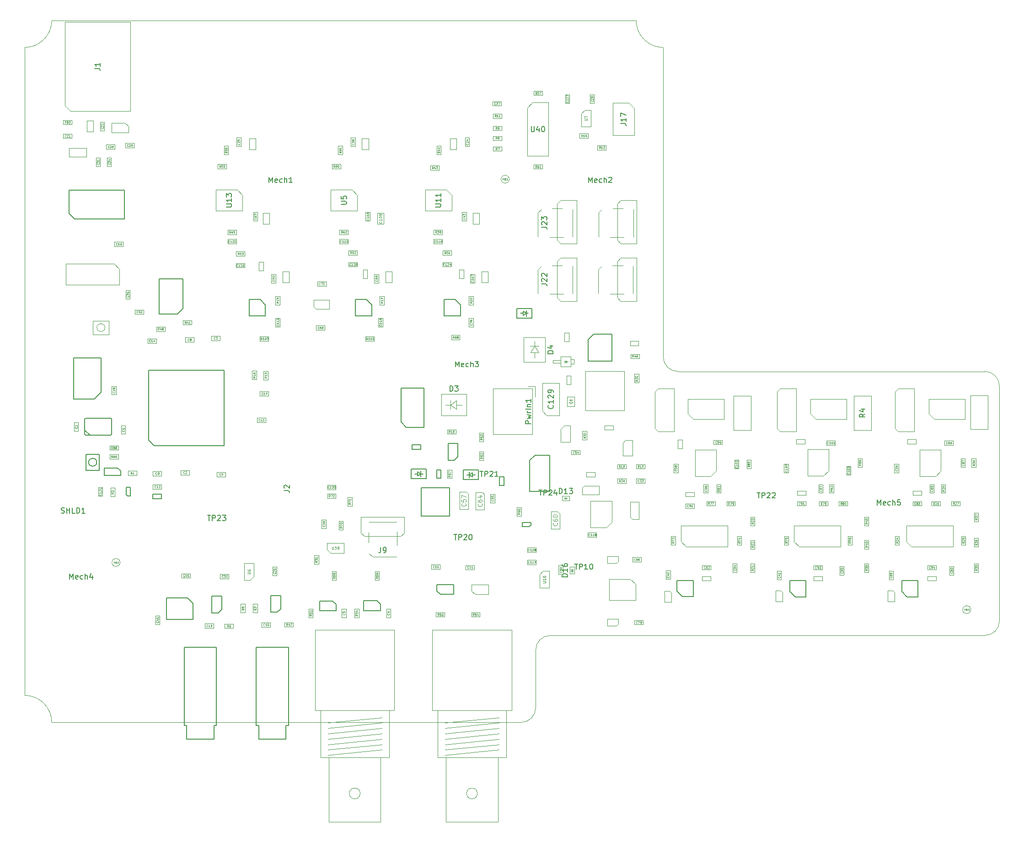
<source format=gbr>
G04 #@! TF.GenerationSoftware,KiCad,Pcbnew,(5.1.4)-1*
G04 #@! TF.CreationDate,2020-03-11T17:26:52+00:00*
G04 #@! TF.ProjectId,FPS-2_v1_revB_II,4650532d-325f-4763-915f-726576425f49,v1_revB II*
G04 #@! TF.SameCoordinates,PX4c3f880PY8011fc8*
G04 #@! TF.FileFunction,Other,Fab,Top*
%FSLAX46Y46*%
G04 Gerber Fmt 4.6, Leading zero omitted, Abs format (unit mm)*
G04 Created by KiCad (PCBNEW (5.1.4)-1) date 2020-03-11 17:26:52*
%MOMM*%
%LPD*%
G04 APERTURE LIST*
%ADD10C,0.120000*%
%ADD11C,0.100000*%
%ADD12C,0.150000*%
%ADD13C,0.060000*%
%ADD14C,0.075000*%
%ADD15C,0.080000*%
%ADD16C,0.050000*%
G04 APERTURE END LIST*
D10*
X77698000Y-16208600D02*
X77698000Y-26908600D01*
X77698000Y-16208600D02*
G75*
G02X80398000Y-13508600I2700000J0D01*
G01*
X160848000Y-13508600D02*
X80398000Y-13508600D01*
X77698000Y-26908600D02*
G75*
G02X74998000Y-29608600I-2700000J0D01*
G01*
X163548000Y-10808600D02*
G75*
G02X160848000Y-13508600I-2700000J0D01*
G01*
X160848000Y35391400D02*
G75*
G02X163548000Y32691400I0J-2700000D01*
G01*
X160848000Y35391400D02*
X103998000Y35391400D01*
X163548000Y32691400D02*
X163548000Y-10808600D01*
X-11902000Y100391400D02*
X96298000Y100391400D01*
X-16902000Y-24608600D02*
X-16902000Y95391400D01*
X74998000Y-29608600D02*
X-11902000Y-29608600D01*
X103998000Y35391400D02*
G75*
G02X101298000Y38091400I0J2700000D01*
G01*
X101298000Y95391400D02*
X101298000Y38091400D01*
X-11902000Y-29608600D02*
G75*
G03X-16902000Y-24608600I-5000000J0D01*
G01*
X96298000Y100391400D02*
G75*
G03X101298000Y95391400I5000000J0D01*
G01*
X-16902000Y95391400D02*
G75*
G03X-11902000Y100391400I0J5000000D01*
G01*
D11*
X82100000Y33250000D02*
X78900000Y33250000D01*
X82100000Y27250000D02*
X82100000Y33250000D01*
X79700000Y27250000D02*
X82100000Y27250000D01*
X78900000Y28050000D02*
X79700000Y27250000D01*
X78900000Y33250000D02*
X78900000Y28050000D01*
X26150000Y-7700000D02*
X26150000Y-9300000D01*
X25350000Y-7700000D02*
X26150000Y-7700000D01*
X25350000Y-9300000D02*
X25350000Y-7700000D01*
X26150000Y-9300000D02*
X25350000Y-9300000D01*
X87920400Y83820600D02*
X87920400Y80720600D01*
X87920400Y80720600D02*
X86120400Y80720600D01*
X86120400Y83170600D02*
X86120400Y80720600D01*
X87920400Y83820600D02*
X86770400Y83820600D01*
X86120400Y83170600D02*
X86770400Y83820600D01*
X77330400Y73729800D02*
X78930400Y73729800D01*
X77330400Y72929800D02*
X77330400Y73729800D01*
X78930400Y72929800D02*
X77330400Y72929800D01*
X78930400Y73729800D02*
X78930400Y72929800D01*
X77330400Y87344200D02*
X78930400Y87344200D01*
X77330400Y86544200D02*
X77330400Y87344200D01*
X78930400Y86544200D02*
X77330400Y86544200D01*
X78930400Y87344200D02*
X78930400Y86544200D01*
X85814000Y79419400D02*
X87414000Y79419400D01*
X85814000Y78619400D02*
X85814000Y79419400D01*
X87414000Y78619400D02*
X85814000Y78619400D01*
X87414000Y79419400D02*
X87414000Y78619400D01*
X89116000Y77235000D02*
X90716000Y77235000D01*
X89116000Y76435000D02*
X89116000Y77235000D01*
X90716000Y76435000D02*
X89116000Y76435000D01*
X90716000Y77235000D02*
X90716000Y76435000D01*
X71412000Y82277000D02*
X69812000Y82277000D01*
X71412000Y83077000D02*
X71412000Y82277000D01*
X69812000Y83077000D02*
X71412000Y83077000D01*
X69812000Y82277000D02*
X69812000Y83077000D01*
X71412000Y80041800D02*
X69812000Y80041800D01*
X71412000Y80841800D02*
X71412000Y80041800D01*
X69812000Y80841800D02*
X71412000Y80841800D01*
X69812000Y80041800D02*
X69812000Y80841800D01*
X71412000Y76206400D02*
X69812000Y76206400D01*
X71412000Y77006400D02*
X71412000Y76206400D01*
X69812000Y77006400D02*
X71412000Y77006400D01*
X69812000Y76206400D02*
X69812000Y77006400D01*
X83166000Y85077400D02*
X83166000Y86677400D01*
X83966000Y85077400D02*
X83166000Y85077400D01*
X83966000Y86677400D02*
X83966000Y85077400D01*
X83166000Y86677400D02*
X83966000Y86677400D01*
X71310400Y84588400D02*
X69710400Y84588400D01*
X71310400Y85388400D02*
X71310400Y84588400D01*
X69710400Y85388400D02*
X71310400Y85388400D01*
X69710400Y84588400D02*
X69710400Y85388400D01*
X76129600Y84213600D02*
X77104600Y85188600D01*
X76129600Y75288600D02*
X76129600Y84213600D01*
X80029600Y75288600D02*
X76129600Y75288600D01*
X80029600Y85188600D02*
X80029600Y75288600D01*
X77104600Y85188600D02*
X80029600Y85188600D01*
X22430000Y69031400D02*
X23405000Y68056400D01*
X18505000Y69031400D02*
X22430000Y69031400D01*
X18505000Y65131400D02*
X18505000Y69031400D01*
X23405000Y65131400D02*
X18505000Y65131400D01*
X23405000Y68056400D02*
X23405000Y65131400D01*
X61165000Y69031400D02*
X62140000Y68056400D01*
X57240000Y69031400D02*
X61165000Y69031400D01*
X57240000Y65131400D02*
X57240000Y69031400D01*
X62140000Y65131400D02*
X57240000Y65131400D01*
X62140000Y68056400D02*
X62140000Y65131400D01*
X43702500Y69031400D02*
X44677500Y68056400D01*
X39777500Y69031400D02*
X43702500Y69031400D01*
X39777500Y65131400D02*
X39777500Y69031400D01*
X44677500Y65131400D02*
X39777500Y65131400D01*
X44677500Y68056400D02*
X44677500Y65131400D01*
X23850500Y56775400D02*
X22250500Y56775400D01*
X23850500Y57575400D02*
X23850500Y56775400D01*
X22250500Y57575400D02*
X23850500Y57575400D01*
X22250500Y56775400D02*
X22250500Y57575400D01*
X44678500Y56965900D02*
X43078500Y56965900D01*
X44678500Y57765900D02*
X44678500Y56965900D01*
X43078500Y57765900D02*
X44678500Y57765900D01*
X43078500Y56965900D02*
X43078500Y57765900D01*
X62077500Y56965900D02*
X60477500Y56965900D01*
X62077500Y57765900D02*
X62077500Y56965900D01*
X60477500Y57765900D02*
X62077500Y57765900D01*
X60477500Y56965900D02*
X60477500Y57765900D01*
X22263000Y60775900D02*
X20663000Y60775900D01*
X22263000Y61575900D02*
X22263000Y60775900D01*
X20663000Y61575900D02*
X22263000Y61575900D01*
X20663000Y60775900D02*
X20663000Y61575900D01*
X42964000Y60775900D02*
X41364000Y60775900D01*
X42964000Y61575900D02*
X42964000Y60775900D01*
X41364000Y61575900D02*
X42964000Y61575900D01*
X41364000Y60775900D02*
X41364000Y61575900D01*
X60426500Y60775900D02*
X58826500Y60775900D01*
X60426500Y61575900D02*
X60426500Y60775900D01*
X58826500Y61575900D02*
X60426500Y61575900D01*
X58826500Y60775900D02*
X58826500Y61575900D01*
X22187000Y55416400D02*
X23787000Y55416400D01*
X22187000Y54616400D02*
X22187000Y55416400D01*
X23787000Y54616400D02*
X22187000Y54616400D01*
X23787000Y55416400D02*
X23787000Y54616400D01*
X43078500Y55606900D02*
X44678500Y55606900D01*
X43078500Y54806900D02*
X43078500Y55606900D01*
X44678500Y54806900D02*
X43078500Y54806900D01*
X44678500Y55606900D02*
X44678500Y54806900D01*
X60477500Y55606900D02*
X62077500Y55606900D01*
X60477500Y54806900D02*
X60477500Y55606900D01*
X62077500Y54806900D02*
X60477500Y54806900D01*
X62077500Y55606900D02*
X62077500Y54806900D01*
X20663000Y59861400D02*
X22263000Y59861400D01*
X20663000Y59061400D02*
X20663000Y59861400D01*
X22263000Y59061400D02*
X20663000Y59061400D01*
X22263000Y59861400D02*
X22263000Y59061400D01*
X41364000Y59861400D02*
X42964000Y59861400D01*
X41364000Y59061400D02*
X41364000Y59861400D01*
X42964000Y59061400D02*
X41364000Y59061400D01*
X42964000Y59861400D02*
X42964000Y59061400D01*
X58826500Y59861400D02*
X60426500Y59861400D01*
X58826500Y59061400D02*
X58826500Y59861400D01*
X60426500Y59061400D02*
X58826500Y59061400D01*
X60426500Y59861400D02*
X60426500Y59061400D01*
X47009000Y64885900D02*
X47009000Y63285900D01*
X46209000Y64885900D02*
X47009000Y64885900D01*
X46209000Y63285900D02*
X46209000Y64885900D01*
X47009000Y63285900D02*
X46209000Y63285900D01*
X49558500Y64715900D02*
X49558500Y62715900D01*
X48358500Y64715900D02*
X49558500Y64715900D01*
X48358500Y62715900D02*
X48358500Y64715900D01*
X49558500Y62715900D02*
X48358500Y62715900D01*
X81652500Y66417400D02*
X82302500Y67067400D01*
X81652500Y59717400D02*
X82302500Y59067400D01*
X85252500Y59067400D02*
X82302500Y59067400D01*
X81652500Y59717400D02*
X81652500Y66417400D01*
X82302500Y67067400D02*
X85252500Y67067400D01*
X85252500Y67067400D02*
X85252500Y59067400D01*
X81652500Y55749400D02*
X82302500Y56399400D01*
X81652500Y49049400D02*
X82302500Y48399400D01*
X85252500Y48399400D02*
X82302500Y48399400D01*
X81652500Y49049400D02*
X81652500Y55749400D01*
X82302500Y56399400D02*
X85252500Y56399400D01*
X85252500Y56399400D02*
X85252500Y48399400D01*
X80708500Y65546400D02*
X82613500Y65546400D01*
X84518500Y65419400D02*
X84518500Y60339400D01*
X82804000Y60275900D02*
X80264000Y60275900D01*
X78105000Y60339400D02*
X78105000Y64784400D01*
X78105000Y64784400D02*
X78740000Y65419400D01*
X80708500Y55026400D02*
X82613500Y55026400D01*
X84518500Y54899400D02*
X84518500Y49819400D01*
X82804000Y49755900D02*
X80264000Y49755900D01*
X78105000Y49819400D02*
X78105000Y54264400D01*
X78105000Y54264400D02*
X78740000Y54899400D01*
X91970600Y85099400D02*
X94970600Y85099400D01*
X94970600Y85099400D02*
X95970600Y84099400D01*
X95970600Y84099400D02*
X95970600Y79099400D01*
X95970600Y79099400D02*
X91970600Y79099400D01*
X91970600Y79099400D02*
X91970600Y85099400D01*
X84878000Y-788600D02*
X84878000Y-2088600D01*
X84878000Y-2088600D02*
X83978000Y-2088600D01*
X83978000Y-2088600D02*
X83978000Y-788600D01*
X83978000Y-788600D02*
X84878000Y-788600D01*
X84628000Y-1638600D02*
X84228000Y-1638600D01*
X84428000Y-1638600D02*
X84428000Y-1788600D01*
X84428000Y-1638600D02*
X84628000Y-1338600D01*
X84628000Y-1338600D02*
X84228000Y-1338600D01*
X84228000Y-1338600D02*
X84428000Y-1638600D01*
X84428000Y-1338600D02*
X84428000Y-1188600D01*
X83898500Y11449900D02*
X82598500Y11449900D01*
X82598500Y11449900D02*
X82598500Y12349900D01*
X82598500Y12349900D02*
X83898500Y12349900D01*
X83898500Y12349900D02*
X83898500Y11449900D01*
X83048500Y11699900D02*
X83048500Y12099900D01*
X83048500Y11899900D02*
X82898500Y11899900D01*
X83048500Y11899900D02*
X83348500Y11699900D01*
X83348500Y11699900D02*
X83348500Y12099900D01*
X83348500Y12099900D02*
X83048500Y11899900D01*
X83348500Y11899900D02*
X83498500Y11899900D01*
X-2495600Y13931800D02*
X-2495600Y12331800D01*
X-3295600Y13931800D02*
X-2495600Y13931800D01*
X-3295600Y12331800D02*
X-3295600Y13931800D01*
X-2495600Y12331800D02*
X-3295600Y12331800D01*
X158230000Y-8737600D02*
G75*
G03X158230000Y-8737600I-750000J0D01*
G01*
X750000Y0D02*
G75*
G03X750000Y0I-750000J0D01*
G01*
X72784400Y70993000D02*
G75*
G03X72784400Y70993000I-750000J0D01*
G01*
X419000Y19183400D02*
X-1181000Y19183400D01*
X419000Y19983400D02*
X419000Y19183400D01*
X-1181000Y19983400D02*
X419000Y19983400D01*
X-1181000Y19183400D02*
X-1181000Y19983400D01*
X419000Y20834400D02*
X-1181000Y20834400D01*
X419000Y21634400D02*
X419000Y20834400D01*
X-1181000Y21634400D02*
X419000Y21634400D01*
X-1181000Y20834400D02*
X-1181000Y21634400D01*
X46736000Y3657600D02*
X46736000Y5562600D01*
X46863000Y7467600D02*
X51943000Y7467600D01*
X52006500Y5753100D02*
X52006500Y3213100D01*
X51943000Y1054100D02*
X47498000Y1054100D01*
X47498000Y1054100D02*
X46863000Y1689100D01*
X40703400Y13544600D02*
X39103400Y13544600D01*
X40703400Y14344600D02*
X40703400Y13544600D01*
X39103400Y14344600D02*
X40703400Y14344600D01*
X39103400Y13544600D02*
X39103400Y14344600D01*
X39103400Y12719000D02*
X40703400Y12719000D01*
X39103400Y11919000D02*
X39103400Y12719000D01*
X40703400Y11919000D02*
X39103400Y11919000D01*
X40703400Y12719000D02*
X40703400Y11919000D01*
X43681600Y12077600D02*
X43681600Y10477600D01*
X42881600Y12077600D02*
X43681600Y12077600D01*
X42881600Y10477600D02*
X42881600Y12077600D01*
X43681600Y10477600D02*
X42881600Y10477600D01*
X45986200Y4830200D02*
X45336200Y5480200D01*
X52686200Y4830200D02*
X53336200Y5480200D01*
X53336200Y8430200D02*
X53336200Y5480200D01*
X52686200Y4830200D02*
X45986200Y4830200D01*
X45336200Y5480200D02*
X45336200Y8430200D01*
X45336200Y8430200D02*
X53336200Y8430200D01*
X41256000Y6083400D02*
X41256000Y7683400D01*
X42056000Y6083400D02*
X41256000Y6083400D01*
X42056000Y7683400D02*
X42056000Y6083400D01*
X41256000Y7683400D02*
X42056000Y7683400D01*
X44948000Y-8558600D02*
X44948000Y-10158600D01*
X44148000Y-8558600D02*
X44948000Y-8558600D01*
X44148000Y-10158600D02*
X44148000Y-8558600D01*
X44948000Y-10158600D02*
X44148000Y-10158600D01*
X36448000Y-8558600D02*
X36448000Y-10158600D01*
X35648000Y-8558600D02*
X36448000Y-8558600D01*
X35648000Y-10158600D02*
X35648000Y-8558600D01*
X36448000Y-10158600D02*
X35648000Y-10158600D01*
X9048000Y42841400D02*
X7448000Y42841400D01*
X9048000Y43641400D02*
X9048000Y42841400D01*
X7448000Y43641400D02*
X9048000Y43641400D01*
X7448000Y42841400D02*
X7448000Y43641400D01*
X12398000Y44841400D02*
X13998000Y44841400D01*
X12398000Y44041400D02*
X12398000Y44841400D01*
X13998000Y44041400D02*
X12398000Y44041400D01*
X13998000Y44841400D02*
X13998000Y44041400D01*
X69298000Y11091400D02*
X69298000Y12691400D01*
X70098000Y11091400D02*
X69298000Y11091400D01*
X70098000Y12691400D02*
X70098000Y11091400D01*
X69298000Y12691400D02*
X70098000Y12691400D01*
X-9452000Y84601400D02*
X-9452000Y100101400D01*
X-9452000Y100101400D02*
X2648000Y100101400D01*
X2648000Y100101400D02*
X2648000Y83601400D01*
X2648000Y83601400D02*
X-8452000Y83601400D01*
X-8452000Y83601400D02*
X-9452000Y84601400D01*
X71412000Y78187600D02*
X69812000Y78187600D01*
X71412000Y78987600D02*
X71412000Y78187600D01*
X69812000Y78987600D02*
X71412000Y78987600D01*
X69812000Y78187600D02*
X69812000Y78987600D01*
X139338000Y8445400D02*
X139338000Y6845400D01*
X138538000Y8445400D02*
X139338000Y8445400D01*
X138538000Y6845400D02*
X138538000Y8445400D01*
X139338000Y6845400D02*
X138538000Y6845400D01*
X139338000Y4127400D02*
X139338000Y2527400D01*
X138538000Y4127400D02*
X139338000Y4127400D01*
X138538000Y2527400D02*
X138538000Y4127400D01*
X139338000Y2527400D02*
X138538000Y2527400D01*
X139338000Y-190600D02*
X139338000Y-1790600D01*
X138538000Y-190600D02*
X139338000Y-190600D01*
X138538000Y-1790600D02*
X138538000Y-190600D01*
X139338000Y-1790600D02*
X138538000Y-1790600D01*
X159658000Y9207400D02*
X159658000Y7607400D01*
X158858000Y9207400D02*
X159658000Y9207400D01*
X158858000Y7607400D02*
X158858000Y9207400D01*
X159658000Y7607400D02*
X158858000Y7607400D01*
X159658000Y4508400D02*
X159658000Y2908400D01*
X158858000Y4508400D02*
X159658000Y4508400D01*
X158858000Y2908400D02*
X158858000Y4508400D01*
X159658000Y2908400D02*
X158858000Y2908400D01*
X159658000Y-190600D02*
X159658000Y-1790600D01*
X158858000Y-190600D02*
X159658000Y-190600D01*
X158858000Y-1790600D02*
X158858000Y-190600D01*
X159658000Y-1790600D02*
X158858000Y-1790600D01*
X118256000Y8445400D02*
X118256000Y6845400D01*
X117456000Y8445400D02*
X118256000Y8445400D01*
X117456000Y6845400D02*
X117456000Y8445400D01*
X118256000Y6845400D02*
X117456000Y6845400D01*
X118256000Y4127400D02*
X118256000Y2527400D01*
X117456000Y4127400D02*
X118256000Y4127400D01*
X117456000Y2527400D02*
X117456000Y4127400D01*
X118256000Y2527400D02*
X117456000Y2527400D01*
X118256000Y-190600D02*
X118256000Y-1790600D01*
X117456000Y-190600D02*
X118256000Y-190600D01*
X117456000Y-1790600D02*
X117456000Y-190600D01*
X118256000Y-1790600D02*
X117456000Y-1790600D01*
X144200000Y31585400D02*
X144850000Y32235400D01*
X144200000Y24885400D02*
X144850000Y24235400D01*
X147800000Y24235400D02*
X144850000Y24235400D01*
X144200000Y24885400D02*
X144200000Y31585400D01*
X144850000Y32235400D02*
X147800000Y32235400D01*
X147800000Y32235400D02*
X147800000Y24235400D01*
X122356000Y31585400D02*
X123006000Y32235400D01*
X122356000Y24885400D02*
X123006000Y24235400D01*
X125956000Y24235400D02*
X123006000Y24235400D01*
X122356000Y24885400D02*
X122356000Y31585400D01*
X123006000Y32235400D02*
X125956000Y32235400D01*
X125956000Y32235400D02*
X125956000Y24235400D01*
X99750000Y31585400D02*
X100400000Y32235400D01*
X99750000Y24885400D02*
X100400000Y24235400D01*
X103350000Y24235400D02*
X100400000Y24235400D01*
X99750000Y24885400D02*
X99750000Y31585400D01*
X100400000Y32235400D02*
X103350000Y32235400D01*
X103350000Y32235400D02*
X103350000Y24235400D01*
D12*
X13248000Y-6598600D02*
X14248000Y-7598600D01*
X9348000Y-6598600D02*
X13248000Y-6598600D01*
X9348000Y-10498600D02*
X9348000Y-6598600D01*
X14248000Y-10498600D02*
X9348000Y-10498600D01*
X14248000Y-7598600D02*
X14248000Y-10498600D01*
D11*
X66138000Y49353400D02*
X66138000Y47753400D01*
X65338000Y49353400D02*
X66138000Y49353400D01*
X65338000Y47753400D02*
X65338000Y49353400D01*
X66138000Y47753400D02*
X65338000Y47753400D01*
X30324000Y49353400D02*
X30324000Y47753400D01*
X29524000Y49353400D02*
X30324000Y49353400D01*
X29524000Y47753400D02*
X29524000Y49353400D01*
X30324000Y47753400D02*
X29524000Y47753400D01*
X49628000Y49353400D02*
X49628000Y47753400D01*
X48828000Y49353400D02*
X49628000Y49353400D01*
X48828000Y47753400D02*
X48828000Y49353400D01*
X49628000Y47753400D02*
X48828000Y47753400D01*
X26008000Y35481400D02*
X26008000Y33881400D01*
X25208000Y35481400D02*
X26008000Y35481400D01*
X25208000Y33881400D02*
X25208000Y35481400D01*
X26008000Y33881400D02*
X25208000Y33881400D01*
X28128000Y35451400D02*
X28128000Y33851400D01*
X27328000Y35451400D02*
X28128000Y35451400D01*
X27328000Y33851400D02*
X27328000Y35451400D01*
X28128000Y33851400D02*
X27328000Y33851400D01*
X76162000Y2711400D02*
X77762000Y2711400D01*
X76162000Y1911400D02*
X76162000Y2711400D01*
X77762000Y1911400D02*
X76162000Y1911400D01*
X77762000Y2711400D02*
X77762000Y1911400D01*
X87338000Y5505400D02*
X88938000Y5505400D01*
X87338000Y4705400D02*
X87338000Y5505400D01*
X88938000Y4705400D02*
X87338000Y4705400D01*
X88938000Y5505400D02*
X88938000Y4705400D01*
X76162000Y425400D02*
X77762000Y425400D01*
X76162000Y-374600D02*
X76162000Y425400D01*
X77762000Y-374600D02*
X76162000Y-374600D01*
X77762000Y425400D02*
X77762000Y-374600D01*
X66389200Y53403400D02*
X66389200Y51803400D01*
X65589200Y53403400D02*
X66389200Y53403400D01*
X65589200Y51803400D02*
X65589200Y53403400D01*
X66389200Y51803400D02*
X65589200Y51803400D01*
X29562000Y53403400D02*
X29562000Y51803400D01*
X28762000Y53403400D02*
X29562000Y53403400D01*
X28762000Y51803400D02*
X28762000Y53403400D01*
X29562000Y51803400D02*
X28762000Y51803400D01*
X48612000Y53403400D02*
X48612000Y51803400D01*
X47812000Y53403400D02*
X48612000Y53403400D01*
X47812000Y51803400D02*
X47812000Y53403400D01*
X48612000Y51803400D02*
X47812000Y51803400D01*
X26195000Y64885900D02*
X26195000Y63285900D01*
X25395000Y64885900D02*
X26195000Y64885900D01*
X25395000Y63285900D02*
X25395000Y64885900D01*
X26195000Y63285900D02*
X25395000Y63285900D01*
X81938000Y-2158600D02*
X81938000Y-558600D01*
X82738000Y-2158600D02*
X81938000Y-2158600D01*
X82738000Y-558600D02*
X82738000Y-2158600D01*
X81938000Y-558600D02*
X82738000Y-558600D01*
X64852500Y64885900D02*
X64852500Y63285900D01*
X64052500Y64885900D02*
X64852500Y64885900D01*
X64052500Y63285900D02*
X64052500Y64885900D01*
X64852500Y63285900D02*
X64052500Y63285900D01*
X43503900Y77065400D02*
X43503900Y78665400D01*
X44303900Y77065400D02*
X43503900Y77065400D01*
X44303900Y78665400D02*
X44303900Y77065400D01*
X43503900Y78665400D02*
X44303900Y78665400D01*
X20868000Y-2978600D02*
X19268000Y-2978600D01*
X20868000Y-2178600D02*
X20868000Y-2978600D01*
X19268000Y-2178600D02*
X20868000Y-2178600D01*
X19268000Y-2978600D02*
X19268000Y-2178600D01*
X22321000Y77065400D02*
X22321000Y78665400D01*
X23121000Y77065400D02*
X22321000Y77065400D01*
X23121000Y78665400D02*
X23121000Y77065400D01*
X22321000Y78665400D02*
X23121000Y78665400D01*
X64611300Y77065400D02*
X64611300Y78665400D01*
X65411300Y77065400D02*
X64611300Y77065400D01*
X65411300Y78665400D02*
X65411300Y77065400D01*
X64611300Y78665400D02*
X65411300Y78665400D01*
X29768000Y-788600D02*
X29768000Y-2388600D01*
X28968000Y-788600D02*
X29768000Y-788600D01*
X28968000Y-2388600D02*
X28968000Y-788600D01*
X29768000Y-2388600D02*
X28968000Y-2388600D01*
X92808000Y15511400D02*
X94408000Y15511400D01*
X92808000Y14711400D02*
X92808000Y15511400D01*
X94408000Y14711400D02*
X92808000Y14711400D01*
X94408000Y15511400D02*
X94408000Y14711400D01*
X136588000Y24531400D02*
X136588000Y30831400D01*
X139788000Y24531400D02*
X136588000Y24531400D01*
X139788000Y30831400D02*
X139788000Y24531400D01*
X136588000Y30831400D02*
X139788000Y30831400D01*
X97888000Y14711400D02*
X96288000Y14711400D01*
X97888000Y15511400D02*
X97888000Y14711400D01*
X96288000Y15511400D02*
X97888000Y15511400D01*
X96288000Y14711400D02*
X96288000Y15511400D01*
X77466980Y40070840D02*
X78267080Y38920220D01*
X77466980Y40070840D02*
X76717680Y38920220D01*
X76717680Y38920220D02*
X78267080Y38920220D01*
X78267080Y40070840D02*
X76666880Y40070840D01*
X77466980Y38920220D02*
X77466980Y37922000D01*
X77466980Y40070840D02*
X77466980Y40972540D01*
X79468000Y37121400D02*
X79468000Y41721400D01*
X79468000Y37121400D02*
X75468000Y37121400D01*
X75468000Y41721400D02*
X79468000Y41721400D01*
X75468000Y37121400D02*
X75468000Y41721400D01*
X61898560Y29190380D02*
X63049180Y29990480D01*
X61898560Y29190380D02*
X63049180Y28441080D01*
X63049180Y28441080D02*
X63049180Y29990480D01*
X61898560Y29990480D02*
X61898560Y28390280D01*
X63049180Y29190380D02*
X64047400Y29190380D01*
X61898560Y29190380D02*
X60996860Y29190380D01*
X64848000Y31191400D02*
X60248000Y31191400D01*
X64848000Y31191400D02*
X64848000Y27191400D01*
X60248000Y27191400D02*
X60248000Y31191400D01*
X64848000Y27191400D02*
X60248000Y27191400D01*
X39068000Y3561400D02*
X42168000Y3561400D01*
X42168000Y3561400D02*
X42168000Y1761400D01*
X39718000Y1761400D02*
X42168000Y1761400D01*
X39068000Y3561400D02*
X39068000Y2411400D01*
X39718000Y1761400D02*
X39068000Y2411400D01*
X23728000Y-3238600D02*
X23728000Y-138600D01*
X23728000Y-138600D02*
X25528000Y-138600D01*
X25528000Y-2588600D02*
X25528000Y-138600D01*
X23728000Y-3238600D02*
X24878000Y-3238600D01*
X25528000Y-2588600D02*
X24878000Y-3238600D01*
X37498000Y1321400D02*
X37498000Y-278600D01*
X36698000Y1321400D02*
X37498000Y1321400D01*
X36698000Y-278600D02*
X36698000Y1321400D01*
X37498000Y-278600D02*
X36698000Y-278600D01*
X23900000Y-7700000D02*
X23900000Y-9300000D01*
X23100000Y-7700000D02*
X23900000Y-7700000D01*
X23100000Y-9300000D02*
X23100000Y-7700000D01*
X23900000Y-9300000D02*
X23100000Y-9300000D01*
X38081000Y6337400D02*
X38081000Y7937400D01*
X38881000Y6337400D02*
X38081000Y6337400D01*
X38881000Y7937400D02*
X38881000Y6337400D01*
X38081000Y7937400D02*
X38881000Y7937400D01*
X80188000Y-1568600D02*
X80188000Y-4668600D01*
X80188000Y-4668600D02*
X78388000Y-4668600D01*
X78388000Y-2218600D02*
X78388000Y-4668600D01*
X80188000Y-1568600D02*
X79038000Y-1568600D01*
X78388000Y-2218600D02*
X79038000Y-1568600D01*
X-292000Y59353400D02*
X1308000Y59353400D01*
X-292000Y58553400D02*
X-292000Y59353400D01*
X1308000Y58553400D02*
X-292000Y58553400D01*
X1308000Y59353400D02*
X1308000Y58553400D01*
X16448000Y-11338600D02*
X18048000Y-11338600D01*
X16448000Y-12138600D02*
X16448000Y-11338600D01*
X18048000Y-12138600D02*
X16448000Y-12138600D01*
X18048000Y-11338600D02*
X18048000Y-12138600D01*
X28578000Y-11938600D02*
X26978000Y-11938600D01*
X28578000Y-11138600D02*
X28578000Y-11938600D01*
X26978000Y-11138600D02*
X28578000Y-11138600D01*
X26978000Y-11938600D02*
X26978000Y-11138600D01*
X64748000Y-1308600D02*
X64748000Y-508600D01*
X64748000Y-508600D02*
X66348000Y-508600D01*
X66348000Y-508600D02*
X66348000Y-1308600D01*
X66348000Y-1308600D02*
X64748000Y-1308600D01*
X58368000Y-1208600D02*
X58368000Y-408600D01*
X58368000Y-408600D02*
X59968000Y-408600D01*
X59968000Y-408600D02*
X59968000Y-1208600D01*
X59968000Y-1208600D02*
X58368000Y-1208600D01*
X42598000Y-10158600D02*
X41798000Y-10158600D01*
X41798000Y-10158600D02*
X41798000Y-8558600D01*
X41798000Y-8558600D02*
X42598000Y-8558600D01*
X42598000Y-8558600D02*
X42598000Y-10158600D01*
X50848000Y-10158600D02*
X50048000Y-10158600D01*
X50048000Y-10158600D02*
X50048000Y-8558600D01*
X50048000Y-8558600D02*
X50848000Y-8558600D01*
X50848000Y-8558600D02*
X50848000Y-10158600D01*
X66598000Y9821400D02*
X68198000Y9821400D01*
X66598000Y13021400D02*
X66598000Y9821400D01*
X67798000Y13021400D02*
X66598000Y13021400D01*
X68198000Y12621400D02*
X67798000Y13021400D01*
X68198000Y9821400D02*
X68198000Y12621400D01*
X80543500Y6235900D02*
X82143500Y6235900D01*
X80543500Y9435900D02*
X80543500Y6235900D01*
X81743500Y9435900D02*
X80543500Y9435900D01*
X82143500Y9035900D02*
X81743500Y9435900D01*
X82143500Y6235900D02*
X82143500Y9035900D01*
X63598000Y9841400D02*
X65198000Y9841400D01*
X63598000Y13041400D02*
X63598000Y9841400D01*
X64798000Y13041400D02*
X63598000Y13041400D01*
X65198000Y12641400D02*
X64798000Y13041400D01*
X65198000Y9841400D02*
X65198000Y12641400D01*
X46190000Y41841400D02*
X47790000Y41841400D01*
X46190000Y41041400D02*
X46190000Y41841400D01*
X47790000Y41041400D02*
X46190000Y41041400D01*
X47790000Y41841400D02*
X47790000Y41041400D01*
X26632000Y41841400D02*
X28232000Y41841400D01*
X26632000Y41041400D02*
X26632000Y41841400D01*
X28232000Y41041400D02*
X26632000Y41041400D01*
X28232000Y41841400D02*
X28232000Y41041400D01*
X41129000Y75552400D02*
X41129000Y77152400D01*
X41929000Y75552400D02*
X41129000Y75552400D01*
X41929000Y77152400D02*
X41929000Y75552400D01*
X41129000Y77152400D02*
X41929000Y77152400D01*
X41567000Y72967900D02*
X39967000Y72967900D01*
X41567000Y73767900D02*
X41567000Y72967900D01*
X39967000Y73767900D02*
X41567000Y73767900D01*
X39967000Y72967900D02*
X39967000Y73767900D01*
X138118000Y19271400D02*
X138118000Y17671400D01*
X137318000Y19271400D02*
X138118000Y19271400D01*
X137318000Y17671400D02*
X137318000Y19271400D01*
X138118000Y17671400D02*
X137318000Y17671400D01*
X117546000Y19001400D02*
X117546000Y17401400D01*
X116746000Y19001400D02*
X117546000Y19001400D01*
X116746000Y17401400D02*
X116746000Y19001400D01*
X117546000Y17401400D02*
X116746000Y17401400D01*
X132858000Y14473400D02*
X132858000Y12873400D01*
X132058000Y14473400D02*
X132858000Y14473400D01*
X132058000Y12873400D02*
X132058000Y14473400D01*
X132858000Y12873400D02*
X132058000Y12873400D01*
X111988000Y14473400D02*
X111988000Y12873400D01*
X111188000Y14473400D02*
X111988000Y14473400D01*
X111188000Y12873400D02*
X111188000Y14473400D01*
X111988000Y12873400D02*
X111188000Y12873400D01*
X135420000Y10501400D02*
X133820000Y10501400D01*
X135420000Y11301400D02*
X135420000Y10501400D01*
X133820000Y11301400D02*
X135420000Y11301400D01*
X133820000Y10501400D02*
X133820000Y11301400D01*
X114622000Y10511400D02*
X113022000Y10511400D01*
X114622000Y11311400D02*
X114622000Y10511400D01*
X113022000Y11311400D02*
X114622000Y11311400D01*
X113022000Y10511400D02*
X113022000Y11311400D01*
X131758000Y10501400D02*
X130158000Y10501400D01*
X131758000Y11301400D02*
X131758000Y10501400D01*
X130158000Y11301400D02*
X131758000Y11301400D01*
X130158000Y10501400D02*
X130158000Y11301400D01*
X110912000Y10531400D02*
X109312000Y10531400D01*
X110912000Y11331400D02*
X110912000Y10531400D01*
X109312000Y11331400D02*
X110912000Y11331400D01*
X109312000Y10531400D02*
X109312000Y11331400D01*
X136258000Y4889400D02*
X136258000Y3289400D01*
X135458000Y4889400D02*
X136258000Y4889400D01*
X135458000Y3289400D02*
X135458000Y4889400D01*
X136258000Y3289400D02*
X135458000Y3289400D01*
X124508000Y4889400D02*
X124508000Y3289400D01*
X123708000Y4889400D02*
X124508000Y4889400D01*
X123708000Y3289400D02*
X123708000Y4889400D01*
X124508000Y3289400D02*
X123708000Y3289400D01*
X115798000Y4889400D02*
X115798000Y3289400D01*
X114998000Y4889400D02*
X115798000Y4889400D01*
X114998000Y3289400D02*
X114998000Y4889400D01*
X115798000Y3289400D02*
X114998000Y3289400D01*
X103548000Y4889400D02*
X103548000Y3289400D01*
X102748000Y4889400D02*
X103548000Y4889400D01*
X102748000Y3289400D02*
X102748000Y4889400D01*
X103548000Y3289400D02*
X102748000Y3289400D01*
X62048000Y42091400D02*
X63648000Y42091400D01*
X62048000Y41291400D02*
X62048000Y42091400D01*
X63648000Y41291400D02*
X62048000Y41291400D01*
X63648000Y42091400D02*
X63648000Y41291400D01*
X62148000Y17181400D02*
X62148000Y15581400D01*
X61348000Y17181400D02*
X62148000Y17181400D01*
X61348000Y15581400D02*
X61348000Y17181400D01*
X62148000Y15581400D02*
X61348000Y15581400D01*
X74212500Y8623400D02*
X74212500Y10223400D01*
X75012500Y8623400D02*
X74212500Y8623400D01*
X75012500Y10223400D02*
X75012500Y8623400D01*
X74212500Y10223400D02*
X75012500Y10223400D01*
X67378000Y-9258600D02*
X67378000Y-10058600D01*
X67378000Y-10058600D02*
X65778000Y-10058600D01*
X65778000Y-10058600D02*
X65778000Y-9258600D01*
X65778000Y-9258600D02*
X67378000Y-9258600D01*
X68048000Y24021400D02*
X68048000Y22421400D01*
X67248000Y24021400D02*
X68048000Y24021400D01*
X67248000Y22421400D02*
X67248000Y24021400D01*
X68048000Y22421400D02*
X67248000Y22421400D01*
X68048000Y20551400D02*
X68048000Y18951400D01*
X67248000Y20551400D02*
X68048000Y20551400D01*
X67248000Y18951400D02*
X67248000Y20551400D01*
X68048000Y18951400D02*
X67248000Y18951400D01*
X60848000Y-9258600D02*
X60848000Y-10058600D01*
X60848000Y-10058600D02*
X59248000Y-10058600D01*
X59248000Y-10058600D02*
X59248000Y-9258600D01*
X59248000Y-9258600D02*
X60848000Y-9258600D01*
X47928000Y-1648600D02*
X48728000Y-1648600D01*
X48728000Y-1648600D02*
X48728000Y-3248600D01*
X48728000Y-3248600D02*
X47928000Y-3248600D01*
X47928000Y-3248600D02*
X47928000Y-1648600D01*
X39968000Y-1648600D02*
X40768000Y-1648600D01*
X40768000Y-1648600D02*
X40768000Y-3248600D01*
X40768000Y-3248600D02*
X39968000Y-3248600D01*
X39968000Y-3248600D02*
X39968000Y-1648600D01*
X20783500Y77152400D02*
X20783500Y75552400D01*
X19983500Y77152400D02*
X20783500Y77152400D01*
X19983500Y75552400D02*
X19983500Y77152400D01*
X20783500Y75552400D02*
X19983500Y75552400D01*
X20421500Y72967900D02*
X18821500Y72967900D01*
X20421500Y73767900D02*
X20421500Y72967900D01*
X18821500Y73767900D02*
X20421500Y73767900D01*
X18821500Y72967900D02*
X18821500Y73767900D01*
X32828000Y-11918600D02*
X31228000Y-11918600D01*
X32828000Y-11118600D02*
X32828000Y-11918600D01*
X31228000Y-11118600D02*
X32828000Y-11118600D01*
X31228000Y-11918600D02*
X31228000Y-11118600D01*
X96848000Y37801400D02*
X95248000Y37801400D01*
X96848000Y38601400D02*
X96848000Y37801400D01*
X95248000Y38601400D02*
X96848000Y38601400D01*
X95248000Y37801400D02*
X95248000Y38601400D01*
X60153500Y77152400D02*
X60153500Y75552400D01*
X59353500Y77152400D02*
X60153500Y77152400D01*
X59353500Y75552400D02*
X59353500Y77152400D01*
X60153500Y75552400D02*
X59353500Y75552400D01*
X59791500Y72713900D02*
X58191500Y72713900D01*
X59791500Y73513900D02*
X59791500Y72713900D01*
X58191500Y73513900D02*
X59791500Y73513900D01*
X58191500Y72713900D02*
X58191500Y73513900D01*
X87141000Y24320400D02*
X87141000Y22720400D01*
X86341000Y24320400D02*
X87141000Y24320400D01*
X86341000Y22720400D02*
X86341000Y24320400D01*
X87141000Y22720400D02*
X86341000Y22720400D01*
X96778000Y34891400D02*
X96778000Y33291400D01*
X95978000Y34891400D02*
X96778000Y34891400D01*
X95978000Y33291400D02*
X95978000Y34891400D01*
X96778000Y33291400D02*
X95978000Y33291400D01*
X159188000Y19251400D02*
X159188000Y17651400D01*
X158388000Y19251400D02*
X159188000Y19251400D01*
X158388000Y17651400D02*
X158388000Y19251400D01*
X159188000Y17651400D02*
X158388000Y17651400D01*
X153562000Y14473400D02*
X153562000Y12873400D01*
X152762000Y14473400D02*
X153562000Y14473400D01*
X152762000Y12873400D02*
X152762000Y14473400D01*
X153562000Y12873400D02*
X152762000Y12873400D01*
X156258000Y10531400D02*
X154658000Y10531400D01*
X156258000Y11331400D02*
X156258000Y10531400D01*
X154658000Y11331400D02*
X156258000Y11331400D01*
X154658000Y10531400D02*
X154658000Y11331400D01*
X152588000Y10511400D02*
X150988000Y10511400D01*
X152588000Y11311400D02*
X152588000Y10511400D01*
X150988000Y11311400D02*
X152588000Y11311400D01*
X150988000Y10511400D02*
X150988000Y11311400D01*
X157268000Y4889400D02*
X157268000Y3289400D01*
X156468000Y4889400D02*
X157268000Y4889400D01*
X156468000Y3289400D02*
X156468000Y4889400D01*
X157268000Y3289400D02*
X156468000Y3289400D01*
X145018000Y4889400D02*
X145018000Y3289400D01*
X144218000Y4889400D02*
X145018000Y4889400D01*
X144218000Y3289400D02*
X144218000Y4889400D01*
X145018000Y3289400D02*
X144218000Y3289400D01*
X94408000Y17391400D02*
X92808000Y17391400D01*
X94408000Y18191400D02*
X94408000Y17391400D01*
X92808000Y18191400D02*
X94408000Y18191400D01*
X92808000Y17391400D02*
X92808000Y18191400D01*
X62898000Y23821400D02*
X61298000Y23821400D01*
X62898000Y24621400D02*
X62898000Y23821400D01*
X61298000Y24621400D02*
X62898000Y24621400D01*
X61298000Y23821400D02*
X61298000Y24621400D01*
X96288000Y18191400D02*
X97888000Y18191400D01*
X96288000Y17391400D02*
X96288000Y18191400D01*
X97888000Y17391400D02*
X96288000Y17391400D01*
X97888000Y18191400D02*
X97888000Y17391400D01*
X21718000Y-12188600D02*
X20118000Y-12188600D01*
X21718000Y-11388600D02*
X21718000Y-12188600D01*
X20118000Y-11388600D02*
X21718000Y-11388600D01*
X20118000Y-12188600D02*
X20118000Y-11388600D01*
X-8174000Y81121400D02*
X-9774000Y81121400D01*
X-8174000Y81921400D02*
X-8174000Y81121400D01*
X-9774000Y81921400D02*
X-8174000Y81921400D01*
X-9774000Y81121400D02*
X-9774000Y81921400D01*
X-218800Y13829600D02*
X-218800Y12229600D01*
X-1018800Y13829600D02*
X-218800Y13829600D01*
X-1018800Y12229600D02*
X-1018800Y13829600D01*
X-218800Y12229600D02*
X-1018800Y12229600D01*
X2197200Y16935400D02*
X3797200Y16935400D01*
X2197200Y16135400D02*
X2197200Y16935400D01*
X3797200Y16135400D02*
X2197200Y16135400D01*
X3797200Y16935400D02*
X3797200Y16135400D01*
X48571200Y43689400D02*
X48571200Y45289400D01*
X49371200Y43689400D02*
X48571200Y43689400D01*
X49371200Y45289400D02*
X49371200Y43689400D01*
X48571200Y45289400D02*
X49371200Y45289400D01*
X29524000Y43689400D02*
X29524000Y45289400D01*
X30324000Y43689400D02*
X29524000Y43689400D01*
X30324000Y45289400D02*
X30324000Y43689400D01*
X29524000Y45289400D02*
X30324000Y45289400D01*
X136036000Y17843400D02*
X136036000Y16243400D01*
X135236000Y17843400D02*
X136036000Y17843400D01*
X135236000Y16243400D02*
X135236000Y17843400D01*
X136036000Y16243400D02*
X135236000Y16243400D01*
X114496000Y17401400D02*
X114496000Y19001400D01*
X115296000Y17401400D02*
X114496000Y17401400D01*
X115296000Y19001400D02*
X115296000Y17401400D01*
X114496000Y19001400D02*
X115296000Y19001400D01*
X131534000Y22523400D02*
X133134000Y22523400D01*
X131534000Y21723400D02*
X131534000Y22523400D01*
X133134000Y21723400D02*
X131534000Y21723400D01*
X133134000Y22523400D02*
X133134000Y21723400D01*
X124473000Y18251400D02*
X124473000Y16651400D01*
X123673000Y18251400D02*
X124473000Y18251400D01*
X123673000Y16651400D02*
X123673000Y18251400D01*
X124473000Y16651400D02*
X123673000Y16651400D01*
X110642500Y22651400D02*
X112242500Y22651400D01*
X110642500Y21851400D02*
X110642500Y22651400D01*
X112242500Y21851400D02*
X110642500Y21851400D01*
X112242500Y22651400D02*
X112242500Y21851400D01*
X104058000Y18251400D02*
X104058000Y16651400D01*
X103258000Y18251400D02*
X104058000Y18251400D01*
X103258000Y16651400D02*
X103258000Y18251400D01*
X104058000Y16651400D02*
X103258000Y16651400D01*
X130858000Y14473400D02*
X130858000Y12873400D01*
X130058000Y14473400D02*
X130858000Y14473400D01*
X130058000Y12873400D02*
X130058000Y14473400D01*
X130858000Y12873400D02*
X130058000Y12873400D01*
X109578000Y14473400D02*
X109578000Y12873400D01*
X108778000Y14473400D02*
X109578000Y14473400D01*
X108778000Y12873400D02*
X108778000Y14473400D01*
X109578000Y12873400D02*
X108778000Y12873400D01*
X134766000Y-698600D02*
X134766000Y-2298600D01*
X133966000Y-698600D02*
X134766000Y-698600D01*
X133966000Y-2298600D02*
X133966000Y-698600D01*
X134766000Y-2298600D02*
X133966000Y-2298600D01*
X114954000Y-190600D02*
X114954000Y-1790600D01*
X114154000Y-190600D02*
X114954000Y-190600D01*
X114154000Y-1790600D02*
X114154000Y-190600D01*
X114954000Y-1790600D02*
X114154000Y-1790600D01*
X129153000Y-538600D02*
X130753000Y-538600D01*
X129153000Y-1338600D02*
X129153000Y-538600D01*
X130753000Y-1338600D02*
X129153000Y-1338600D01*
X130753000Y-538600D02*
X130753000Y-1338600D01*
X108528000Y-538600D02*
X110128000Y-538600D01*
X108528000Y-1338600D02*
X108528000Y-538600D01*
X110128000Y-1338600D02*
X108528000Y-1338600D01*
X110128000Y-538600D02*
X110128000Y-1338600D01*
X127718000Y10501400D02*
X126118000Y10501400D01*
X127718000Y11301400D02*
X127718000Y10501400D01*
X126118000Y11301400D02*
X127718000Y11301400D01*
X126118000Y10501400D02*
X126118000Y11301400D01*
X107036000Y10057400D02*
X105436000Y10057400D01*
X107036000Y10857400D02*
X107036000Y10057400D01*
X105436000Y10857400D02*
X107036000Y10857400D01*
X105436000Y10057400D02*
X105436000Y10857400D01*
X156388000Y17651400D02*
X156388000Y19251400D01*
X157188000Y17651400D02*
X156388000Y17651400D01*
X157188000Y19251400D02*
X157188000Y17651400D01*
X156388000Y19251400D02*
X157188000Y19251400D01*
X153378000Y22523400D02*
X154978000Y22523400D01*
X153378000Y21723400D02*
X153378000Y22523400D01*
X154978000Y21723400D02*
X153378000Y21723400D01*
X154978000Y22523400D02*
X154978000Y21723400D01*
X151438000Y14473400D02*
X151438000Y12873400D01*
X150638000Y14473400D02*
X151438000Y14473400D01*
X150638000Y12873400D02*
X150638000Y14473400D01*
X151438000Y12873400D02*
X150638000Y12873400D01*
X150218000Y-538600D02*
X151818000Y-538600D01*
X150218000Y-1338600D02*
X150218000Y-538600D01*
X151818000Y-1338600D02*
X150218000Y-1338600D01*
X151818000Y-538600D02*
X151818000Y-1338600D01*
X149088000Y10511400D02*
X147488000Y10511400D01*
X149088000Y11311400D02*
X149088000Y10511400D01*
X147488000Y11311400D02*
X149088000Y11311400D01*
X147488000Y10511400D02*
X147488000Y11311400D01*
X155086000Y-698600D02*
X155086000Y-2298600D01*
X154286000Y-698600D02*
X155086000Y-698600D01*
X154286000Y-2298600D02*
X154286000Y-698600D01*
X155086000Y-2298600D02*
X154286000Y-2298600D01*
X95978000Y-10698600D02*
X97578000Y-10698600D01*
X95978000Y-11498600D02*
X95978000Y-10698600D01*
X97578000Y-11498600D02*
X95978000Y-11498600D01*
X97578000Y-10698600D02*
X97578000Y-11498600D01*
X65338000Y43689400D02*
X65338000Y45289400D01*
X66138000Y43689400D02*
X65338000Y43689400D01*
X66138000Y45289400D02*
X66138000Y43689400D01*
X65338000Y45289400D02*
X66138000Y45289400D01*
X38852000Y51201400D02*
X37252000Y51201400D01*
X38852000Y52001400D02*
X38852000Y51201400D01*
X37252000Y52001400D02*
X38852000Y52001400D01*
X37252000Y51201400D02*
X37252000Y52001400D01*
X143078000Y-3168600D02*
X143078000Y-1568600D01*
X143878000Y-3168600D02*
X143078000Y-3168600D01*
X143878000Y-1568600D02*
X143878000Y-3168600D01*
X143078000Y-1568600D02*
X143878000Y-1568600D01*
X95588000Y941400D02*
X97188000Y941400D01*
X95588000Y141400D02*
X95588000Y941400D01*
X97188000Y141400D02*
X95588000Y141400D01*
X97188000Y941400D02*
X97188000Y141400D01*
X38646000Y43059400D02*
X37046000Y43059400D01*
X38646000Y43859400D02*
X38646000Y43059400D01*
X37046000Y43859400D02*
X38646000Y43859400D01*
X37046000Y43059400D02*
X37046000Y43859400D01*
X84290000Y20796200D02*
X85890000Y20796200D01*
X84290000Y19996200D02*
X84290000Y20796200D01*
X85890000Y19996200D02*
X84290000Y19996200D01*
X85890000Y20796200D02*
X85890000Y19996200D01*
X8098000Y-9848600D02*
X8098000Y-11448600D01*
X7298000Y-9848600D02*
X8098000Y-9848600D01*
X7298000Y-11448600D02*
X7298000Y-9848600D01*
X8098000Y-11448600D02*
X7298000Y-11448600D01*
X13748000Y-2848600D02*
X12148000Y-2848600D01*
X13748000Y-2048600D02*
X13748000Y-2848600D01*
X12148000Y-2048600D02*
X13748000Y-2048600D01*
X12148000Y-2848600D02*
X12148000Y-2048600D01*
X5073000Y46016400D02*
X3473000Y46016400D01*
X5073000Y46816400D02*
X5073000Y46016400D01*
X3473000Y46816400D02*
X5073000Y46816400D01*
X3473000Y46016400D02*
X3473000Y46816400D01*
X122343000Y-3168600D02*
X122343000Y-1568600D01*
X123143000Y-3168600D02*
X122343000Y-3168600D01*
X123143000Y-1568600D02*
X123143000Y-3168600D01*
X122343000Y-1568600D02*
X123143000Y-1568600D01*
X101803000Y-3118600D02*
X101803000Y-1518600D01*
X102603000Y-3118600D02*
X101803000Y-3118600D01*
X102603000Y-1518600D02*
X102603000Y-3118600D01*
X101803000Y-1518600D02*
X102603000Y-1518600D01*
X144888000Y18251400D02*
X144888000Y16651400D01*
X144088000Y18251400D02*
X144888000Y18251400D01*
X144088000Y16651400D02*
X144088000Y18251400D01*
X144888000Y16651400D02*
X144088000Y16651400D01*
X2584400Y50431600D02*
X2584400Y48831600D01*
X1784400Y50431600D02*
X2584400Y50431600D01*
X1784400Y48831600D02*
X1784400Y50431600D01*
X2584400Y48831600D02*
X1784400Y48831600D01*
X-1670000Y73393400D02*
X-1670000Y74993400D01*
X-870000Y73393400D02*
X-1670000Y73393400D01*
X-870000Y74993400D02*
X-870000Y73393400D01*
X-1670000Y74993400D02*
X-870000Y74993400D01*
X-3702000Y73393400D02*
X-3702000Y74993400D01*
X-2902000Y73393400D02*
X-3702000Y73393400D01*
X-2902000Y74993400D02*
X-2902000Y73393400D01*
X-3702000Y74993400D02*
X-2902000Y74993400D01*
X87738000Y85077400D02*
X87738000Y86677400D01*
X88538000Y85077400D02*
X87738000Y85077400D01*
X88538000Y86677400D02*
X88538000Y85077400D01*
X87738000Y86677400D02*
X88538000Y86677400D01*
X-216000Y76587400D02*
X-1816000Y76587400D01*
X-216000Y77387400D02*
X-216000Y76587400D01*
X-1816000Y77387400D02*
X-216000Y77387400D01*
X-1816000Y76587400D02*
X-1816000Y77387400D01*
X1740000Y77641400D02*
X3340000Y77641400D01*
X1740000Y76841400D02*
X1740000Y77641400D01*
X3340000Y76841400D02*
X1740000Y76841400D01*
X3340000Y77641400D02*
X3340000Y76841400D01*
X-2140000Y79997400D02*
X-2940000Y79997400D01*
X-2940000Y79997400D02*
X-2940000Y81597400D01*
X-2940000Y81597400D02*
X-2140000Y81597400D01*
X-2140000Y81597400D02*
X-2140000Y79997400D01*
X-8174000Y78581400D02*
X-9774000Y78581400D01*
X-8174000Y79381400D02*
X-8174000Y78581400D01*
X-9774000Y79381400D02*
X-8174000Y79381400D01*
X-9774000Y78581400D02*
X-9774000Y79381400D01*
X-782000Y31081400D02*
X-782000Y32681400D01*
X18000Y31081400D02*
X-782000Y31081400D01*
X18000Y32681400D02*
X18000Y31081400D01*
X-782000Y32681400D02*
X18000Y32681400D01*
X26632000Y31667400D02*
X28232000Y31667400D01*
X26632000Y30867400D02*
X26632000Y31667400D01*
X28232000Y30867400D02*
X26632000Y30867400D01*
X28232000Y31667400D02*
X28232000Y30867400D01*
X7448000Y40641400D02*
X5848000Y40641400D01*
X7448000Y41441400D02*
X7448000Y40641400D01*
X5848000Y41441400D02*
X7448000Y41441400D01*
X5848000Y40641400D02*
X5848000Y41441400D01*
X26098600Y26765200D02*
X27698600Y26765200D01*
X26098600Y25965200D02*
X26098600Y26765200D01*
X27698600Y25965200D02*
X26098600Y25965200D01*
X27698600Y26765200D02*
X27698600Y25965200D01*
X8433000Y13620250D02*
X6833000Y13620250D01*
X8433000Y14420250D02*
X8433000Y13620250D01*
X6833000Y14420250D02*
X8433000Y14420250D01*
X6833000Y13620250D02*
X6833000Y14420250D01*
X8433000Y16079100D02*
X6833000Y16079100D01*
X8433000Y16879100D02*
X8433000Y16079100D01*
X6833000Y16879100D02*
X8433000Y16879100D01*
X6833000Y16079100D02*
X6833000Y16879100D01*
X12789000Y41666400D02*
X14389000Y41666400D01*
X12789000Y40866400D02*
X12789000Y41666400D01*
X14389000Y40866400D02*
X12789000Y40866400D01*
X14389000Y41666400D02*
X14389000Y40866400D01*
X18648000Y16681400D02*
X20248000Y16681400D01*
X18648000Y15881400D02*
X18648000Y16681400D01*
X20248000Y15881400D02*
X18648000Y15881400D01*
X20248000Y16681400D02*
X20248000Y15881400D01*
X1748000Y25395600D02*
X1748000Y23795600D01*
X948000Y25395600D02*
X1748000Y25395600D01*
X948000Y23795600D02*
X948000Y25395600D01*
X1748000Y23795600D02*
X948000Y23795600D01*
X17618000Y41941400D02*
X19218000Y41941400D01*
X17618000Y41141400D02*
X17618000Y41941400D01*
X19218000Y41141400D02*
X17618000Y41141400D01*
X19218000Y41941400D02*
X19218000Y41141400D01*
X13558000Y16251400D02*
X11958000Y16251400D01*
X13558000Y17051400D02*
X13558000Y16251400D01*
X11958000Y17051400D02*
X13558000Y17051400D01*
X11958000Y16251400D02*
X11958000Y17051400D01*
X-6966000Y25971400D02*
X-6966000Y24371400D01*
X-7766000Y25971400D02*
X-6966000Y25971400D01*
X-7766000Y24371400D02*
X-7766000Y25971400D01*
X-6966000Y24371400D02*
X-7766000Y24371400D01*
X77548000Y32681400D02*
X77548000Y30681400D01*
X76298000Y32681400D02*
X77548000Y32681400D01*
X77048000Y23781400D02*
X77048000Y32181400D01*
X69798000Y23781400D02*
X77048000Y23781400D01*
X69798000Y32181400D02*
X69798000Y23781400D01*
X77048000Y32181400D02*
X69798000Y32181400D01*
D12*
X47340000Y47691400D02*
X47340000Y45691400D01*
X47340000Y45691400D02*
X44340000Y45691400D01*
X44340000Y45691400D02*
X44340000Y48691400D01*
X44340000Y48691400D02*
X46340000Y48691400D01*
X46340000Y48691400D02*
X47340000Y47691400D01*
X27658000Y47691400D02*
X27658000Y45691400D01*
X27658000Y45691400D02*
X24658000Y45691400D01*
X24658000Y45691400D02*
X24658000Y48691400D01*
X24658000Y48691400D02*
X26658000Y48691400D01*
X26658000Y48691400D02*
X27658000Y47691400D01*
D11*
X28427000Y64715900D02*
X28427000Y62715900D01*
X27227000Y64715900D02*
X28427000Y64715900D01*
X27227000Y62715900D02*
X27227000Y64715900D01*
X28427000Y62715900D02*
X27227000Y62715900D01*
X46546000Y54211400D02*
X46546000Y52611400D01*
X45746000Y54211400D02*
X46546000Y54211400D01*
X45746000Y52611400D02*
X45746000Y54211400D01*
X46546000Y52611400D02*
X45746000Y52611400D01*
X51098000Y53871400D02*
X51098000Y51871400D01*
X49898000Y53871400D02*
X51098000Y53871400D01*
X49898000Y51871400D02*
X49898000Y53871400D01*
X51098000Y51871400D02*
X49898000Y51871400D01*
X27276000Y55703400D02*
X27276000Y54103400D01*
X26476000Y55703400D02*
X27276000Y55703400D01*
X26476000Y54103400D02*
X26476000Y55703400D01*
X27276000Y54103400D02*
X26476000Y54103400D01*
X32048000Y53871400D02*
X32048000Y51871400D01*
X30848000Y53871400D02*
X32048000Y53871400D01*
X30848000Y51871400D02*
X30848000Y53871400D01*
X32048000Y51871400D02*
X30848000Y51871400D01*
X61858600Y76495400D02*
X61858600Y78495400D01*
X63058600Y76495400D02*
X61858600Y76495400D01*
X63058600Y78495400D02*
X63058600Y76495400D01*
X61858600Y78495400D02*
X63058600Y78495400D01*
X24685700Y76495400D02*
X24685700Y78495400D01*
X25885700Y76495400D02*
X24685700Y76495400D01*
X25885700Y78495400D02*
X25885700Y76495400D01*
X24685700Y78495400D02*
X25885700Y78495400D01*
X94098000Y35421400D02*
X94098000Y28181400D01*
X86908000Y28181400D02*
X86908000Y35421400D01*
X94098000Y28181400D02*
X86908000Y28181400D01*
X86908000Y35421400D02*
X94098000Y35421400D01*
X127546000Y21977400D02*
X125946000Y21977400D01*
X127546000Y22777400D02*
X127546000Y21977400D01*
X125946000Y22777400D02*
X127546000Y22777400D01*
X125946000Y21977400D02*
X125946000Y22777400D01*
X104808000Y22751400D02*
X104808000Y21151400D01*
X104008000Y22751400D02*
X104808000Y22751400D01*
X104008000Y21151400D02*
X104008000Y22751400D01*
X104808000Y21151400D02*
X104008000Y21151400D01*
X148120000Y21977400D02*
X146520000Y21977400D01*
X148120000Y22777400D02*
X148120000Y21977400D01*
X146520000Y22777400D02*
X148120000Y22777400D01*
X146520000Y21977400D02*
X146520000Y22777400D01*
X83128000Y37191400D02*
X82878000Y37191400D01*
X83128000Y36991400D02*
X83428000Y37191400D01*
X83128000Y37391400D02*
X83128000Y36991400D01*
X83428000Y37191400D02*
X83128000Y37391400D01*
X83428000Y37191400D02*
X83678000Y37191400D01*
X83428000Y37391400D02*
X83428000Y36991400D01*
X84223000Y37621400D02*
X84758000Y37621400D01*
X84758000Y37621400D02*
X84758000Y36761400D01*
X84758000Y36761400D02*
X84223000Y36761400D01*
X82323000Y38141400D02*
X82323000Y36241400D01*
X82323000Y36241400D02*
X84223000Y36241400D01*
X84223000Y36241400D02*
X84223000Y38141400D01*
X84223000Y38141400D02*
X82323000Y38141400D01*
X80908000Y37456400D02*
X80908000Y36926400D01*
X80908000Y36926400D02*
X82323000Y36926400D01*
X80908000Y37456400D02*
X82323000Y37456400D01*
X83128000Y37191400D02*
X82878000Y37191400D01*
X83128000Y36991400D02*
X83428000Y37191400D01*
X83128000Y37391400D02*
X83128000Y36991400D01*
X83428000Y37191400D02*
X83128000Y37391400D01*
X83428000Y37191400D02*
X83678000Y37191400D01*
X83428000Y37391400D02*
X83428000Y36991400D01*
D12*
X87428000Y41311400D02*
X88428000Y42311400D01*
X87428000Y37311400D02*
X87428000Y41311400D01*
X91828000Y37311400D02*
X87428000Y37311400D01*
X91828000Y42311400D02*
X91828000Y37311400D01*
X88428000Y42311400D02*
X91828000Y42311400D01*
D11*
X84868000Y30691400D02*
X84868000Y28891400D01*
X84868000Y28891400D02*
X83468000Y28891400D01*
X83468000Y28891400D02*
X83468000Y30691400D01*
X83468000Y30691400D02*
X84868000Y30691400D01*
X84518000Y30091400D02*
X83818000Y30091400D01*
X84168000Y30091400D02*
X84168000Y30291400D01*
X84168000Y30091400D02*
X84518000Y29591400D01*
X84518000Y29591400D02*
X83818000Y29591400D01*
X83818000Y29591400D02*
X84168000Y30091400D01*
X84168000Y29591400D02*
X84168000Y29341400D01*
X92050000Y24600000D02*
X90450000Y24600000D01*
X92050000Y25400000D02*
X92050000Y24600000D01*
X90450000Y25400000D02*
X92050000Y25400000D01*
X90450000Y24600000D02*
X90450000Y25400000D01*
X96758000Y40191400D02*
X95158000Y40191400D01*
X96758000Y40991400D02*
X96758000Y40191400D01*
X95158000Y40991400D02*
X96758000Y40991400D01*
X95158000Y40191400D02*
X95158000Y40991400D01*
X84220000Y34607400D02*
X84220000Y33007400D01*
X83420000Y34607400D02*
X84220000Y34607400D01*
X83420000Y33007400D02*
X83420000Y34607400D01*
X84220000Y33007400D02*
X83420000Y33007400D01*
X83808000Y42571400D02*
X83808000Y40971400D01*
X83008000Y42571400D02*
X83808000Y42571400D01*
X83008000Y40971400D02*
X83008000Y42571400D01*
X83808000Y40971400D02*
X83008000Y40971400D01*
D12*
X12360000Y47051400D02*
X11360000Y46051400D01*
X12360000Y52551400D02*
X12360000Y47051400D01*
X7960000Y52551400D02*
X12360000Y52551400D01*
X7960000Y46051400D02*
X7960000Y52551400D01*
X11360000Y46051400D02*
X7960000Y46051400D01*
D11*
X147268000Y2901400D02*
X146293000Y3876400D01*
X154943000Y2901400D02*
X147268000Y2901400D01*
X154943000Y6801400D02*
X154943000Y2901400D01*
X146293000Y6801400D02*
X154943000Y6801400D01*
X146293000Y3876400D02*
X146293000Y6801400D01*
X131908000Y17006400D02*
X130933000Y16031400D01*
X131908000Y20931400D02*
X131908000Y17006400D01*
X128008000Y20931400D02*
X131908000Y20931400D01*
X128008000Y16031400D02*
X128008000Y20931400D01*
X130933000Y16031400D02*
X128008000Y16031400D01*
X111108000Y16976400D02*
X110133000Y16001400D01*
X111108000Y20901400D02*
X111108000Y16976400D01*
X107208000Y20901400D02*
X111108000Y20901400D01*
X107208000Y16001400D02*
X107208000Y20901400D01*
X110133000Y16001400D02*
X107208000Y16001400D01*
X126496000Y2911400D02*
X125521000Y3886400D01*
X134171000Y2911400D02*
X126496000Y2911400D01*
X134171000Y6811400D02*
X134171000Y2911400D01*
X125521000Y6811400D02*
X134171000Y6811400D01*
X125521000Y3886400D02*
X125521000Y6811400D01*
X105548000Y2941400D02*
X104573000Y3916400D01*
X113223000Y2941400D02*
X105548000Y2941400D01*
X113223000Y6841400D02*
X113223000Y2941400D01*
X104573000Y6841400D02*
X113223000Y6841400D01*
X104573000Y3916400D02*
X104573000Y6841400D01*
D12*
X125743000Y-6368600D02*
X124743000Y-5368600D01*
X127743000Y-6368600D02*
X125743000Y-6368600D01*
X127743000Y-3368600D02*
X127743000Y-6368600D01*
X124743000Y-3368600D02*
X127743000Y-3368600D01*
X124743000Y-5368600D02*
X124743000Y-3368600D01*
X104858000Y-6318600D02*
X103858000Y-5318600D01*
X106858000Y-6318600D02*
X104858000Y-6318600D01*
X106858000Y-3318600D02*
X106858000Y-6318600D01*
X103858000Y-3318600D02*
X106858000Y-3318600D01*
X103858000Y-5318600D02*
X103858000Y-3318600D01*
D11*
X114348000Y24521400D02*
X114348000Y30821400D01*
X117548000Y24521400D02*
X114348000Y24521400D01*
X117548000Y30821400D02*
X117548000Y24521400D01*
X114348000Y30821400D02*
X117548000Y30821400D01*
X129549000Y26541400D02*
X128549000Y27541400D01*
X129549000Y26541400D02*
X135249000Y26541400D01*
X128549000Y27541400D02*
X128549000Y30241400D01*
X135249000Y26541400D02*
X135249000Y30241400D01*
X128549000Y30241400D02*
X135249000Y30241400D01*
X106888000Y26541400D02*
X105888000Y27541400D01*
X106888000Y26541400D02*
X112588000Y26541400D01*
X105888000Y27541400D02*
X105888000Y30241400D01*
X112588000Y26541400D02*
X112588000Y30241400D01*
X105888000Y30241400D02*
X112588000Y30241400D01*
X129153000Y-2538600D02*
X130753000Y-2538600D01*
X129153000Y-3338600D02*
X129153000Y-2538600D01*
X130753000Y-3338600D02*
X129153000Y-3338600D01*
X130753000Y-2538600D02*
X130753000Y-3338600D01*
X108488000Y-2538600D02*
X110088000Y-2538600D01*
X108488000Y-3338600D02*
X108488000Y-2538600D01*
X110088000Y-3338600D02*
X108488000Y-3338600D01*
X110088000Y-2538600D02*
X110088000Y-3338600D01*
X127718000Y12471400D02*
X126118000Y12471400D01*
X127718000Y13271400D02*
X127718000Y12471400D01*
X126118000Y13271400D02*
X127718000Y13271400D01*
X126118000Y12471400D02*
X126118000Y13271400D01*
X107026000Y12217400D02*
X105426000Y12217400D01*
X107026000Y13017400D02*
X107026000Y12217400D01*
X105426000Y13017400D02*
X107026000Y13017400D01*
X105426000Y12217400D02*
X105426000Y13017400D01*
X122118000Y-7198600D02*
X123368000Y-7198600D01*
X122118000Y-5198600D02*
X122118000Y-7198600D01*
X123055500Y-5198600D02*
X122118000Y-5198600D01*
X123368000Y-5511100D02*
X123055500Y-5198600D01*
X123368000Y-7198600D02*
X123368000Y-5511100D01*
X101578000Y-7318600D02*
X102828000Y-7318600D01*
X101578000Y-5318600D02*
X101578000Y-7318600D01*
X102515500Y-5318600D02*
X101578000Y-5318600D01*
X102828000Y-5631100D02*
X102515500Y-5318600D01*
X102828000Y-7318600D02*
X102828000Y-5631100D01*
D12*
X146458000Y-6378600D02*
X145458000Y-5378600D01*
X148458000Y-6378600D02*
X146458000Y-6378600D01*
X148458000Y-3378600D02*
X148458000Y-6378600D01*
X145458000Y-3378600D02*
X148458000Y-3378600D01*
X145458000Y-5378600D02*
X145458000Y-3378600D01*
D11*
X95198000Y-3083600D02*
X96173000Y-4058600D01*
X91273000Y-3083600D02*
X95198000Y-3083600D01*
X91273000Y-6983600D02*
X91273000Y-3083600D01*
X96173000Y-6983600D02*
X91273000Y-6983600D01*
X96173000Y-4058600D02*
X96173000Y-6983600D01*
X158178000Y24641400D02*
X158178000Y30941400D01*
X161378000Y24641400D02*
X158178000Y24641400D01*
X161378000Y30941400D02*
X161378000Y24641400D01*
X158178000Y30941400D02*
X161378000Y30941400D01*
X150218000Y-2538600D02*
X151818000Y-2538600D01*
X150218000Y-3338600D02*
X150218000Y-2538600D01*
X151818000Y-3338600D02*
X150218000Y-3338600D01*
X151818000Y-2538600D02*
X151818000Y-3338600D01*
X149088000Y12471400D02*
X147488000Y12471400D01*
X149088000Y13271400D02*
X149088000Y12471400D01*
X147488000Y13271400D02*
X149088000Y13271400D01*
X147488000Y12471400D02*
X147488000Y13271400D01*
X88688000Y15891400D02*
X87088000Y15891400D01*
X88688000Y16691400D02*
X88688000Y15891400D01*
X87088000Y16691400D02*
X88688000Y16691400D01*
X87088000Y15891400D02*
X87088000Y16691400D01*
X90985500Y-10433600D02*
X90985500Y-11683600D01*
X92985500Y-10433600D02*
X90985500Y-10433600D01*
X92985500Y-11371100D02*
X92985500Y-10433600D01*
X92673000Y-11683600D02*
X92985500Y-11371100D01*
X90985500Y-11683600D02*
X92673000Y-11683600D01*
X142853000Y-7198600D02*
X144103000Y-7198600D01*
X142853000Y-5198600D02*
X142853000Y-7198600D01*
X143790500Y-5198600D02*
X142853000Y-5198600D01*
X144103000Y-5511100D02*
X143790500Y-5198600D01*
X144103000Y-7198600D02*
X144103000Y-5511100D01*
X89468000Y12611400D02*
X89468000Y14211400D01*
X86268000Y12611400D02*
X89468000Y12611400D01*
X86268000Y13811400D02*
X86268000Y12611400D01*
X86668000Y14211400D02*
X86268000Y13811400D01*
X89468000Y14211400D02*
X86668000Y14211400D01*
X90998000Y1166400D02*
X90998000Y-83600D01*
X92998000Y1166400D02*
X90998000Y1166400D01*
X92998000Y228900D02*
X92998000Y1166400D01*
X92685500Y-83600D02*
X92998000Y228900D01*
X90998000Y-83600D02*
X92685500Y-83600D01*
X96798000Y11241400D02*
X95198000Y11241400D01*
X96798000Y8041400D02*
X96798000Y11241400D01*
X95598000Y8041400D02*
X96798000Y8041400D01*
X95198000Y8441400D02*
X95598000Y8041400D01*
X95198000Y11241400D02*
X95198000Y8441400D01*
D12*
X63774000Y47691400D02*
X63774000Y45691400D01*
X63774000Y45691400D02*
X60774000Y45691400D01*
X60774000Y45691400D02*
X60774000Y48691400D01*
X60774000Y48691400D02*
X62774000Y48691400D01*
X62774000Y48691400D02*
X63774000Y47691400D01*
D11*
X36602000Y48671400D02*
X39502000Y48671400D01*
X39502000Y48671400D02*
X39502000Y46911400D01*
X37052000Y46911400D02*
X39502000Y46911400D01*
X36602000Y48671400D02*
X36602000Y47361400D01*
X37052000Y46911400D02*
X36602000Y47361400D01*
X152707000Y16976400D02*
X151732000Y16001400D01*
X152707000Y20901400D02*
X152707000Y16976400D01*
X148807000Y20901400D02*
X152707000Y20901400D01*
X148807000Y16001400D02*
X148807000Y20901400D01*
X151732000Y16001400D02*
X148807000Y16001400D01*
X91768000Y7456400D02*
X90793000Y6481400D01*
X91768000Y11381400D02*
X91768000Y7456400D01*
X87868000Y11381400D02*
X91768000Y11381400D01*
X87868000Y6481400D02*
X87868000Y11381400D01*
X90793000Y6481400D02*
X87868000Y6481400D01*
X95588000Y22631400D02*
X95588000Y19731400D01*
X95588000Y19731400D02*
X93828000Y19731400D01*
X93828000Y22181400D02*
X93828000Y19731400D01*
X95588000Y22631400D02*
X94278000Y22631400D01*
X93828000Y22181400D02*
X94278000Y22631400D01*
X151498000Y26541400D02*
X150498000Y27541400D01*
X151498000Y26541400D02*
X157198000Y26541400D01*
X150498000Y27541400D02*
X150498000Y30241400D01*
X157198000Y26541400D02*
X157198000Y30241400D01*
X150498000Y30241400D02*
X157198000Y30241400D01*
X64344500Y54211400D02*
X64344500Y52611400D01*
X63544500Y54211400D02*
X64344500Y54211400D01*
X63544500Y52611400D02*
X63544500Y54211400D01*
X64344500Y52611400D02*
X63544500Y52611400D01*
X68878000Y53871400D02*
X68878000Y51871400D01*
X67678000Y53871400D02*
X68878000Y53871400D01*
X67678000Y51871400D02*
X67678000Y53871400D01*
X68878000Y51871400D02*
X67678000Y51871400D01*
X67275000Y64715900D02*
X67275000Y62715900D01*
X66075000Y64715900D02*
X67275000Y64715900D01*
X66075000Y62715900D02*
X66075000Y64715900D01*
X67275000Y62715900D02*
X66075000Y62715900D01*
X45529200Y76495400D02*
X45529200Y78495400D01*
X46729200Y76495400D02*
X45529200Y76495400D01*
X46729200Y78495400D02*
X46729200Y76495400D01*
X45529200Y78495400D02*
X46729200Y78495400D01*
X84109600Y25373400D02*
X84109600Y22273400D01*
X84109600Y22273400D02*
X82309600Y22273400D01*
X82309600Y24723400D02*
X82309600Y22273400D01*
X84109600Y25373400D02*
X82959600Y25373400D01*
X82309600Y24723400D02*
X82959600Y25373400D01*
X66498000Y-5908600D02*
X65848000Y-5258600D01*
X65848000Y-4108600D02*
X65848000Y-5258600D01*
X66498000Y-5908600D02*
X68948000Y-5908600D01*
X68948000Y-4108600D02*
X68948000Y-5908600D01*
X65848000Y-4108600D02*
X68948000Y-4108600D01*
X70898000Y-32708600D02*
X60898000Y-33708600D01*
X61098000Y-48008600D02*
X70698000Y-48008600D01*
X70898000Y-33708600D02*
X60898000Y-34708600D01*
X70698000Y-48008600D02*
X70698000Y-36108600D01*
X73248000Y-27408600D02*
X73248000Y-12508600D01*
X70898000Y-29708600D02*
X60898000Y-30708600D01*
X73248000Y-12508600D02*
X58548000Y-12508600D01*
X70898000Y-28708600D02*
X60898000Y-29708600D01*
X58548000Y-27408600D02*
X73248000Y-27408600D01*
X58548000Y-12508600D02*
X58548000Y-27408600D01*
X70898000Y-34708600D02*
X60898000Y-35708600D01*
X59548000Y-27408600D02*
X59548000Y-36108600D01*
X59548000Y-36108600D02*
X72248000Y-36108600D01*
X66898000Y-42778600D02*
G75*
G03X66898000Y-42778600I-1000000J0D01*
G01*
X72248000Y-36108600D02*
X72248000Y-27408600D01*
X70898000Y-30708600D02*
X60898000Y-31708600D01*
X70898000Y-31708600D02*
X60898000Y-32708600D01*
X61098000Y-36108600D02*
X61098000Y-48008600D01*
X49198000Y-32708600D02*
X39198000Y-33708600D01*
X39398000Y-48008600D02*
X48998000Y-48008600D01*
X49198000Y-33708600D02*
X39198000Y-34708600D01*
X48998000Y-48008600D02*
X48998000Y-36108600D01*
X51548000Y-27408600D02*
X51548000Y-12508600D01*
X49198000Y-29708600D02*
X39198000Y-30708600D01*
X51548000Y-12508600D02*
X36848000Y-12508600D01*
X49198000Y-28708600D02*
X39198000Y-29708600D01*
X36848000Y-27408600D02*
X51548000Y-27408600D01*
X36848000Y-12508600D02*
X36848000Y-27408600D01*
X49198000Y-34708600D02*
X39198000Y-35708600D01*
X37848000Y-27408600D02*
X37848000Y-36108600D01*
X37848000Y-36108600D02*
X50548000Y-36108600D01*
X45198000Y-42778600D02*
G75*
G03X45198000Y-42778600I-1000000J0D01*
G01*
X50548000Y-36108600D02*
X50548000Y-27408600D01*
X49198000Y-30708600D02*
X39198000Y-31708600D01*
X49198000Y-31708600D02*
X39198000Y-32708600D01*
X39398000Y-36108600D02*
X39398000Y-48008600D01*
D12*
X40768000Y-8928600D02*
X37668000Y-8928600D01*
X37668000Y-8928600D02*
X37668000Y-7128600D01*
X40118000Y-7128600D02*
X37668000Y-7128600D01*
X40768000Y-8928600D02*
X40768000Y-7778600D01*
X40118000Y-7128600D02*
X40768000Y-7778600D01*
D11*
X-343000Y55315400D02*
X632000Y54340400D01*
X-9268000Y55315400D02*
X-343000Y55315400D01*
X-9268000Y51415400D02*
X-9268000Y55315400D01*
X632000Y51415400D02*
X-9268000Y51415400D01*
X632000Y54340400D02*
X632000Y51415400D01*
D12*
X-7656000Y63669400D02*
X-8656000Y64669400D01*
X1544000Y63669400D02*
X-7656000Y63669400D01*
X1544000Y68969400D02*
X1544000Y63669400D01*
X-8656000Y68969400D02*
X1544000Y68969400D01*
X-8656000Y64669400D02*
X-8656000Y68969400D01*
D11*
X1662000Y81443400D02*
X2312000Y80793400D01*
X2312000Y79643400D02*
X2312000Y80793400D01*
X1662000Y81443400D02*
X-788000Y81443400D01*
X-788000Y79643400D02*
X-788000Y81443400D01*
X2312000Y79643400D02*
X-788000Y79643400D01*
X-4226000Y81797400D02*
X-4226000Y79797400D01*
X-5426000Y81797400D02*
X-4226000Y81797400D01*
X-5426000Y79797400D02*
X-5426000Y81797400D01*
X-4226000Y79797400D02*
X-5426000Y79797400D01*
X-8712000Y76771400D02*
X-5512000Y76771400D01*
X-8712000Y75171400D02*
X-8712000Y76771400D01*
X-5512000Y75171400D02*
X-8712000Y75171400D01*
X-5512000Y76771400D02*
X-5512000Y75171400D01*
X91895000Y55026400D02*
X93800000Y55026400D01*
X95705000Y54899400D02*
X95705000Y49819400D01*
X93990500Y49755900D02*
X91450500Y49755900D01*
X89291500Y49819400D02*
X89291500Y54264400D01*
X89291500Y54264400D02*
X89926500Y54899400D01*
X91935000Y65546400D02*
X93840000Y65546400D01*
X95745000Y65419400D02*
X95745000Y60339400D01*
X94030500Y60275900D02*
X91490500Y60275900D01*
X89331500Y60339400D02*
X89331500Y64784400D01*
X89331500Y64784400D02*
X89966500Y65419400D01*
X92798000Y66417400D02*
X93448000Y67067400D01*
X92798000Y59717400D02*
X93448000Y59067400D01*
X96398000Y59067400D02*
X93448000Y59067400D01*
X92798000Y59717400D02*
X92798000Y66417400D01*
X93448000Y67067400D02*
X96398000Y67067400D01*
X96398000Y67067400D02*
X96398000Y59067400D01*
X92798000Y55749400D02*
X93448000Y56399400D01*
X92798000Y49049400D02*
X93448000Y48399400D01*
X96398000Y48399400D02*
X93448000Y48399400D01*
X92798000Y49049400D02*
X92798000Y55749400D01*
X93448000Y56399400D02*
X96398000Y56399400D01*
X96398000Y56399400D02*
X96398000Y48399400D01*
X-2050000Y43500000D02*
G75*
G03X-2050000Y43500000I-750000J0D01*
G01*
X-1300000Y44750000D02*
X-1300000Y42250000D01*
X-4300000Y44750000D02*
X-1300000Y44750000D01*
X-4300000Y42250000D02*
X-4300000Y44750000D01*
X-1300000Y42250000D02*
X-4300000Y42250000D01*
D12*
X60178000Y15581400D02*
X59378000Y15581400D01*
X59378000Y15581400D02*
X59378000Y17181400D01*
X59378000Y17181400D02*
X60178000Y17181400D01*
X60178000Y17181400D02*
X60178000Y15581400D01*
X71818000Y15881400D02*
X71818000Y14281400D01*
X71018000Y15881400D02*
X71818000Y15881400D01*
X71018000Y14281400D02*
X71018000Y15881400D01*
X71818000Y14281400D02*
X71018000Y14281400D01*
X54808000Y21771400D02*
X56408000Y21771400D01*
X54808000Y20971400D02*
X54808000Y21771400D01*
X56408000Y20971400D02*
X54808000Y20971400D01*
X56408000Y21771400D02*
X56408000Y20971400D01*
X57468000Y15511400D02*
X54668000Y15511400D01*
X54668000Y15511400D02*
X54668000Y17311400D01*
X54668000Y17311400D02*
X57468000Y17311400D01*
X57468000Y17311400D02*
X57468000Y15511400D01*
X56818000Y16411400D02*
X56418000Y16411400D01*
X56418000Y16411400D02*
X56418000Y15861400D01*
X56418000Y16411400D02*
X56418000Y16961400D01*
X56418000Y16411400D02*
X55818000Y16011400D01*
X55818000Y16011400D02*
X55818000Y16811400D01*
X55818000Y16811400D02*
X56418000Y16411400D01*
X55818000Y16411400D02*
X55318000Y16411400D01*
X6833000Y12617400D02*
X8433000Y12617400D01*
X6833000Y11817400D02*
X6833000Y12617400D01*
X8433000Y11817400D02*
X6833000Y11817400D01*
X8433000Y12617400D02*
X8433000Y11817400D01*
X56508000Y13861400D02*
X61788000Y13861400D01*
X61788000Y13861400D02*
X61788000Y8581400D01*
X61788000Y8581400D02*
X56508000Y8581400D01*
X56508000Y8581400D02*
X56508000Y13861400D01*
X76990400Y45251800D02*
X74190400Y45251800D01*
X74190400Y45251800D02*
X74190400Y47051800D01*
X74190400Y47051800D02*
X76990400Y47051800D01*
X76990400Y47051800D02*
X76990400Y45251800D01*
X76340400Y46151800D02*
X75940400Y46151800D01*
X75940400Y46151800D02*
X75940400Y45601800D01*
X75940400Y46151800D02*
X75940400Y46701800D01*
X75940400Y46151800D02*
X75340400Y45751800D01*
X75340400Y45751800D02*
X75340400Y46551800D01*
X75340400Y46551800D02*
X75940400Y46151800D01*
X75340400Y46151800D02*
X74840400Y46151800D01*
X-3568000Y18567400D02*
G75*
G03X-3568000Y18567400I-750000J0D01*
G01*
X-3068000Y17067400D02*
X-5568000Y17067400D01*
X-3068000Y20067400D02*
X-3068000Y17067400D01*
X-5568000Y20067400D02*
X-3068000Y20067400D01*
X-5568000Y17067400D02*
X-5568000Y20067400D01*
X-2205800Y17489400D02*
X-2205800Y16089400D01*
X834200Y16089400D02*
X-2205800Y16089400D01*
X264200Y17489400D02*
X834200Y16939400D01*
X834200Y16939400D02*
X834200Y16089400D01*
X264200Y17489400D02*
X-2185800Y17489400D01*
X13108600Y-30188600D02*
X12608600Y-30188600D01*
X13108600Y-32688600D02*
X13108600Y-30188600D01*
X18108600Y-32688600D02*
X13108600Y-32688600D01*
X18108600Y-30188600D02*
X18108600Y-32688600D01*
X18608600Y-30188600D02*
X18108600Y-30188600D01*
X18608600Y-15688600D02*
X18608600Y-30188600D01*
X12608600Y-15688600D02*
X18608600Y-15688600D01*
X12608600Y-30188600D02*
X12608600Y-15688600D01*
X26466600Y-30188600D02*
X25966600Y-30188600D01*
X26466600Y-32688600D02*
X26466600Y-30188600D01*
X31466600Y-32688600D02*
X26466600Y-32688600D01*
X31466600Y-30188600D02*
X31466600Y-32688600D01*
X31966600Y-30188600D02*
X31466600Y-30188600D01*
X31966600Y-15688600D02*
X31966600Y-30188600D01*
X25966600Y-15688600D02*
X31966600Y-15688600D01*
X25966600Y-30188600D02*
X25966600Y-15688600D01*
X-5802000Y24545600D02*
X-4802000Y23545600D01*
X-5802000Y26545600D02*
X-5602000Y26745600D01*
X-5802000Y23745600D02*
X-5802000Y26545600D01*
X-5602000Y23545600D02*
X-5802000Y23745600D01*
X-1002000Y23545600D02*
X-5602000Y23545600D01*
X-802000Y23745600D02*
X-1002000Y23545600D01*
X-802000Y26545600D02*
X-802000Y23745600D01*
X-1002000Y26745600D02*
X-802000Y26545600D01*
X-5602000Y26745600D02*
X-1002000Y26745600D01*
X48298000Y-7108600D02*
X48948000Y-7758600D01*
X48948000Y-8908600D02*
X48948000Y-7758600D01*
X48298000Y-7108600D02*
X45848000Y-7108600D01*
X45848000Y-8908600D02*
X45848000Y-7108600D01*
X48948000Y-8908600D02*
X45848000Y-8908600D01*
X17748000Y-9348600D02*
X17748000Y-6248600D01*
X17748000Y-6248600D02*
X19548000Y-6248600D01*
X19548000Y-8698600D02*
X19548000Y-6248600D01*
X17748000Y-9348600D02*
X18898000Y-9348600D01*
X19548000Y-8698600D02*
X18898000Y-9348600D01*
X28678000Y-9218600D02*
X28678000Y-6118600D01*
X28678000Y-6118600D02*
X30478000Y-6118600D01*
X30478000Y-8568600D02*
X30478000Y-6118600D01*
X28678000Y-9218600D02*
X29828000Y-9218600D01*
X30478000Y-8568600D02*
X29828000Y-9218600D01*
X60047800Y-5908600D02*
X59397800Y-5258600D01*
X59397800Y-4108600D02*
X59397800Y-5258600D01*
X60047800Y-5908600D02*
X62497800Y-5908600D01*
X62497800Y-4108600D02*
X62497800Y-5908600D01*
X59397800Y-4108600D02*
X62497800Y-4108600D01*
X61478000Y18951400D02*
X61478000Y22051400D01*
X61478000Y22051400D02*
X63278000Y22051400D01*
X63278000Y19601400D02*
X63278000Y22051400D01*
X61478000Y18951400D02*
X62628000Y18951400D01*
X63278000Y19601400D02*
X62628000Y18951400D01*
X64308000Y17141400D02*
X67108000Y17141400D01*
X67108000Y17141400D02*
X67108000Y15341400D01*
X67108000Y15341400D02*
X64308000Y15341400D01*
X64308000Y15341400D02*
X64308000Y17141400D01*
X64958000Y16241400D02*
X65358000Y16241400D01*
X65358000Y16241400D02*
X65358000Y16791400D01*
X65358000Y16241400D02*
X65358000Y15691400D01*
X65358000Y16241400D02*
X65958000Y16641400D01*
X65958000Y16641400D02*
X65958000Y15841400D01*
X65958000Y15841400D02*
X65358000Y16241400D01*
X65958000Y16241400D02*
X66458000Y16241400D01*
X57048000Y32331400D02*
X52748000Y32331400D01*
X57048000Y25031400D02*
X57048000Y32331400D01*
X53748000Y25031400D02*
X57048000Y25031400D01*
X52748000Y26031400D02*
X53748000Y25031400D01*
X52748000Y32331400D02*
X52748000Y26031400D01*
X80298000Y19891400D02*
X80298000Y13191400D01*
X76598000Y13191400D02*
X80298000Y13191400D01*
X77598000Y19891400D02*
X80298000Y19891400D01*
X76598000Y18891400D02*
X76598000Y13191400D01*
X76598000Y18891400D02*
X77598000Y19891400D01*
X75208000Y7410400D02*
X75208000Y6610400D01*
X76808000Y7410400D02*
X75208000Y7410400D01*
X76808000Y6910400D02*
X76808000Y7410400D01*
X76508000Y6610400D02*
X76808000Y6910400D01*
X75208000Y6610400D02*
X76508000Y6610400D01*
X-2794000Y31521400D02*
X-4064000Y30251400D01*
X-2794000Y37871400D02*
X-2794000Y31521400D01*
X-7874000Y37871400D02*
X-2794000Y37871400D01*
X-7874000Y30251400D02*
X-7874000Y37871400D01*
X-4064000Y30251400D02*
X-7874000Y30251400D01*
X2686200Y13915400D02*
X1886200Y13915400D01*
X2686200Y12315400D02*
X2686200Y13915400D01*
X2186200Y12315400D02*
X2686200Y12315400D01*
X1886200Y12615400D02*
X2186200Y12315400D01*
X1886200Y13915400D02*
X1886200Y12615400D01*
X7027000Y21631100D02*
X6027000Y22631100D01*
X20027000Y21631100D02*
X7027000Y21631100D01*
X20027000Y35631100D02*
X20027000Y21631100D01*
X6027000Y35631100D02*
X20027000Y35631100D01*
X6027000Y22631100D02*
X6027000Y35631100D01*
X80857142Y29130953D02*
X80904761Y29083334D01*
X80952380Y28940477D01*
X80952380Y28845239D01*
X80904761Y28702381D01*
X80809523Y28607143D01*
X80714285Y28559524D01*
X80523809Y28511905D01*
X80380952Y28511905D01*
X80190476Y28559524D01*
X80095238Y28607143D01*
X80000000Y28702381D01*
X79952380Y28845239D01*
X79952380Y28940477D01*
X80000000Y29083334D01*
X80047619Y29130953D01*
X80952380Y30083334D02*
X80952380Y29511905D01*
X80952380Y29797620D02*
X79952380Y29797620D01*
X80095238Y29702381D01*
X80190476Y29607143D01*
X80238095Y29511905D01*
X80047619Y30464286D02*
X80000000Y30511905D01*
X79952380Y30607143D01*
X79952380Y30845239D01*
X80000000Y30940477D01*
X80047619Y30988096D01*
X80142857Y31035715D01*
X80238095Y31035715D01*
X80380952Y30988096D01*
X80952380Y30416667D01*
X80952380Y31035715D01*
X80952380Y31511905D02*
X80952380Y31702381D01*
X80904761Y31797620D01*
X80857142Y31845239D01*
X80714285Y31940477D01*
X80523809Y31988096D01*
X80142857Y31988096D01*
X80047619Y31940477D01*
X80000000Y31892858D01*
X79952380Y31797620D01*
X79952380Y31607143D01*
X80000000Y31511905D01*
X80047619Y31464286D01*
X80142857Y31416667D01*
X80380952Y31416667D01*
X80476190Y31464286D01*
X80523809Y31511905D01*
X80571428Y31607143D01*
X80571428Y31797620D01*
X80523809Y31892858D01*
X80476190Y31940477D01*
X80380952Y31988096D01*
D13*
X25930952Y-8566666D02*
X25740476Y-8700000D01*
X25930952Y-8795238D02*
X25530952Y-8795238D01*
X25530952Y-8642857D01*
X25550000Y-8604761D01*
X25569047Y-8585714D01*
X25607142Y-8566666D01*
X25664285Y-8566666D01*
X25702380Y-8585714D01*
X25721428Y-8604761D01*
X25740476Y-8642857D01*
X25740476Y-8795238D01*
X25530952Y-8433333D02*
X25530952Y-8185714D01*
X25683333Y-8319047D01*
X25683333Y-8261904D01*
X25702380Y-8223809D01*
X25721428Y-8204761D01*
X25759523Y-8185714D01*
X25854761Y-8185714D01*
X25892857Y-8204761D01*
X25911904Y-8223809D01*
X25930952Y-8261904D01*
X25930952Y-8376190D01*
X25911904Y-8414285D01*
X25892857Y-8433333D01*
D14*
X86746590Y81889648D02*
X87151352Y81889648D01*
X87198971Y81913458D01*
X87222780Y81937267D01*
X87246590Y81984886D01*
X87246590Y82080124D01*
X87222780Y82127743D01*
X87198971Y82151553D01*
X87151352Y82175362D01*
X86746590Y82175362D01*
X86746590Y82365839D02*
X86746590Y82699172D01*
X87246590Y82484886D01*
D13*
X77873257Y73148848D02*
X77739923Y73339324D01*
X77644685Y73148848D02*
X77644685Y73548848D01*
X77797066Y73548848D01*
X77835161Y73529800D01*
X77854209Y73510753D01*
X77873257Y73472658D01*
X77873257Y73415515D01*
X77854209Y73377420D01*
X77835161Y73358372D01*
X77797066Y73339324D01*
X77644685Y73339324D01*
X78216114Y73548848D02*
X78139923Y73548848D01*
X78101828Y73529800D01*
X78082780Y73510753D01*
X78044685Y73453610D01*
X78025638Y73377420D01*
X78025638Y73225039D01*
X78044685Y73186943D01*
X78063733Y73167896D01*
X78101828Y73148848D01*
X78178019Y73148848D01*
X78216114Y73167896D01*
X78235161Y73186943D01*
X78254209Y73225039D01*
X78254209Y73320277D01*
X78235161Y73358372D01*
X78216114Y73377420D01*
X78178019Y73396467D01*
X78101828Y73396467D01*
X78063733Y73377420D01*
X78044685Y73358372D01*
X78025638Y73320277D01*
X78635161Y73148848D02*
X78406590Y73148848D01*
X78520876Y73148848D02*
X78520876Y73548848D01*
X78482780Y73491705D01*
X78444685Y73453610D01*
X78406590Y73434562D01*
X77873257Y86763248D02*
X77739923Y86953724D01*
X77644685Y86763248D02*
X77644685Y87163248D01*
X77797066Y87163248D01*
X77835161Y87144200D01*
X77854209Y87125153D01*
X77873257Y87087058D01*
X77873257Y87029915D01*
X77854209Y86991820D01*
X77835161Y86972772D01*
X77797066Y86953724D01*
X77644685Y86953724D01*
X78235161Y87163248D02*
X78044685Y87163248D01*
X78025638Y86972772D01*
X78044685Y86991820D01*
X78082780Y87010867D01*
X78178019Y87010867D01*
X78216114Y86991820D01*
X78235161Y86972772D01*
X78254209Y86934677D01*
X78254209Y86839439D01*
X78235161Y86801343D01*
X78216114Y86782296D01*
X78178019Y86763248D01*
X78082780Y86763248D01*
X78044685Y86782296D01*
X78025638Y86801343D01*
X78387542Y87163248D02*
X78654209Y87163248D01*
X78482780Y86763248D01*
X86356857Y78838448D02*
X86223523Y79028924D01*
X86128285Y78838448D02*
X86128285Y79238448D01*
X86280666Y79238448D01*
X86318761Y79219400D01*
X86337809Y79200353D01*
X86356857Y79162258D01*
X86356857Y79105115D01*
X86337809Y79067020D01*
X86318761Y79047972D01*
X86280666Y79028924D01*
X86128285Y79028924D01*
X86737809Y78838448D02*
X86509238Y78838448D01*
X86623523Y78838448D02*
X86623523Y79238448D01*
X86585428Y79181305D01*
X86547333Y79143210D01*
X86509238Y79124162D01*
X87080666Y79105115D02*
X87080666Y78838448D01*
X86985428Y79257496D02*
X86890190Y78971781D01*
X87137809Y78971781D01*
X89658857Y76654048D02*
X89525523Y76844524D01*
X89430285Y76654048D02*
X89430285Y77054048D01*
X89582666Y77054048D01*
X89620761Y77035000D01*
X89639809Y77015953D01*
X89658857Y76977858D01*
X89658857Y76920715D01*
X89639809Y76882620D01*
X89620761Y76863572D01*
X89582666Y76844524D01*
X89430285Y76844524D01*
X90039809Y76654048D02*
X89811238Y76654048D01*
X89925523Y76654048D02*
X89925523Y77054048D01*
X89887428Y76996905D01*
X89849333Y76958810D01*
X89811238Y76939762D01*
X90192190Y77015953D02*
X90211238Y77035000D01*
X90249333Y77054048D01*
X90344571Y77054048D01*
X90382666Y77035000D01*
X90401714Y77015953D01*
X90420761Y76977858D01*
X90420761Y76939762D01*
X90401714Y76882620D01*
X90173142Y76654048D01*
X90420761Y76654048D01*
X70354857Y82496048D02*
X70221523Y82686524D01*
X70126285Y82496048D02*
X70126285Y82896048D01*
X70278666Y82896048D01*
X70316761Y82877000D01*
X70335809Y82857953D01*
X70354857Y82819858D01*
X70354857Y82762715D01*
X70335809Y82724620D01*
X70316761Y82705572D01*
X70278666Y82686524D01*
X70126285Y82686524D01*
X70735809Y82496048D02*
X70507238Y82496048D01*
X70621523Y82496048D02*
X70621523Y82896048D01*
X70583428Y82838905D01*
X70545333Y82800810D01*
X70507238Y82781762D01*
X71116761Y82496048D02*
X70888190Y82496048D01*
X71002476Y82496048D02*
X71002476Y82896048D01*
X70964380Y82838905D01*
X70926285Y82800810D01*
X70888190Y82781762D01*
X70545333Y80260848D02*
X70412000Y80451324D01*
X70316761Y80260848D02*
X70316761Y80660848D01*
X70469142Y80660848D01*
X70507238Y80641800D01*
X70526285Y80622753D01*
X70545333Y80584658D01*
X70545333Y80527515D01*
X70526285Y80489420D01*
X70507238Y80470372D01*
X70469142Y80451324D01*
X70316761Y80451324D01*
X70735809Y80260848D02*
X70812000Y80260848D01*
X70850095Y80279896D01*
X70869142Y80298943D01*
X70907238Y80356086D01*
X70926285Y80432277D01*
X70926285Y80584658D01*
X70907238Y80622753D01*
X70888190Y80641800D01*
X70850095Y80660848D01*
X70773904Y80660848D01*
X70735809Y80641800D01*
X70716761Y80622753D01*
X70697714Y80584658D01*
X70697714Y80489420D01*
X70716761Y80451324D01*
X70735809Y80432277D01*
X70773904Y80413229D01*
X70850095Y80413229D01*
X70888190Y80432277D01*
X70907238Y80451324D01*
X70926285Y80489420D01*
X70545333Y76425448D02*
X70412000Y76615924D01*
X70316761Y76425448D02*
X70316761Y76825448D01*
X70469142Y76825448D01*
X70507238Y76806400D01*
X70526285Y76787353D01*
X70545333Y76749258D01*
X70545333Y76692115D01*
X70526285Y76654020D01*
X70507238Y76634972D01*
X70469142Y76615924D01*
X70316761Y76615924D01*
X70678666Y76825448D02*
X70945333Y76825448D01*
X70773904Y76425448D01*
X83708857Y85429781D02*
X83727904Y85410734D01*
X83746952Y85353591D01*
X83746952Y85315496D01*
X83727904Y85258353D01*
X83689809Y85220258D01*
X83651714Y85201210D01*
X83575523Y85182162D01*
X83518380Y85182162D01*
X83442190Y85201210D01*
X83404095Y85220258D01*
X83366000Y85258353D01*
X83346952Y85315496D01*
X83346952Y85353591D01*
X83366000Y85410734D01*
X83385047Y85429781D01*
X83746952Y85810734D02*
X83746952Y85582162D01*
X83746952Y85696448D02*
X83346952Y85696448D01*
X83404095Y85658353D01*
X83442190Y85620258D01*
X83461238Y85582162D01*
X83385047Y85963115D02*
X83366000Y85982162D01*
X83346952Y86020258D01*
X83346952Y86115496D01*
X83366000Y86153591D01*
X83385047Y86172639D01*
X83423142Y86191686D01*
X83461238Y86191686D01*
X83518380Y86172639D01*
X83746952Y85944067D01*
X83746952Y86191686D01*
X83346952Y86325020D02*
X83346952Y86591686D01*
X83746952Y86420258D01*
X70253257Y84845543D02*
X70234209Y84826496D01*
X70177066Y84807448D01*
X70138971Y84807448D01*
X70081828Y84826496D01*
X70043733Y84864591D01*
X70024685Y84902686D01*
X70005638Y84978877D01*
X70005638Y85036020D01*
X70024685Y85112210D01*
X70043733Y85150305D01*
X70081828Y85188400D01*
X70138971Y85207448D01*
X70177066Y85207448D01*
X70234209Y85188400D01*
X70253257Y85169353D01*
X70386590Y85207448D02*
X70634209Y85207448D01*
X70500876Y85055067D01*
X70558019Y85055067D01*
X70596114Y85036020D01*
X70615161Y85016972D01*
X70634209Y84978877D01*
X70634209Y84883639D01*
X70615161Y84845543D01*
X70596114Y84826496D01*
X70558019Y84807448D01*
X70443733Y84807448D01*
X70405638Y84826496D01*
X70386590Y84845543D01*
X70767542Y85207448D02*
X71034209Y85207448D01*
X70862780Y84807448D01*
D12*
X76866266Y80775267D02*
X76866266Y79981934D01*
X76912933Y79888600D01*
X76959600Y79841934D01*
X77052933Y79795267D01*
X77239600Y79795267D01*
X77332933Y79841934D01*
X77379600Y79888600D01*
X77426266Y79981934D01*
X77426266Y80775267D01*
X78312933Y80448600D02*
X78312933Y79795267D01*
X78079600Y80821934D02*
X77846266Y80121934D01*
X78452933Y80121934D01*
X79012933Y80775267D02*
X79106266Y80775267D01*
X79199600Y80728600D01*
X79246266Y80681934D01*
X79292933Y80588600D01*
X79339600Y80401934D01*
X79339600Y80168600D01*
X79292933Y79981934D01*
X79246266Y79888600D01*
X79199600Y79841934D01*
X79106266Y79795267D01*
X79012933Y79795267D01*
X78919600Y79841934D01*
X78872933Y79888600D01*
X78826266Y79981934D01*
X78779600Y80168600D01*
X78779600Y80401934D01*
X78826266Y80588600D01*
X78872933Y80681934D01*
X78919600Y80728600D01*
X79012933Y80775267D01*
X20418333Y65868067D02*
X21211666Y65868067D01*
X21305000Y65914734D01*
X21351666Y65961400D01*
X21398333Y66054734D01*
X21398333Y66241400D01*
X21351666Y66334734D01*
X21305000Y66381400D01*
X21211666Y66428067D01*
X20418333Y66428067D01*
X21398333Y67408067D02*
X21398333Y66848067D01*
X21398333Y67128067D02*
X20418333Y67128067D01*
X20558333Y67034734D01*
X20651666Y66941400D01*
X20698333Y66848067D01*
X20418333Y67734734D02*
X20418333Y68341400D01*
X20791666Y68014734D01*
X20791666Y68154734D01*
X20838333Y68248067D01*
X20885000Y68294734D01*
X20978333Y68341400D01*
X21211666Y68341400D01*
X21305000Y68294734D01*
X21351666Y68248067D01*
X21398333Y68154734D01*
X21398333Y67874734D01*
X21351666Y67781400D01*
X21305000Y67734734D01*
X59153333Y65868067D02*
X59946666Y65868067D01*
X60040000Y65914734D01*
X60086666Y65961400D01*
X60133333Y66054734D01*
X60133333Y66241400D01*
X60086666Y66334734D01*
X60040000Y66381400D01*
X59946666Y66428067D01*
X59153333Y66428067D01*
X60133333Y67408067D02*
X60133333Y66848067D01*
X60133333Y67128067D02*
X59153333Y67128067D01*
X59293333Y67034734D01*
X59386666Y66941400D01*
X59433333Y66848067D01*
X60133333Y68341400D02*
X60133333Y67781400D01*
X60133333Y68061400D02*
X59153333Y68061400D01*
X59293333Y67968067D01*
X59386666Y67874734D01*
X59433333Y67781400D01*
X41690833Y66334734D02*
X42484166Y66334734D01*
X42577500Y66381400D01*
X42624166Y66428067D01*
X42670833Y66521400D01*
X42670833Y66708067D01*
X42624166Y66801400D01*
X42577500Y66848067D01*
X42484166Y66894734D01*
X41690833Y66894734D01*
X41690833Y67828067D02*
X41690833Y67361400D01*
X42157500Y67314734D01*
X42110833Y67361400D01*
X42064166Y67454734D01*
X42064166Y67688067D01*
X42110833Y67781400D01*
X42157500Y67828067D01*
X42250833Y67874734D01*
X42484166Y67874734D01*
X42577500Y67828067D01*
X42624166Y67781400D01*
X42670833Y67688067D01*
X42670833Y67454734D01*
X42624166Y67361400D01*
X42577500Y67314734D01*
D13*
X22793357Y56994448D02*
X22660023Y57184924D01*
X22564785Y56994448D02*
X22564785Y57394448D01*
X22717166Y57394448D01*
X22755261Y57375400D01*
X22774309Y57356353D01*
X22793357Y57318258D01*
X22793357Y57261115D01*
X22774309Y57223020D01*
X22755261Y57203972D01*
X22717166Y57184924D01*
X22564785Y57184924D01*
X23155261Y57394448D02*
X22964785Y57394448D01*
X22945738Y57203972D01*
X22964785Y57223020D01*
X23002880Y57242067D01*
X23098119Y57242067D01*
X23136214Y57223020D01*
X23155261Y57203972D01*
X23174309Y57165877D01*
X23174309Y57070639D01*
X23155261Y57032543D01*
X23136214Y57013496D01*
X23098119Y56994448D01*
X23002880Y56994448D01*
X22964785Y57013496D01*
X22945738Y57032543D01*
X23307642Y57394448D02*
X23555261Y57394448D01*
X23421928Y57242067D01*
X23479071Y57242067D01*
X23517166Y57223020D01*
X23536214Y57203972D01*
X23555261Y57165877D01*
X23555261Y57070639D01*
X23536214Y57032543D01*
X23517166Y57013496D01*
X23479071Y56994448D01*
X23364785Y56994448D01*
X23326690Y57013496D01*
X23307642Y57032543D01*
X43621357Y57184948D02*
X43488023Y57375424D01*
X43392785Y57184948D02*
X43392785Y57584948D01*
X43545166Y57584948D01*
X43583261Y57565900D01*
X43602309Y57546853D01*
X43621357Y57508758D01*
X43621357Y57451615D01*
X43602309Y57413520D01*
X43583261Y57394472D01*
X43545166Y57375424D01*
X43392785Y57375424D01*
X43983261Y57584948D02*
X43792785Y57584948D01*
X43773738Y57394472D01*
X43792785Y57413520D01*
X43830880Y57432567D01*
X43926119Y57432567D01*
X43964214Y57413520D01*
X43983261Y57394472D01*
X44002309Y57356377D01*
X44002309Y57261139D01*
X43983261Y57223043D01*
X43964214Y57203996D01*
X43926119Y57184948D01*
X43830880Y57184948D01*
X43792785Y57203996D01*
X43773738Y57223043D01*
X44154690Y57546853D02*
X44173738Y57565900D01*
X44211833Y57584948D01*
X44307071Y57584948D01*
X44345166Y57565900D01*
X44364214Y57546853D01*
X44383261Y57508758D01*
X44383261Y57470662D01*
X44364214Y57413520D01*
X44135642Y57184948D01*
X44383261Y57184948D01*
X61020357Y57184948D02*
X60887023Y57375424D01*
X60791785Y57184948D02*
X60791785Y57584948D01*
X60944166Y57584948D01*
X60982261Y57565900D01*
X61001309Y57546853D01*
X61020357Y57508758D01*
X61020357Y57451615D01*
X61001309Y57413520D01*
X60982261Y57394472D01*
X60944166Y57375424D01*
X60791785Y57375424D01*
X61382261Y57584948D02*
X61191785Y57584948D01*
X61172738Y57394472D01*
X61191785Y57413520D01*
X61229880Y57432567D01*
X61325119Y57432567D01*
X61363214Y57413520D01*
X61382261Y57394472D01*
X61401309Y57356377D01*
X61401309Y57261139D01*
X61382261Y57223043D01*
X61363214Y57203996D01*
X61325119Y57184948D01*
X61229880Y57184948D01*
X61191785Y57203996D01*
X61172738Y57223043D01*
X61648928Y57584948D02*
X61687023Y57584948D01*
X61725119Y57565900D01*
X61744166Y57546853D01*
X61763214Y57508758D01*
X61782261Y57432567D01*
X61782261Y57337329D01*
X61763214Y57261139D01*
X61744166Y57223043D01*
X61725119Y57203996D01*
X61687023Y57184948D01*
X61648928Y57184948D01*
X61610833Y57203996D01*
X61591785Y57223043D01*
X61572738Y57261139D01*
X61553690Y57337329D01*
X61553690Y57432567D01*
X61572738Y57508758D01*
X61591785Y57546853D01*
X61610833Y57565900D01*
X61648928Y57584948D01*
X21205857Y60994948D02*
X21072523Y61185424D01*
X20977285Y60994948D02*
X20977285Y61394948D01*
X21129666Y61394948D01*
X21167761Y61375900D01*
X21186809Y61356853D01*
X21205857Y61318758D01*
X21205857Y61261615D01*
X21186809Y61223520D01*
X21167761Y61204472D01*
X21129666Y61185424D01*
X20977285Y61185424D01*
X21548714Y61261615D02*
X21548714Y60994948D01*
X21453476Y61413996D02*
X21358238Y61128281D01*
X21605857Y61128281D01*
X21777285Y60994948D02*
X21853476Y60994948D01*
X21891571Y61013996D01*
X21910619Y61033043D01*
X21948714Y61090186D01*
X21967761Y61166377D01*
X21967761Y61318758D01*
X21948714Y61356853D01*
X21929666Y61375900D01*
X21891571Y61394948D01*
X21815380Y61394948D01*
X21777285Y61375900D01*
X21758238Y61356853D01*
X21739190Y61318758D01*
X21739190Y61223520D01*
X21758238Y61185424D01*
X21777285Y61166377D01*
X21815380Y61147329D01*
X21891571Y61147329D01*
X21929666Y61166377D01*
X21948714Y61185424D01*
X21967761Y61223520D01*
X41906857Y60994948D02*
X41773523Y61185424D01*
X41678285Y60994948D02*
X41678285Y61394948D01*
X41830666Y61394948D01*
X41868761Y61375900D01*
X41887809Y61356853D01*
X41906857Y61318758D01*
X41906857Y61261615D01*
X41887809Y61223520D01*
X41868761Y61204472D01*
X41830666Y61185424D01*
X41678285Y61185424D01*
X42249714Y61261615D02*
X42249714Y60994948D01*
X42154476Y61413996D02*
X42059238Y61128281D01*
X42306857Y61128281D01*
X42440190Y61356853D02*
X42459238Y61375900D01*
X42497333Y61394948D01*
X42592571Y61394948D01*
X42630666Y61375900D01*
X42649714Y61356853D01*
X42668761Y61318758D01*
X42668761Y61280662D01*
X42649714Y61223520D01*
X42421142Y60994948D01*
X42668761Y60994948D01*
X59369357Y60994948D02*
X59236023Y61185424D01*
X59140785Y60994948D02*
X59140785Y61394948D01*
X59293166Y61394948D01*
X59331261Y61375900D01*
X59350309Y61356853D01*
X59369357Y61318758D01*
X59369357Y61261615D01*
X59350309Y61223520D01*
X59331261Y61204472D01*
X59293166Y61185424D01*
X59140785Y61185424D01*
X59502690Y61394948D02*
X59750309Y61394948D01*
X59616976Y61242567D01*
X59674119Y61242567D01*
X59712214Y61223520D01*
X59731261Y61204472D01*
X59750309Y61166377D01*
X59750309Y61071139D01*
X59731261Y61033043D01*
X59712214Y61013996D01*
X59674119Y60994948D01*
X59559833Y60994948D01*
X59521738Y61013996D01*
X59502690Y61033043D01*
X59940785Y60994948D02*
X60016976Y60994948D01*
X60055071Y61013996D01*
X60074119Y61033043D01*
X60112214Y61090186D01*
X60131261Y61166377D01*
X60131261Y61318758D01*
X60112214Y61356853D01*
X60093166Y61375900D01*
X60055071Y61394948D01*
X59978880Y61394948D01*
X59940785Y61375900D01*
X59921738Y61356853D01*
X59902690Y61318758D01*
X59902690Y61223520D01*
X59921738Y61185424D01*
X59940785Y61166377D01*
X59978880Y61147329D01*
X60055071Y61147329D01*
X60093166Y61166377D01*
X60112214Y61185424D01*
X60131261Y61223520D01*
X22539380Y54873543D02*
X22520333Y54854496D01*
X22463190Y54835448D01*
X22425095Y54835448D01*
X22367952Y54854496D01*
X22329857Y54892591D01*
X22310809Y54930686D01*
X22291761Y55006877D01*
X22291761Y55064020D01*
X22310809Y55140210D01*
X22329857Y55178305D01*
X22367952Y55216400D01*
X22425095Y55235448D01*
X22463190Y55235448D01*
X22520333Y55216400D01*
X22539380Y55197353D01*
X22920333Y54835448D02*
X22691761Y54835448D01*
X22806047Y54835448D02*
X22806047Y55235448D01*
X22767952Y55178305D01*
X22729857Y55140210D01*
X22691761Y55121162D01*
X23072714Y55197353D02*
X23091761Y55216400D01*
X23129857Y55235448D01*
X23225095Y55235448D01*
X23263190Y55216400D01*
X23282238Y55197353D01*
X23301285Y55159258D01*
X23301285Y55121162D01*
X23282238Y55064020D01*
X23053666Y54835448D01*
X23301285Y54835448D01*
X23644142Y55235448D02*
X23567952Y55235448D01*
X23529857Y55216400D01*
X23510809Y55197353D01*
X23472714Y55140210D01*
X23453666Y55064020D01*
X23453666Y54911639D01*
X23472714Y54873543D01*
X23491761Y54854496D01*
X23529857Y54835448D01*
X23606047Y54835448D01*
X23644142Y54854496D01*
X23663190Y54873543D01*
X23682238Y54911639D01*
X23682238Y55006877D01*
X23663190Y55044972D01*
X23644142Y55064020D01*
X23606047Y55083067D01*
X23529857Y55083067D01*
X23491761Y55064020D01*
X23472714Y55044972D01*
X23453666Y55006877D01*
X43430880Y55064043D02*
X43411833Y55044996D01*
X43354690Y55025948D01*
X43316595Y55025948D01*
X43259452Y55044996D01*
X43221357Y55083091D01*
X43202309Y55121186D01*
X43183261Y55197377D01*
X43183261Y55254520D01*
X43202309Y55330710D01*
X43221357Y55368805D01*
X43259452Y55406900D01*
X43316595Y55425948D01*
X43354690Y55425948D01*
X43411833Y55406900D01*
X43430880Y55387853D01*
X43811833Y55025948D02*
X43583261Y55025948D01*
X43697547Y55025948D02*
X43697547Y55425948D01*
X43659452Y55368805D01*
X43621357Y55330710D01*
X43583261Y55311662D01*
X43964214Y55387853D02*
X43983261Y55406900D01*
X44021357Y55425948D01*
X44116595Y55425948D01*
X44154690Y55406900D01*
X44173738Y55387853D01*
X44192785Y55349758D01*
X44192785Y55311662D01*
X44173738Y55254520D01*
X43945166Y55025948D01*
X44192785Y55025948D01*
X44554690Y55425948D02*
X44364214Y55425948D01*
X44345166Y55235472D01*
X44364214Y55254520D01*
X44402309Y55273567D01*
X44497547Y55273567D01*
X44535642Y55254520D01*
X44554690Y55235472D01*
X44573738Y55197377D01*
X44573738Y55102139D01*
X44554690Y55064043D01*
X44535642Y55044996D01*
X44497547Y55025948D01*
X44402309Y55025948D01*
X44364214Y55044996D01*
X44345166Y55064043D01*
X60829880Y55064043D02*
X60810833Y55044996D01*
X60753690Y55025948D01*
X60715595Y55025948D01*
X60658452Y55044996D01*
X60620357Y55083091D01*
X60601309Y55121186D01*
X60582261Y55197377D01*
X60582261Y55254520D01*
X60601309Y55330710D01*
X60620357Y55368805D01*
X60658452Y55406900D01*
X60715595Y55425948D01*
X60753690Y55425948D01*
X60810833Y55406900D01*
X60829880Y55387853D01*
X61210833Y55025948D02*
X60982261Y55025948D01*
X61096547Y55025948D02*
X61096547Y55425948D01*
X61058452Y55368805D01*
X61020357Y55330710D01*
X60982261Y55311662D01*
X61363214Y55387853D02*
X61382261Y55406900D01*
X61420357Y55425948D01*
X61515595Y55425948D01*
X61553690Y55406900D01*
X61572738Y55387853D01*
X61591785Y55349758D01*
X61591785Y55311662D01*
X61572738Y55254520D01*
X61344166Y55025948D01*
X61591785Y55025948D01*
X61934642Y55292615D02*
X61934642Y55025948D01*
X61839404Y55444996D02*
X61744166Y55159281D01*
X61991785Y55159281D01*
X21015380Y59318543D02*
X20996333Y59299496D01*
X20939190Y59280448D01*
X20901095Y59280448D01*
X20843952Y59299496D01*
X20805857Y59337591D01*
X20786809Y59375686D01*
X20767761Y59451877D01*
X20767761Y59509020D01*
X20786809Y59585210D01*
X20805857Y59623305D01*
X20843952Y59661400D01*
X20901095Y59680448D01*
X20939190Y59680448D01*
X20996333Y59661400D01*
X21015380Y59642353D01*
X21396333Y59280448D02*
X21167761Y59280448D01*
X21282047Y59280448D02*
X21282047Y59680448D01*
X21243952Y59623305D01*
X21205857Y59585210D01*
X21167761Y59566162D01*
X21548714Y59642353D02*
X21567761Y59661400D01*
X21605857Y59680448D01*
X21701095Y59680448D01*
X21739190Y59661400D01*
X21758238Y59642353D01*
X21777285Y59604258D01*
X21777285Y59566162D01*
X21758238Y59509020D01*
X21529666Y59280448D01*
X21777285Y59280448D01*
X21910619Y59680448D02*
X22158238Y59680448D01*
X22024904Y59528067D01*
X22082047Y59528067D01*
X22120142Y59509020D01*
X22139190Y59489972D01*
X22158238Y59451877D01*
X22158238Y59356639D01*
X22139190Y59318543D01*
X22120142Y59299496D01*
X22082047Y59280448D01*
X21967761Y59280448D01*
X21929666Y59299496D01*
X21910619Y59318543D01*
X41716380Y59318543D02*
X41697333Y59299496D01*
X41640190Y59280448D01*
X41602095Y59280448D01*
X41544952Y59299496D01*
X41506857Y59337591D01*
X41487809Y59375686D01*
X41468761Y59451877D01*
X41468761Y59509020D01*
X41487809Y59585210D01*
X41506857Y59623305D01*
X41544952Y59661400D01*
X41602095Y59680448D01*
X41640190Y59680448D01*
X41697333Y59661400D01*
X41716380Y59642353D01*
X42097333Y59280448D02*
X41868761Y59280448D01*
X41983047Y59280448D02*
X41983047Y59680448D01*
X41944952Y59623305D01*
X41906857Y59585210D01*
X41868761Y59566162D01*
X42249714Y59642353D02*
X42268761Y59661400D01*
X42306857Y59680448D01*
X42402095Y59680448D01*
X42440190Y59661400D01*
X42459238Y59642353D01*
X42478285Y59604258D01*
X42478285Y59566162D01*
X42459238Y59509020D01*
X42230666Y59280448D01*
X42478285Y59280448D01*
X42630666Y59642353D02*
X42649714Y59661400D01*
X42687809Y59680448D01*
X42783047Y59680448D01*
X42821142Y59661400D01*
X42840190Y59642353D01*
X42859238Y59604258D01*
X42859238Y59566162D01*
X42840190Y59509020D01*
X42611619Y59280448D01*
X42859238Y59280448D01*
X59178880Y59318543D02*
X59159833Y59299496D01*
X59102690Y59280448D01*
X59064595Y59280448D01*
X59007452Y59299496D01*
X58969357Y59337591D01*
X58950309Y59375686D01*
X58931261Y59451877D01*
X58931261Y59509020D01*
X58950309Y59585210D01*
X58969357Y59623305D01*
X59007452Y59661400D01*
X59064595Y59680448D01*
X59102690Y59680448D01*
X59159833Y59661400D01*
X59178880Y59642353D01*
X59559833Y59280448D02*
X59331261Y59280448D01*
X59445547Y59280448D02*
X59445547Y59680448D01*
X59407452Y59623305D01*
X59369357Y59585210D01*
X59331261Y59566162D01*
X59940785Y59280448D02*
X59712214Y59280448D01*
X59826500Y59280448D02*
X59826500Y59680448D01*
X59788404Y59623305D01*
X59750309Y59585210D01*
X59712214Y59566162D01*
X60131261Y59280448D02*
X60207452Y59280448D01*
X60245547Y59299496D01*
X60264595Y59318543D01*
X60302690Y59375686D01*
X60321738Y59451877D01*
X60321738Y59604258D01*
X60302690Y59642353D01*
X60283642Y59661400D01*
X60245547Y59680448D01*
X60169357Y59680448D01*
X60131261Y59661400D01*
X60112214Y59642353D01*
X60093166Y59604258D01*
X60093166Y59509020D01*
X60112214Y59470924D01*
X60131261Y59451877D01*
X60169357Y59432829D01*
X60245547Y59432829D01*
X60283642Y59451877D01*
X60302690Y59470924D01*
X60321738Y59509020D01*
X46751857Y63638281D02*
X46770904Y63619234D01*
X46789952Y63562091D01*
X46789952Y63523996D01*
X46770904Y63466853D01*
X46732809Y63428758D01*
X46694714Y63409710D01*
X46618523Y63390662D01*
X46561380Y63390662D01*
X46485190Y63409710D01*
X46447095Y63428758D01*
X46409000Y63466853D01*
X46389952Y63523996D01*
X46389952Y63562091D01*
X46409000Y63619234D01*
X46428047Y63638281D01*
X46789952Y64019234D02*
X46789952Y63790662D01*
X46789952Y63904948D02*
X46389952Y63904948D01*
X46447095Y63866853D01*
X46485190Y63828758D01*
X46504238Y63790662D01*
X46789952Y64400186D02*
X46789952Y64171615D01*
X46789952Y64285900D02*
X46389952Y64285900D01*
X46447095Y64247805D01*
X46485190Y64209710D01*
X46504238Y64171615D01*
X46389952Y64743043D02*
X46389952Y64666853D01*
X46409000Y64628758D01*
X46428047Y64609710D01*
X46485190Y64571615D01*
X46561380Y64552567D01*
X46713761Y64552567D01*
X46751857Y64571615D01*
X46770904Y64590662D01*
X46789952Y64628758D01*
X46789952Y64704948D01*
X46770904Y64743043D01*
X46751857Y64762091D01*
X46713761Y64781139D01*
X46618523Y64781139D01*
X46580428Y64762091D01*
X46561380Y64743043D01*
X46542333Y64704948D01*
X46542333Y64628758D01*
X46561380Y64590662D01*
X46580428Y64571615D01*
X46618523Y64552567D01*
D15*
X49137071Y63156377D02*
X49160880Y63132567D01*
X49184690Y63061139D01*
X49184690Y63013520D01*
X49160880Y62942091D01*
X49113261Y62894472D01*
X49065642Y62870662D01*
X48970404Y62846853D01*
X48898976Y62846853D01*
X48803738Y62870662D01*
X48756119Y62894472D01*
X48708500Y62942091D01*
X48684690Y63013520D01*
X48684690Y63061139D01*
X48708500Y63132567D01*
X48732309Y63156377D01*
X49184690Y63632567D02*
X49184690Y63346853D01*
X49184690Y63489710D02*
X48684690Y63489710D01*
X48756119Y63442091D01*
X48803738Y63394472D01*
X48827547Y63346853D01*
X48684690Y63942091D02*
X48684690Y63989710D01*
X48708500Y64037329D01*
X48732309Y64061139D01*
X48779928Y64084948D01*
X48875166Y64108758D01*
X48994214Y64108758D01*
X49089452Y64084948D01*
X49137071Y64061139D01*
X49160880Y64037329D01*
X49184690Y63989710D01*
X49184690Y63942091D01*
X49160880Y63894472D01*
X49137071Y63870662D01*
X49089452Y63846853D01*
X48994214Y63823043D01*
X48875166Y63823043D01*
X48779928Y63846853D01*
X48732309Y63870662D01*
X48708500Y63894472D01*
X48684690Y63942091D01*
X49184690Y64346853D02*
X49184690Y64442091D01*
X49160880Y64489710D01*
X49137071Y64513520D01*
X49065642Y64561139D01*
X48970404Y64584948D01*
X48779928Y64584948D01*
X48732309Y64561139D01*
X48708500Y64537329D01*
X48684690Y64489710D01*
X48684690Y64394472D01*
X48708500Y64346853D01*
X48732309Y64323043D01*
X48779928Y64299234D01*
X48898976Y64299234D01*
X48946595Y64323043D01*
X48970404Y64346853D01*
X48994214Y64394472D01*
X48994214Y64489710D01*
X48970404Y64537329D01*
X48946595Y64561139D01*
X48898976Y64584948D01*
D12*
X78763880Y62133377D02*
X79478166Y62133377D01*
X79621023Y62085758D01*
X79716261Y61990520D01*
X79763880Y61847662D01*
X79763880Y61752424D01*
X78859119Y62561948D02*
X78811500Y62609567D01*
X78763880Y62704805D01*
X78763880Y62942900D01*
X78811500Y63038139D01*
X78859119Y63085758D01*
X78954357Y63133377D01*
X79049595Y63133377D01*
X79192452Y63085758D01*
X79763880Y62514329D01*
X79763880Y63133377D01*
X78763880Y63466710D02*
X78763880Y64085758D01*
X79144833Y63752424D01*
X79144833Y63895281D01*
X79192452Y63990520D01*
X79240071Y64038139D01*
X79335309Y64085758D01*
X79573404Y64085758D01*
X79668642Y64038139D01*
X79716261Y63990520D01*
X79763880Y63895281D01*
X79763880Y63609567D01*
X79716261Y63514329D01*
X79668642Y63466710D01*
X78763880Y51613377D02*
X79478166Y51613377D01*
X79621023Y51565758D01*
X79716261Y51470520D01*
X79763880Y51327662D01*
X79763880Y51232424D01*
X78859119Y52041948D02*
X78811500Y52089567D01*
X78763880Y52184805D01*
X78763880Y52422900D01*
X78811500Y52518139D01*
X78859119Y52565758D01*
X78954357Y52613377D01*
X79049595Y52613377D01*
X79192452Y52565758D01*
X79763880Y51994329D01*
X79763880Y52613377D01*
X78859119Y52994329D02*
X78811500Y53041948D01*
X78763880Y53137186D01*
X78763880Y53375281D01*
X78811500Y53470520D01*
X78859119Y53518139D01*
X78954357Y53565758D01*
X79049595Y53565758D01*
X79192452Y53518139D01*
X79763880Y52946710D01*
X79763880Y53565758D01*
X93422980Y81289877D02*
X94137266Y81289877D01*
X94280123Y81242258D01*
X94375361Y81147020D01*
X94422980Y81004162D01*
X94422980Y80908924D01*
X94422980Y82289877D02*
X94422980Y81718448D01*
X94422980Y82004162D02*
X93422980Y82004162D01*
X93565838Y81908924D01*
X93661076Y81813686D01*
X93708695Y81718448D01*
X93422980Y82623210D02*
X93422980Y83289877D01*
X94422980Y82861305D01*
X83580380Y-2652885D02*
X82580380Y-2652885D01*
X82580380Y-2414790D01*
X82628000Y-2271933D01*
X82723238Y-2176695D01*
X82818476Y-2129076D01*
X83008952Y-2081457D01*
X83151809Y-2081457D01*
X83342285Y-2129076D01*
X83437523Y-2176695D01*
X83532761Y-2271933D01*
X83580380Y-2414790D01*
X83580380Y-2652885D01*
X83580380Y-1129076D02*
X83580380Y-1700504D01*
X83580380Y-1414790D02*
X82580380Y-1414790D01*
X82723238Y-1510028D01*
X82818476Y-1605266D01*
X82866095Y-1700504D01*
X82580380Y-271933D02*
X82580380Y-462409D01*
X82628000Y-557647D01*
X82675619Y-605266D01*
X82818476Y-700504D01*
X83008952Y-748123D01*
X83389904Y-748123D01*
X83485142Y-700504D01*
X83532761Y-652885D01*
X83580380Y-557647D01*
X83580380Y-367171D01*
X83532761Y-271933D01*
X83485142Y-224314D01*
X83389904Y-176695D01*
X83151809Y-176695D01*
X83056571Y-224314D01*
X83008952Y-271933D01*
X82961333Y-367171D01*
X82961333Y-557647D01*
X83008952Y-652885D01*
X83056571Y-700504D01*
X83151809Y-748123D01*
X82034214Y12747520D02*
X82034214Y13747520D01*
X82272309Y13747520D01*
X82415166Y13699900D01*
X82510404Y13604662D01*
X82558023Y13509424D01*
X82605642Y13318948D01*
X82605642Y13176091D01*
X82558023Y12985615D01*
X82510404Y12890377D01*
X82415166Y12795139D01*
X82272309Y12747520D01*
X82034214Y12747520D01*
X83558023Y12747520D02*
X82986595Y12747520D01*
X83272309Y12747520D02*
X83272309Y13747520D01*
X83177071Y13604662D01*
X83081833Y13509424D01*
X82986595Y13461805D01*
X83891357Y13747520D02*
X84510404Y13747520D01*
X84177071Y13366567D01*
X84319928Y13366567D01*
X84415166Y13318948D01*
X84462785Y13271329D01*
X84510404Y13176091D01*
X84510404Y12937996D01*
X84462785Y12842758D01*
X84415166Y12795139D01*
X84319928Y12747520D01*
X84034214Y12747520D01*
X83938976Y12795139D01*
X83891357Y12842758D01*
D13*
X-2752743Y12684181D02*
X-2733696Y12665134D01*
X-2714648Y12607991D01*
X-2714648Y12569896D01*
X-2733696Y12512753D01*
X-2771791Y12474658D01*
X-2809886Y12455610D01*
X-2886077Y12436562D01*
X-2943220Y12436562D01*
X-3019410Y12455610D01*
X-3057505Y12474658D01*
X-3095600Y12512753D01*
X-3114648Y12569896D01*
X-3114648Y12607991D01*
X-3095600Y12665134D01*
X-3076553Y12684181D01*
X-2714648Y13065134D02*
X-2714648Y12836562D01*
X-2714648Y12950848D02*
X-3114648Y12950848D01*
X-3057505Y12912753D01*
X-3019410Y12874658D01*
X-3000362Y12836562D01*
X-3076553Y13217515D02*
X-3095600Y13236562D01*
X-3114648Y13274658D01*
X-3114648Y13369896D01*
X-3095600Y13407991D01*
X-3076553Y13427039D01*
X-3038458Y13446086D01*
X-3000362Y13446086D01*
X-2943220Y13427039D01*
X-2714648Y13198467D01*
X-2714648Y13446086D01*
X-2714648Y13827039D02*
X-2714648Y13598467D01*
X-2714648Y13712753D02*
X-3114648Y13712753D01*
X-3057505Y13674658D01*
X-3019410Y13636562D01*
X-3000362Y13598467D01*
D16*
X157158571Y-8716171D02*
X157058571Y-8716171D01*
X157058571Y-8873314D02*
X157058571Y-8573314D01*
X157201428Y-8573314D01*
X157315714Y-8873314D02*
X157315714Y-8573314D01*
X157458571Y-8873314D02*
X157458571Y-8573314D01*
X157530000Y-8573314D01*
X157572857Y-8587600D01*
X157601428Y-8616171D01*
X157615714Y-8644742D01*
X157630000Y-8701885D01*
X157630000Y-8744742D01*
X157615714Y-8801885D01*
X157601428Y-8830457D01*
X157572857Y-8859028D01*
X157530000Y-8873314D01*
X157458571Y-8873314D01*
X157730000Y-8573314D02*
X157915714Y-8573314D01*
X157815714Y-8687600D01*
X157858571Y-8687600D01*
X157887142Y-8701885D01*
X157901428Y-8716171D01*
X157915714Y-8744742D01*
X157915714Y-8816171D01*
X157901428Y-8844742D01*
X157887142Y-8859028D01*
X157858571Y-8873314D01*
X157772857Y-8873314D01*
X157744285Y-8859028D01*
X157730000Y-8844742D01*
X-321429Y21429D02*
X-421429Y21429D01*
X-421429Y-135714D02*
X-421429Y164286D01*
X-278572Y164286D01*
X-164286Y-135714D02*
X-164286Y164286D01*
X-21429Y-135714D02*
X-21429Y164286D01*
X50000Y164286D01*
X92857Y150000D01*
X121428Y121429D01*
X135714Y92858D01*
X150000Y35715D01*
X150000Y-7142D01*
X135714Y-64285D01*
X121428Y-92857D01*
X92857Y-121428D01*
X50000Y-135714D01*
X-21429Y-135714D01*
X264285Y135715D02*
X278571Y150000D01*
X307142Y164286D01*
X378571Y164286D01*
X407142Y150000D01*
X421428Y135715D01*
X435714Y107143D01*
X435714Y78572D01*
X421428Y35715D01*
X250000Y-135714D01*
X435714Y-135714D01*
X71712971Y71014429D02*
X71612971Y71014429D01*
X71612971Y70857286D02*
X71612971Y71157286D01*
X71755828Y71157286D01*
X71870114Y70857286D02*
X71870114Y71157286D01*
X72012971Y70857286D02*
X72012971Y71157286D01*
X72084400Y71157286D01*
X72127257Y71143000D01*
X72155828Y71114429D01*
X72170114Y71085858D01*
X72184400Y71028715D01*
X72184400Y70985858D01*
X72170114Y70928715D01*
X72155828Y70900143D01*
X72127257Y70871572D01*
X72084400Y70857286D01*
X72012971Y70857286D01*
X72470114Y70857286D02*
X72298685Y70857286D01*
X72384400Y70857286D02*
X72384400Y71157286D01*
X72355828Y71114429D01*
X72327257Y71085858D01*
X72298685Y71071572D01*
D13*
X-638143Y19402448D02*
X-771477Y19592924D01*
X-866715Y19402448D02*
X-866715Y19802448D01*
X-714334Y19802448D01*
X-676239Y19783400D01*
X-657191Y19764353D01*
X-638143Y19726258D01*
X-638143Y19669115D01*
X-657191Y19631020D01*
X-676239Y19611972D01*
X-714334Y19592924D01*
X-866715Y19592924D01*
X-409572Y19631020D02*
X-447667Y19650067D01*
X-466715Y19669115D01*
X-485762Y19707210D01*
X-485762Y19726258D01*
X-466715Y19764353D01*
X-447667Y19783400D01*
X-409572Y19802448D01*
X-333381Y19802448D01*
X-295286Y19783400D01*
X-276239Y19764353D01*
X-257191Y19726258D01*
X-257191Y19707210D01*
X-276239Y19669115D01*
X-295286Y19650067D01*
X-333381Y19631020D01*
X-409572Y19631020D01*
X-447667Y19611972D01*
X-466715Y19592924D01*
X-485762Y19554829D01*
X-485762Y19478639D01*
X-466715Y19440543D01*
X-447667Y19421496D01*
X-409572Y19402448D01*
X-333381Y19402448D01*
X-295286Y19421496D01*
X-276239Y19440543D01*
X-257191Y19478639D01*
X-257191Y19554829D01*
X-276239Y19592924D01*
X-295286Y19611972D01*
X-333381Y19631020D01*
X-66715Y19402448D02*
X9476Y19402448D01*
X47571Y19421496D01*
X66619Y19440543D01*
X104714Y19497686D01*
X123761Y19573877D01*
X123761Y19726258D01*
X104714Y19764353D01*
X85666Y19783400D01*
X47571Y19802448D01*
X-28620Y19802448D01*
X-66715Y19783400D01*
X-85762Y19764353D01*
X-104810Y19726258D01*
X-104810Y19631020D01*
X-85762Y19592924D01*
X-66715Y19573877D01*
X-28620Y19554829D01*
X47571Y19554829D01*
X85666Y19573877D01*
X104714Y19592924D01*
X123761Y19631020D01*
X-638143Y21053448D02*
X-771477Y21243924D01*
X-866715Y21053448D02*
X-866715Y21453448D01*
X-714334Y21453448D01*
X-676239Y21434400D01*
X-657191Y21415353D01*
X-638143Y21377258D01*
X-638143Y21320115D01*
X-657191Y21282020D01*
X-676239Y21262972D01*
X-714334Y21243924D01*
X-866715Y21243924D01*
X-409572Y21282020D02*
X-447667Y21301067D01*
X-466715Y21320115D01*
X-485762Y21358210D01*
X-485762Y21377258D01*
X-466715Y21415353D01*
X-447667Y21434400D01*
X-409572Y21453448D01*
X-333381Y21453448D01*
X-295286Y21434400D01*
X-276239Y21415353D01*
X-257191Y21377258D01*
X-257191Y21358210D01*
X-276239Y21320115D01*
X-295286Y21301067D01*
X-333381Y21282020D01*
X-409572Y21282020D01*
X-447667Y21262972D01*
X-466715Y21243924D01*
X-485762Y21205829D01*
X-485762Y21129639D01*
X-466715Y21091543D01*
X-447667Y21072496D01*
X-409572Y21053448D01*
X-333381Y21053448D01*
X-295286Y21072496D01*
X-276239Y21091543D01*
X-257191Y21129639D01*
X-257191Y21205829D01*
X-276239Y21243924D01*
X-295286Y21262972D01*
X-333381Y21282020D01*
X-28620Y21282020D02*
X-66715Y21301067D01*
X-85762Y21320115D01*
X-104810Y21358210D01*
X-104810Y21377258D01*
X-85762Y21415353D01*
X-66715Y21434400D01*
X-28620Y21453448D01*
X47571Y21453448D01*
X85666Y21434400D01*
X104714Y21415353D01*
X123761Y21377258D01*
X123761Y21358210D01*
X104714Y21320115D01*
X85666Y21301067D01*
X47571Y21282020D01*
X-28620Y21282020D01*
X-66715Y21262972D01*
X-85762Y21243924D01*
X-104810Y21205829D01*
X-104810Y21129639D01*
X-85762Y21091543D01*
X-66715Y21072496D01*
X-28620Y21053448D01*
X47571Y21053448D01*
X85666Y21072496D01*
X104714Y21091543D01*
X123761Y21129639D01*
X123761Y21205829D01*
X104714Y21243924D01*
X85666Y21262972D01*
X47571Y21282020D01*
D12*
X49006166Y2808220D02*
X49006166Y2093934D01*
X48958547Y1951077D01*
X48863309Y1855839D01*
X48720452Y1808220D01*
X48625214Y1808220D01*
X49529976Y1808220D02*
X49720452Y1808220D01*
X49815690Y1855839D01*
X49863309Y1903458D01*
X49958547Y2046315D01*
X50006166Y2236791D01*
X50006166Y2617743D01*
X49958547Y2712981D01*
X49910928Y2760600D01*
X49815690Y2808220D01*
X49625214Y2808220D01*
X49529976Y2760600D01*
X49482357Y2712981D01*
X49434738Y2617743D01*
X49434738Y2379648D01*
X49482357Y2284410D01*
X49529976Y2236791D01*
X49625214Y2189172D01*
X49815690Y2189172D01*
X49910928Y2236791D01*
X49958547Y2284410D01*
X50006166Y2379648D01*
D13*
X39455780Y13801743D02*
X39436733Y13782696D01*
X39379590Y13763648D01*
X39341495Y13763648D01*
X39284352Y13782696D01*
X39246257Y13820791D01*
X39227209Y13858886D01*
X39208161Y13935077D01*
X39208161Y13992220D01*
X39227209Y14068410D01*
X39246257Y14106505D01*
X39284352Y14144600D01*
X39341495Y14163648D01*
X39379590Y14163648D01*
X39436733Y14144600D01*
X39455780Y14125553D01*
X39836733Y13763648D02*
X39608161Y13763648D01*
X39722447Y13763648D02*
X39722447Y14163648D01*
X39684352Y14106505D01*
X39646257Y14068410D01*
X39608161Y14049362D01*
X39989114Y14125553D02*
X40008161Y14144600D01*
X40046257Y14163648D01*
X40141495Y14163648D01*
X40179590Y14144600D01*
X40198638Y14125553D01*
X40217685Y14087458D01*
X40217685Y14049362D01*
X40198638Y13992220D01*
X39970066Y13763648D01*
X40217685Y13763648D01*
X40465304Y14163648D02*
X40503400Y14163648D01*
X40541495Y14144600D01*
X40560542Y14125553D01*
X40579590Y14087458D01*
X40598638Y14011267D01*
X40598638Y13916029D01*
X40579590Y13839839D01*
X40560542Y13801743D01*
X40541495Y13782696D01*
X40503400Y13763648D01*
X40465304Y13763648D01*
X40427209Y13782696D01*
X40408161Y13801743D01*
X40389114Y13839839D01*
X40370066Y13916029D01*
X40370066Y14011267D01*
X40389114Y14087458D01*
X40408161Y14125553D01*
X40427209Y14144600D01*
X40465304Y14163648D01*
X39646257Y12138048D02*
X39512923Y12328524D01*
X39417685Y12138048D02*
X39417685Y12538048D01*
X39570066Y12538048D01*
X39608161Y12519000D01*
X39627209Y12499953D01*
X39646257Y12461858D01*
X39646257Y12404715D01*
X39627209Y12366620D01*
X39608161Y12347572D01*
X39570066Y12328524D01*
X39417685Y12328524D01*
X39779590Y12538048D02*
X40046257Y12538048D01*
X39874828Y12138048D01*
X40179590Y12499953D02*
X40198638Y12519000D01*
X40236733Y12538048D01*
X40331971Y12538048D01*
X40370066Y12519000D01*
X40389114Y12499953D01*
X40408161Y12461858D01*
X40408161Y12423762D01*
X40389114Y12366620D01*
X40160542Y12138048D01*
X40408161Y12138048D01*
X43462552Y11020458D02*
X43272076Y10887124D01*
X43462552Y10791886D02*
X43062552Y10791886D01*
X43062552Y10944267D01*
X43081600Y10982362D01*
X43100647Y11001410D01*
X43138742Y11020458D01*
X43195885Y11020458D01*
X43233980Y11001410D01*
X43253028Y10982362D01*
X43272076Y10944267D01*
X43272076Y10791886D01*
X43062552Y11153791D02*
X43062552Y11420458D01*
X43462552Y11249029D01*
X43462552Y11782362D02*
X43462552Y11553791D01*
X43462552Y11668077D02*
X43062552Y11668077D01*
X43119695Y11629981D01*
X43157790Y11591886D01*
X43176838Y11553791D01*
X41836952Y6626258D02*
X41646476Y6492924D01*
X41836952Y6397686D02*
X41436952Y6397686D01*
X41436952Y6550067D01*
X41456000Y6588162D01*
X41475047Y6607210D01*
X41513142Y6626258D01*
X41570285Y6626258D01*
X41608380Y6607210D01*
X41627428Y6588162D01*
X41646476Y6550067D01*
X41646476Y6397686D01*
X41436952Y6759591D02*
X41436952Y7026258D01*
X41836952Y6854829D01*
X41436952Y7254829D02*
X41436952Y7292924D01*
X41456000Y7331020D01*
X41475047Y7350067D01*
X41513142Y7369115D01*
X41589333Y7388162D01*
X41684571Y7388162D01*
X41760761Y7369115D01*
X41798857Y7350067D01*
X41817904Y7331020D01*
X41836952Y7292924D01*
X41836952Y7254829D01*
X41817904Y7216734D01*
X41798857Y7197686D01*
X41760761Y7178639D01*
X41684571Y7159591D01*
X41589333Y7159591D01*
X41513142Y7178639D01*
X41475047Y7197686D01*
X41456000Y7216734D01*
X41436952Y7254829D01*
X44728952Y-9615742D02*
X44538476Y-9749076D01*
X44728952Y-9844314D02*
X44328952Y-9844314D01*
X44328952Y-9691933D01*
X44348000Y-9653838D01*
X44367047Y-9634790D01*
X44405142Y-9615742D01*
X44462285Y-9615742D01*
X44500380Y-9634790D01*
X44519428Y-9653838D01*
X44538476Y-9691933D01*
X44538476Y-9844314D01*
X44328952Y-9253838D02*
X44328952Y-9444314D01*
X44519428Y-9463361D01*
X44500380Y-9444314D01*
X44481333Y-9406219D01*
X44481333Y-9310980D01*
X44500380Y-9272885D01*
X44519428Y-9253838D01*
X44557523Y-9234790D01*
X44652761Y-9234790D01*
X44690857Y-9253838D01*
X44709904Y-9272885D01*
X44728952Y-9310980D01*
X44728952Y-9406219D01*
X44709904Y-9444314D01*
X44690857Y-9463361D01*
X44462285Y-8891933D02*
X44728952Y-8891933D01*
X44309904Y-8987171D02*
X44595619Y-9082409D01*
X44595619Y-8834790D01*
X36228952Y-9615742D02*
X36038476Y-9749076D01*
X36228952Y-9844314D02*
X35828952Y-9844314D01*
X35828952Y-9691933D01*
X35848000Y-9653838D01*
X35867047Y-9634790D01*
X35905142Y-9615742D01*
X35962285Y-9615742D01*
X36000380Y-9634790D01*
X36019428Y-9653838D01*
X36038476Y-9691933D01*
X36038476Y-9844314D01*
X35828952Y-9253838D02*
X35828952Y-9444314D01*
X36019428Y-9463361D01*
X36000380Y-9444314D01*
X35981333Y-9406219D01*
X35981333Y-9310980D01*
X36000380Y-9272885D01*
X36019428Y-9253838D01*
X36057523Y-9234790D01*
X36152761Y-9234790D01*
X36190857Y-9253838D01*
X36209904Y-9272885D01*
X36228952Y-9310980D01*
X36228952Y-9406219D01*
X36209904Y-9444314D01*
X36190857Y-9463361D01*
X36228952Y-8853838D02*
X36228952Y-9082409D01*
X36228952Y-8968123D02*
X35828952Y-8968123D01*
X35886095Y-9006219D01*
X35924190Y-9044314D01*
X35943238Y-9082409D01*
X7990857Y43060448D02*
X7857523Y43250924D01*
X7762285Y43060448D02*
X7762285Y43460448D01*
X7914666Y43460448D01*
X7952761Y43441400D01*
X7971809Y43422353D01*
X7990857Y43384258D01*
X7990857Y43327115D01*
X7971809Y43289020D01*
X7952761Y43269972D01*
X7914666Y43250924D01*
X7762285Y43250924D01*
X8333714Y43327115D02*
X8333714Y43060448D01*
X8238476Y43479496D02*
X8143238Y43193781D01*
X8390857Y43193781D01*
X8600380Y43289020D02*
X8562285Y43308067D01*
X8543238Y43327115D01*
X8524190Y43365210D01*
X8524190Y43384258D01*
X8543238Y43422353D01*
X8562285Y43441400D01*
X8600380Y43460448D01*
X8676571Y43460448D01*
X8714666Y43441400D01*
X8733714Y43422353D01*
X8752761Y43384258D01*
X8752761Y43365210D01*
X8733714Y43327115D01*
X8714666Y43308067D01*
X8676571Y43289020D01*
X8600380Y43289020D01*
X8562285Y43269972D01*
X8543238Y43250924D01*
X8524190Y43212829D01*
X8524190Y43136639D01*
X8543238Y43098543D01*
X8562285Y43079496D01*
X8600380Y43060448D01*
X8676571Y43060448D01*
X8714666Y43079496D01*
X8733714Y43098543D01*
X8752761Y43136639D01*
X8752761Y43212829D01*
X8733714Y43250924D01*
X8714666Y43269972D01*
X8676571Y43289020D01*
X12940857Y44260448D02*
X12807523Y44450924D01*
X12712285Y44260448D02*
X12712285Y44660448D01*
X12864666Y44660448D01*
X12902761Y44641400D01*
X12921809Y44622353D01*
X12940857Y44584258D01*
X12940857Y44527115D01*
X12921809Y44489020D01*
X12902761Y44469972D01*
X12864666Y44450924D01*
X12712285Y44450924D01*
X13283714Y44527115D02*
X13283714Y44260448D01*
X13188476Y44679496D02*
X13093238Y44393781D01*
X13340857Y44393781D01*
X13702761Y44260448D02*
X13474190Y44260448D01*
X13588476Y44260448D02*
X13588476Y44660448D01*
X13550380Y44603305D01*
X13512285Y44565210D01*
X13474190Y44546162D01*
X69840857Y11634258D02*
X69859904Y11615210D01*
X69878952Y11558067D01*
X69878952Y11519972D01*
X69859904Y11462829D01*
X69821809Y11424734D01*
X69783714Y11405686D01*
X69707523Y11386639D01*
X69650380Y11386639D01*
X69574190Y11405686D01*
X69536095Y11424734D01*
X69498000Y11462829D01*
X69478952Y11519972D01*
X69478952Y11558067D01*
X69498000Y11615210D01*
X69517047Y11634258D01*
X69478952Y11996162D02*
X69478952Y11805686D01*
X69669428Y11786639D01*
X69650380Y11805686D01*
X69631333Y11843781D01*
X69631333Y11939020D01*
X69650380Y11977115D01*
X69669428Y11996162D01*
X69707523Y12015210D01*
X69802761Y12015210D01*
X69840857Y11996162D01*
X69859904Y11977115D01*
X69878952Y11939020D01*
X69878952Y11843781D01*
X69859904Y11805686D01*
X69840857Y11786639D01*
X69478952Y12377115D02*
X69478952Y12186639D01*
X69669428Y12167591D01*
X69650380Y12186639D01*
X69631333Y12224734D01*
X69631333Y12319972D01*
X69650380Y12358067D01*
X69669428Y12377115D01*
X69707523Y12396162D01*
X69802761Y12396162D01*
X69840857Y12377115D01*
X69859904Y12358067D01*
X69878952Y12319972D01*
X69878952Y12224734D01*
X69859904Y12186639D01*
X69840857Y12167591D01*
D12*
X31080380Y13338067D02*
X31794666Y13338067D01*
X31937523Y13290448D01*
X32032761Y13195210D01*
X32080380Y13052353D01*
X32080380Y12957115D01*
X31175619Y13766639D02*
X31128000Y13814258D01*
X31080380Y13909496D01*
X31080380Y14147591D01*
X31128000Y14242829D01*
X31175619Y14290448D01*
X31270857Y14338067D01*
X31366095Y14338067D01*
X31508952Y14290448D01*
X32080380Y13719020D01*
X32080380Y14338067D01*
X28343452Y70375520D02*
X28343452Y71375520D01*
X28676785Y70661234D01*
X29010119Y71375520D01*
X29010119Y70375520D01*
X29867261Y70423139D02*
X29772023Y70375520D01*
X29581547Y70375520D01*
X29486309Y70423139D01*
X29438690Y70518377D01*
X29438690Y70899329D01*
X29486309Y70994567D01*
X29581547Y71042186D01*
X29772023Y71042186D01*
X29867261Y70994567D01*
X29914880Y70899329D01*
X29914880Y70804091D01*
X29438690Y70708853D01*
X30772023Y70423139D02*
X30676785Y70375520D01*
X30486309Y70375520D01*
X30391071Y70423139D01*
X30343452Y70470758D01*
X30295833Y70565996D01*
X30295833Y70851710D01*
X30343452Y70946948D01*
X30391071Y70994567D01*
X30486309Y71042186D01*
X30676785Y71042186D01*
X30772023Y70994567D01*
X31200595Y70375520D02*
X31200595Y71375520D01*
X31629166Y70375520D02*
X31629166Y70899329D01*
X31581547Y70994567D01*
X31486309Y71042186D01*
X31343452Y71042186D01*
X31248214Y70994567D01*
X31200595Y70946948D01*
X32629166Y70375520D02*
X32057738Y70375520D01*
X32343452Y70375520D02*
X32343452Y71375520D01*
X32248214Y71232662D01*
X32152976Y71137424D01*
X32057738Y71089805D01*
X-3949620Y91518067D02*
X-3235334Y91518067D01*
X-3092477Y91470448D01*
X-2997239Y91375210D01*
X-2949620Y91232353D01*
X-2949620Y91137115D01*
X-2949620Y92518067D02*
X-2949620Y91946639D01*
X-2949620Y92232353D02*
X-3949620Y92232353D01*
X-3806762Y92137115D01*
X-3711524Y92041877D01*
X-3663905Y91946639D01*
X62828952Y36239020D02*
X62828952Y37239020D01*
X63162285Y36524734D01*
X63495619Y37239020D01*
X63495619Y36239020D01*
X64352761Y36286639D02*
X64257523Y36239020D01*
X64067047Y36239020D01*
X63971809Y36286639D01*
X63924190Y36381877D01*
X63924190Y36762829D01*
X63971809Y36858067D01*
X64067047Y36905686D01*
X64257523Y36905686D01*
X64352761Y36858067D01*
X64400380Y36762829D01*
X64400380Y36667591D01*
X63924190Y36572353D01*
X65257523Y36286639D02*
X65162285Y36239020D01*
X64971809Y36239020D01*
X64876571Y36286639D01*
X64828952Y36334258D01*
X64781333Y36429496D01*
X64781333Y36715210D01*
X64828952Y36810448D01*
X64876571Y36858067D01*
X64971809Y36905686D01*
X65162285Y36905686D01*
X65257523Y36858067D01*
X65686095Y36239020D02*
X65686095Y37239020D01*
X66114666Y36239020D02*
X66114666Y36762829D01*
X66067047Y36858067D01*
X65971809Y36905686D01*
X65828952Y36905686D01*
X65733714Y36858067D01*
X65686095Y36810448D01*
X66495619Y37239020D02*
X67114666Y37239020D01*
X66781333Y36858067D01*
X66924190Y36858067D01*
X67019428Y36810448D01*
X67067047Y36762829D01*
X67114666Y36667591D01*
X67114666Y36429496D01*
X67067047Y36334258D01*
X67019428Y36286639D01*
X66924190Y36239020D01*
X66638476Y36239020D01*
X66543238Y36286639D01*
X66495619Y36334258D01*
X140928952Y10639020D02*
X140928952Y11639020D01*
X141262285Y10924734D01*
X141595619Y11639020D01*
X141595619Y10639020D01*
X142452761Y10686639D02*
X142357523Y10639020D01*
X142167047Y10639020D01*
X142071809Y10686639D01*
X142024190Y10781877D01*
X142024190Y11162829D01*
X142071809Y11258067D01*
X142167047Y11305686D01*
X142357523Y11305686D01*
X142452761Y11258067D01*
X142500380Y11162829D01*
X142500380Y11067591D01*
X142024190Y10972353D01*
X143357523Y10686639D02*
X143262285Y10639020D01*
X143071809Y10639020D01*
X142976571Y10686639D01*
X142928952Y10734258D01*
X142881333Y10829496D01*
X142881333Y11115210D01*
X142928952Y11210448D01*
X142976571Y11258067D01*
X143071809Y11305686D01*
X143262285Y11305686D01*
X143357523Y11258067D01*
X143786095Y10639020D02*
X143786095Y11639020D01*
X144214666Y10639020D02*
X144214666Y11162829D01*
X144167047Y11258067D01*
X144071809Y11305686D01*
X143928952Y11305686D01*
X143833714Y11258067D01*
X143786095Y11210448D01*
X145167047Y11639020D02*
X144690857Y11639020D01*
X144643238Y11162829D01*
X144690857Y11210448D01*
X144786095Y11258067D01*
X145024190Y11258067D01*
X145119428Y11210448D01*
X145167047Y11162829D01*
X145214666Y11067591D01*
X145214666Y10829496D01*
X145167047Y10734258D01*
X145119428Y10686639D01*
X145024190Y10639020D01*
X144786095Y10639020D01*
X144690857Y10686639D01*
X144643238Y10734258D01*
X-8571048Y-3060980D02*
X-8571048Y-2060980D01*
X-8237715Y-2775266D01*
X-7904381Y-2060980D01*
X-7904381Y-3060980D01*
X-7047239Y-3013361D02*
X-7142477Y-3060980D01*
X-7332953Y-3060980D01*
X-7428191Y-3013361D01*
X-7475810Y-2918123D01*
X-7475810Y-2537171D01*
X-7428191Y-2441933D01*
X-7332953Y-2394314D01*
X-7142477Y-2394314D01*
X-7047239Y-2441933D01*
X-6999620Y-2537171D01*
X-6999620Y-2632409D01*
X-7475810Y-2727647D01*
X-6142477Y-3013361D02*
X-6237715Y-3060980D01*
X-6428191Y-3060980D01*
X-6523429Y-3013361D01*
X-6571048Y-2965742D01*
X-6618667Y-2870504D01*
X-6618667Y-2584790D01*
X-6571048Y-2489552D01*
X-6523429Y-2441933D01*
X-6428191Y-2394314D01*
X-6237715Y-2394314D01*
X-6142477Y-2441933D01*
X-5713905Y-3060980D02*
X-5713905Y-2060980D01*
X-5285334Y-3060980D02*
X-5285334Y-2537171D01*
X-5332953Y-2441933D01*
X-5428191Y-2394314D01*
X-5571048Y-2394314D01*
X-5666286Y-2441933D01*
X-5713905Y-2489552D01*
X-4380572Y-2394314D02*
X-4380572Y-3060980D01*
X-4618667Y-2013361D02*
X-4856762Y-2727647D01*
X-4237715Y-2727647D01*
X87487352Y70375520D02*
X87487352Y71375520D01*
X87820685Y70661234D01*
X88154019Y71375520D01*
X88154019Y70375520D01*
X89011161Y70423139D02*
X88915923Y70375520D01*
X88725447Y70375520D01*
X88630209Y70423139D01*
X88582590Y70518377D01*
X88582590Y70899329D01*
X88630209Y70994567D01*
X88725447Y71042186D01*
X88915923Y71042186D01*
X89011161Y70994567D01*
X89058780Y70899329D01*
X89058780Y70804091D01*
X88582590Y70708853D01*
X89915923Y70423139D02*
X89820685Y70375520D01*
X89630209Y70375520D01*
X89534971Y70423139D01*
X89487352Y70470758D01*
X89439733Y70565996D01*
X89439733Y70851710D01*
X89487352Y70946948D01*
X89534971Y70994567D01*
X89630209Y71042186D01*
X89820685Y71042186D01*
X89915923Y70994567D01*
X90344495Y70375520D02*
X90344495Y71375520D01*
X90773066Y70375520D02*
X90773066Y70899329D01*
X90725447Y70994567D01*
X90630209Y71042186D01*
X90487352Y71042186D01*
X90392114Y70994567D01*
X90344495Y70946948D01*
X91201638Y71280281D02*
X91249257Y71327900D01*
X91344495Y71375520D01*
X91582590Y71375520D01*
X91677828Y71327900D01*
X91725447Y71280281D01*
X91773066Y71185043D01*
X91773066Y71089805D01*
X91725447Y70946948D01*
X91154019Y70375520D01*
X91773066Y70375520D01*
X-10142477Y9186639D02*
X-9999620Y9139020D01*
X-9761524Y9139020D01*
X-9666286Y9186639D01*
X-9618667Y9234258D01*
X-9571048Y9329496D01*
X-9571048Y9424734D01*
X-9618667Y9519972D01*
X-9666286Y9567591D01*
X-9761524Y9615210D01*
X-9952000Y9662829D01*
X-10047239Y9710448D01*
X-10094858Y9758067D01*
X-10142477Y9853305D01*
X-10142477Y9948543D01*
X-10094858Y10043781D01*
X-10047239Y10091400D01*
X-9952000Y10139020D01*
X-9713905Y10139020D01*
X-9571048Y10091400D01*
X-9142477Y9139020D02*
X-9142477Y10139020D01*
X-9142477Y9662829D02*
X-8571048Y9662829D01*
X-8571048Y9139020D02*
X-8571048Y10139020D01*
X-7618667Y9139020D02*
X-8094858Y9139020D01*
X-8094858Y10139020D01*
X-7285334Y9139020D02*
X-7285334Y10139020D01*
X-7047239Y10139020D01*
X-6904381Y10091400D01*
X-6809143Y9996162D01*
X-6761524Y9900924D01*
X-6713905Y9710448D01*
X-6713905Y9567591D01*
X-6761524Y9377115D01*
X-6809143Y9281877D01*
X-6904381Y9186639D01*
X-7047239Y9139020D01*
X-7285334Y9139020D01*
X-5761524Y9139020D02*
X-6332953Y9139020D01*
X-6047239Y9139020D02*
X-6047239Y10139020D01*
X-6142477Y9996162D01*
X-6237715Y9900924D01*
X-6332953Y9853305D01*
D13*
X70545333Y78406648D02*
X70412000Y78597124D01*
X70316761Y78406648D02*
X70316761Y78806648D01*
X70469142Y78806648D01*
X70507238Y78787600D01*
X70526285Y78768553D01*
X70545333Y78730458D01*
X70545333Y78673315D01*
X70526285Y78635220D01*
X70507238Y78616172D01*
X70469142Y78597124D01*
X70316761Y78597124D01*
X70773904Y78635220D02*
X70735809Y78654267D01*
X70716761Y78673315D01*
X70697714Y78711410D01*
X70697714Y78730458D01*
X70716761Y78768553D01*
X70735809Y78787600D01*
X70773904Y78806648D01*
X70850095Y78806648D01*
X70888190Y78787600D01*
X70907238Y78768553D01*
X70926285Y78730458D01*
X70926285Y78711410D01*
X70907238Y78673315D01*
X70888190Y78654267D01*
X70850095Y78635220D01*
X70773904Y78635220D01*
X70735809Y78616172D01*
X70716761Y78597124D01*
X70697714Y78559029D01*
X70697714Y78482839D01*
X70716761Y78444743D01*
X70735809Y78425696D01*
X70773904Y78406648D01*
X70850095Y78406648D01*
X70888190Y78425696D01*
X70907238Y78444743D01*
X70926285Y78482839D01*
X70926285Y78559029D01*
X70907238Y78597124D01*
X70888190Y78616172D01*
X70850095Y78635220D01*
X139118952Y7388258D02*
X138928476Y7254924D01*
X139118952Y7159686D02*
X138718952Y7159686D01*
X138718952Y7312067D01*
X138738000Y7350162D01*
X138757047Y7369210D01*
X138795142Y7388258D01*
X138852285Y7388258D01*
X138890380Y7369210D01*
X138909428Y7350162D01*
X138928476Y7312067D01*
X138928476Y7159686D01*
X138852285Y7731115D02*
X139118952Y7731115D01*
X138699904Y7635877D02*
X138985619Y7540639D01*
X138985619Y7788258D01*
X138718952Y8131115D02*
X138718952Y7940639D01*
X138909428Y7921591D01*
X138890380Y7940639D01*
X138871333Y7978734D01*
X138871333Y8073972D01*
X138890380Y8112067D01*
X138909428Y8131115D01*
X138947523Y8150162D01*
X139042761Y8150162D01*
X139080857Y8131115D01*
X139099904Y8112067D01*
X139118952Y8073972D01*
X139118952Y7978734D01*
X139099904Y7940639D01*
X139080857Y7921591D01*
X139118952Y3070258D02*
X138928476Y2936924D01*
X139118952Y2841686D02*
X138718952Y2841686D01*
X138718952Y2994067D01*
X138738000Y3032162D01*
X138757047Y3051210D01*
X138795142Y3070258D01*
X138852285Y3070258D01*
X138890380Y3051210D01*
X138909428Y3032162D01*
X138928476Y2994067D01*
X138928476Y2841686D01*
X138852285Y3413115D02*
X139118952Y3413115D01*
X138699904Y3317877D02*
X138985619Y3222639D01*
X138985619Y3470258D01*
X138718952Y3698829D02*
X138718952Y3736924D01*
X138738000Y3775020D01*
X138757047Y3794067D01*
X138795142Y3813115D01*
X138871333Y3832162D01*
X138966571Y3832162D01*
X139042761Y3813115D01*
X139080857Y3794067D01*
X139099904Y3775020D01*
X139118952Y3736924D01*
X139118952Y3698829D01*
X139099904Y3660734D01*
X139080857Y3641686D01*
X139042761Y3622639D01*
X138966571Y3603591D01*
X138871333Y3603591D01*
X138795142Y3622639D01*
X138757047Y3641686D01*
X138738000Y3660734D01*
X138718952Y3698829D01*
X139118952Y-1247742D02*
X138928476Y-1381076D01*
X139118952Y-1476314D02*
X138718952Y-1476314D01*
X138718952Y-1323933D01*
X138738000Y-1285838D01*
X138757047Y-1266790D01*
X138795142Y-1247742D01*
X138852285Y-1247742D01*
X138890380Y-1266790D01*
X138909428Y-1285838D01*
X138928476Y-1323933D01*
X138928476Y-1476314D01*
X138718952Y-1114409D02*
X138718952Y-866790D01*
X138871333Y-1000123D01*
X138871333Y-942980D01*
X138890380Y-904885D01*
X138909428Y-885838D01*
X138947523Y-866790D01*
X139042761Y-866790D01*
X139080857Y-885838D01*
X139099904Y-904885D01*
X139118952Y-942980D01*
X139118952Y-1057266D01*
X139099904Y-1095361D01*
X139080857Y-1114409D01*
X138890380Y-638219D02*
X138871333Y-676314D01*
X138852285Y-695361D01*
X138814190Y-714409D01*
X138795142Y-714409D01*
X138757047Y-695361D01*
X138738000Y-676314D01*
X138718952Y-638219D01*
X138718952Y-562028D01*
X138738000Y-523933D01*
X138757047Y-504885D01*
X138795142Y-485838D01*
X138814190Y-485838D01*
X138852285Y-504885D01*
X138871333Y-523933D01*
X138890380Y-562028D01*
X138890380Y-638219D01*
X138909428Y-676314D01*
X138928476Y-695361D01*
X138966571Y-714409D01*
X139042761Y-714409D01*
X139080857Y-695361D01*
X139099904Y-676314D01*
X139118952Y-638219D01*
X139118952Y-562028D01*
X139099904Y-523933D01*
X139080857Y-504885D01*
X139042761Y-485838D01*
X138966571Y-485838D01*
X138928476Y-504885D01*
X138909428Y-523933D01*
X138890380Y-562028D01*
X159438952Y8150258D02*
X159248476Y8016924D01*
X159438952Y7921686D02*
X159038952Y7921686D01*
X159038952Y8074067D01*
X159058000Y8112162D01*
X159077047Y8131210D01*
X159115142Y8150258D01*
X159172285Y8150258D01*
X159210380Y8131210D01*
X159229428Y8112162D01*
X159248476Y8074067D01*
X159248476Y7921686D01*
X159038952Y8283591D02*
X159038952Y8531210D01*
X159191333Y8397877D01*
X159191333Y8455020D01*
X159210380Y8493115D01*
X159229428Y8512162D01*
X159267523Y8531210D01*
X159362761Y8531210D01*
X159400857Y8512162D01*
X159419904Y8493115D01*
X159438952Y8455020D01*
X159438952Y8340734D01*
X159419904Y8302639D01*
X159400857Y8283591D01*
X159038952Y8664543D02*
X159038952Y8931210D01*
X159438952Y8759781D01*
X159438952Y3451258D02*
X159248476Y3317924D01*
X159438952Y3222686D02*
X159038952Y3222686D01*
X159038952Y3375067D01*
X159058000Y3413162D01*
X159077047Y3432210D01*
X159115142Y3451258D01*
X159172285Y3451258D01*
X159210380Y3432210D01*
X159229428Y3413162D01*
X159248476Y3375067D01*
X159248476Y3222686D01*
X159038952Y3584591D02*
X159038952Y3832210D01*
X159191333Y3698877D01*
X159191333Y3756020D01*
X159210380Y3794115D01*
X159229428Y3813162D01*
X159267523Y3832210D01*
X159362761Y3832210D01*
X159400857Y3813162D01*
X159419904Y3794115D01*
X159438952Y3756020D01*
X159438952Y3641734D01*
X159419904Y3603639D01*
X159400857Y3584591D01*
X159038952Y4175067D02*
X159038952Y4098877D01*
X159058000Y4060781D01*
X159077047Y4041734D01*
X159134190Y4003639D01*
X159210380Y3984591D01*
X159362761Y3984591D01*
X159400857Y4003639D01*
X159419904Y4022686D01*
X159438952Y4060781D01*
X159438952Y4136972D01*
X159419904Y4175067D01*
X159400857Y4194115D01*
X159362761Y4213162D01*
X159267523Y4213162D01*
X159229428Y4194115D01*
X159210380Y4175067D01*
X159191333Y4136972D01*
X159191333Y4060781D01*
X159210380Y4022686D01*
X159229428Y4003639D01*
X159267523Y3984591D01*
X159438952Y-1247742D02*
X159248476Y-1381076D01*
X159438952Y-1476314D02*
X159038952Y-1476314D01*
X159038952Y-1323933D01*
X159058000Y-1285838D01*
X159077047Y-1266790D01*
X159115142Y-1247742D01*
X159172285Y-1247742D01*
X159210380Y-1266790D01*
X159229428Y-1285838D01*
X159248476Y-1323933D01*
X159248476Y-1476314D01*
X159038952Y-1114409D02*
X159038952Y-866790D01*
X159191333Y-1000123D01*
X159191333Y-942980D01*
X159210380Y-904885D01*
X159229428Y-885838D01*
X159267523Y-866790D01*
X159362761Y-866790D01*
X159400857Y-885838D01*
X159419904Y-904885D01*
X159438952Y-942980D01*
X159438952Y-1057266D01*
X159419904Y-1095361D01*
X159400857Y-1114409D01*
X159038952Y-504885D02*
X159038952Y-695361D01*
X159229428Y-714409D01*
X159210380Y-695361D01*
X159191333Y-657266D01*
X159191333Y-562028D01*
X159210380Y-523933D01*
X159229428Y-504885D01*
X159267523Y-485838D01*
X159362761Y-485838D01*
X159400857Y-504885D01*
X159419904Y-523933D01*
X159438952Y-562028D01*
X159438952Y-657266D01*
X159419904Y-695361D01*
X159400857Y-714409D01*
X118036952Y7388258D02*
X117846476Y7254924D01*
X118036952Y7159686D02*
X117636952Y7159686D01*
X117636952Y7312067D01*
X117656000Y7350162D01*
X117675047Y7369210D01*
X117713142Y7388258D01*
X117770285Y7388258D01*
X117808380Y7369210D01*
X117827428Y7350162D01*
X117846476Y7312067D01*
X117846476Y7159686D01*
X117675047Y7540639D02*
X117656000Y7559686D01*
X117636952Y7597781D01*
X117636952Y7693020D01*
X117656000Y7731115D01*
X117675047Y7750162D01*
X117713142Y7769210D01*
X117751238Y7769210D01*
X117808380Y7750162D01*
X118036952Y7521591D01*
X118036952Y7769210D01*
X117636952Y7902543D02*
X117636952Y8150162D01*
X117789333Y8016829D01*
X117789333Y8073972D01*
X117808380Y8112067D01*
X117827428Y8131115D01*
X117865523Y8150162D01*
X117960761Y8150162D01*
X117998857Y8131115D01*
X118017904Y8112067D01*
X118036952Y8073972D01*
X118036952Y7959686D01*
X118017904Y7921591D01*
X117998857Y7902543D01*
X118036952Y3070258D02*
X117846476Y2936924D01*
X118036952Y2841686D02*
X117636952Y2841686D01*
X117636952Y2994067D01*
X117656000Y3032162D01*
X117675047Y3051210D01*
X117713142Y3070258D01*
X117770285Y3070258D01*
X117808380Y3051210D01*
X117827428Y3032162D01*
X117846476Y2994067D01*
X117846476Y2841686D01*
X117675047Y3222639D02*
X117656000Y3241686D01*
X117636952Y3279781D01*
X117636952Y3375020D01*
X117656000Y3413115D01*
X117675047Y3432162D01*
X117713142Y3451210D01*
X117751238Y3451210D01*
X117808380Y3432162D01*
X118036952Y3203591D01*
X118036952Y3451210D01*
X117675047Y3603591D02*
X117656000Y3622639D01*
X117636952Y3660734D01*
X117636952Y3755972D01*
X117656000Y3794067D01*
X117675047Y3813115D01*
X117713142Y3832162D01*
X117751238Y3832162D01*
X117808380Y3813115D01*
X118036952Y3584543D01*
X118036952Y3832162D01*
X118036952Y-1247742D02*
X117846476Y-1381076D01*
X118036952Y-1476314D02*
X117636952Y-1476314D01*
X117636952Y-1323933D01*
X117656000Y-1285838D01*
X117675047Y-1266790D01*
X117713142Y-1247742D01*
X117770285Y-1247742D01*
X117808380Y-1266790D01*
X117827428Y-1285838D01*
X117846476Y-1323933D01*
X117846476Y-1476314D01*
X117675047Y-1095361D02*
X117656000Y-1076314D01*
X117636952Y-1038219D01*
X117636952Y-942980D01*
X117656000Y-904885D01*
X117675047Y-885838D01*
X117713142Y-866790D01*
X117751238Y-866790D01*
X117808380Y-885838D01*
X118036952Y-1114409D01*
X118036952Y-866790D01*
X118036952Y-485838D02*
X118036952Y-714409D01*
X118036952Y-600123D02*
X117636952Y-600123D01*
X117694095Y-638219D01*
X117732190Y-676314D01*
X117751238Y-714409D01*
X65918952Y48296258D02*
X65728476Y48162924D01*
X65918952Y48067686D02*
X65518952Y48067686D01*
X65518952Y48220067D01*
X65538000Y48258162D01*
X65557047Y48277210D01*
X65595142Y48296258D01*
X65652285Y48296258D01*
X65690380Y48277210D01*
X65709428Y48258162D01*
X65728476Y48220067D01*
X65728476Y48067686D01*
X65557047Y48448639D02*
X65538000Y48467686D01*
X65518952Y48505781D01*
X65518952Y48601020D01*
X65538000Y48639115D01*
X65557047Y48658162D01*
X65595142Y48677210D01*
X65633238Y48677210D01*
X65690380Y48658162D01*
X65918952Y48429591D01*
X65918952Y48677210D01*
X65518952Y48924829D02*
X65518952Y48962924D01*
X65538000Y49001020D01*
X65557047Y49020067D01*
X65595142Y49039115D01*
X65671333Y49058162D01*
X65766571Y49058162D01*
X65842761Y49039115D01*
X65880857Y49020067D01*
X65899904Y49001020D01*
X65918952Y48962924D01*
X65918952Y48924829D01*
X65899904Y48886734D01*
X65880857Y48867686D01*
X65842761Y48848639D01*
X65766571Y48829591D01*
X65671333Y48829591D01*
X65595142Y48848639D01*
X65557047Y48867686D01*
X65538000Y48886734D01*
X65518952Y48924829D01*
X30104952Y48296258D02*
X29914476Y48162924D01*
X30104952Y48067686D02*
X29704952Y48067686D01*
X29704952Y48220067D01*
X29724000Y48258162D01*
X29743047Y48277210D01*
X29781142Y48296258D01*
X29838285Y48296258D01*
X29876380Y48277210D01*
X29895428Y48258162D01*
X29914476Y48220067D01*
X29914476Y48067686D01*
X30104952Y48677210D02*
X30104952Y48448639D01*
X30104952Y48562924D02*
X29704952Y48562924D01*
X29762095Y48524829D01*
X29800190Y48486734D01*
X29819238Y48448639D01*
X30104952Y48867686D02*
X30104952Y48943877D01*
X30085904Y48981972D01*
X30066857Y49001020D01*
X30009714Y49039115D01*
X29933523Y49058162D01*
X29781142Y49058162D01*
X29743047Y49039115D01*
X29724000Y49020067D01*
X29704952Y48981972D01*
X29704952Y48905781D01*
X29724000Y48867686D01*
X29743047Y48848639D01*
X29781142Y48829591D01*
X29876380Y48829591D01*
X29914476Y48848639D01*
X29933523Y48867686D01*
X29952571Y48905781D01*
X29952571Y48981972D01*
X29933523Y49020067D01*
X29914476Y49039115D01*
X29876380Y49058162D01*
X49408952Y48296258D02*
X49218476Y48162924D01*
X49408952Y48067686D02*
X49008952Y48067686D01*
X49008952Y48220067D01*
X49028000Y48258162D01*
X49047047Y48277210D01*
X49085142Y48296258D01*
X49142285Y48296258D01*
X49180380Y48277210D01*
X49199428Y48258162D01*
X49218476Y48220067D01*
X49218476Y48067686D01*
X49408952Y48677210D02*
X49408952Y48448639D01*
X49408952Y48562924D02*
X49008952Y48562924D01*
X49066095Y48524829D01*
X49104190Y48486734D01*
X49123238Y48448639D01*
X49008952Y48810543D02*
X49008952Y49077210D01*
X49408952Y48905781D01*
X25788952Y34424258D02*
X25598476Y34290924D01*
X25788952Y34195686D02*
X25388952Y34195686D01*
X25388952Y34348067D01*
X25408000Y34386162D01*
X25427047Y34405210D01*
X25465142Y34424258D01*
X25522285Y34424258D01*
X25560380Y34405210D01*
X25579428Y34386162D01*
X25598476Y34348067D01*
X25598476Y34195686D01*
X25788952Y34805210D02*
X25788952Y34576639D01*
X25788952Y34690924D02*
X25388952Y34690924D01*
X25446095Y34652829D01*
X25484190Y34614734D01*
X25503238Y34576639D01*
X25388952Y35148067D02*
X25388952Y35071877D01*
X25408000Y35033781D01*
X25427047Y35014734D01*
X25484190Y34976639D01*
X25560380Y34957591D01*
X25712761Y34957591D01*
X25750857Y34976639D01*
X25769904Y34995686D01*
X25788952Y35033781D01*
X25788952Y35109972D01*
X25769904Y35148067D01*
X25750857Y35167115D01*
X25712761Y35186162D01*
X25617523Y35186162D01*
X25579428Y35167115D01*
X25560380Y35148067D01*
X25541333Y35109972D01*
X25541333Y35033781D01*
X25560380Y34995686D01*
X25579428Y34976639D01*
X25617523Y34957591D01*
X27908952Y34394258D02*
X27718476Y34260924D01*
X27908952Y34165686D02*
X27508952Y34165686D01*
X27508952Y34318067D01*
X27528000Y34356162D01*
X27547047Y34375210D01*
X27585142Y34394258D01*
X27642285Y34394258D01*
X27680380Y34375210D01*
X27699428Y34356162D01*
X27718476Y34318067D01*
X27718476Y34165686D01*
X27908952Y34775210D02*
X27908952Y34546639D01*
X27908952Y34660924D02*
X27508952Y34660924D01*
X27566095Y34622829D01*
X27604190Y34584734D01*
X27623238Y34546639D01*
X27508952Y34908543D02*
X27508952Y35156162D01*
X27661333Y35022829D01*
X27661333Y35079972D01*
X27680380Y35118067D01*
X27699428Y35137115D01*
X27737523Y35156162D01*
X27832761Y35156162D01*
X27870857Y35137115D01*
X27889904Y35118067D01*
X27908952Y35079972D01*
X27908952Y34965686D01*
X27889904Y34927591D01*
X27870857Y34908543D01*
X76514380Y2168543D02*
X76495333Y2149496D01*
X76438190Y2130448D01*
X76400095Y2130448D01*
X76342952Y2149496D01*
X76304857Y2187591D01*
X76285809Y2225686D01*
X76266761Y2301877D01*
X76266761Y2359020D01*
X76285809Y2435210D01*
X76304857Y2473305D01*
X76342952Y2511400D01*
X76400095Y2530448D01*
X76438190Y2530448D01*
X76495333Y2511400D01*
X76514380Y2492353D01*
X76895333Y2130448D02*
X76666761Y2130448D01*
X76781047Y2130448D02*
X76781047Y2530448D01*
X76742952Y2473305D01*
X76704857Y2435210D01*
X76666761Y2416162D01*
X77047714Y2492353D02*
X77066761Y2511400D01*
X77104857Y2530448D01*
X77200095Y2530448D01*
X77238190Y2511400D01*
X77257238Y2492353D01*
X77276285Y2454258D01*
X77276285Y2416162D01*
X77257238Y2359020D01*
X77028666Y2130448D01*
X77276285Y2130448D01*
X77504857Y2359020D02*
X77466761Y2378067D01*
X77447714Y2397115D01*
X77428666Y2435210D01*
X77428666Y2454258D01*
X77447714Y2492353D01*
X77466761Y2511400D01*
X77504857Y2530448D01*
X77581047Y2530448D01*
X77619142Y2511400D01*
X77638190Y2492353D01*
X77657238Y2454258D01*
X77657238Y2435210D01*
X77638190Y2397115D01*
X77619142Y2378067D01*
X77581047Y2359020D01*
X77504857Y2359020D01*
X77466761Y2339972D01*
X77447714Y2320924D01*
X77428666Y2282829D01*
X77428666Y2206639D01*
X77447714Y2168543D01*
X77466761Y2149496D01*
X77504857Y2130448D01*
X77581047Y2130448D01*
X77619142Y2149496D01*
X77638190Y2168543D01*
X77657238Y2206639D01*
X77657238Y2282829D01*
X77638190Y2320924D01*
X77619142Y2339972D01*
X77581047Y2359020D01*
X87690380Y4962543D02*
X87671333Y4943496D01*
X87614190Y4924448D01*
X87576095Y4924448D01*
X87518952Y4943496D01*
X87480857Y4981591D01*
X87461809Y5019686D01*
X87442761Y5095877D01*
X87442761Y5153020D01*
X87461809Y5229210D01*
X87480857Y5267305D01*
X87518952Y5305400D01*
X87576095Y5324448D01*
X87614190Y5324448D01*
X87671333Y5305400D01*
X87690380Y5286353D01*
X88071333Y4924448D02*
X87842761Y4924448D01*
X87957047Y4924448D02*
X87957047Y5324448D01*
X87918952Y5267305D01*
X87880857Y5229210D01*
X87842761Y5210162D01*
X88452285Y4924448D02*
X88223714Y4924448D01*
X88338000Y4924448D02*
X88338000Y5324448D01*
X88299904Y5267305D01*
X88261809Y5229210D01*
X88223714Y5210162D01*
X88680857Y5153020D02*
X88642761Y5172067D01*
X88623714Y5191115D01*
X88604666Y5229210D01*
X88604666Y5248258D01*
X88623714Y5286353D01*
X88642761Y5305400D01*
X88680857Y5324448D01*
X88757047Y5324448D01*
X88795142Y5305400D01*
X88814190Y5286353D01*
X88833238Y5248258D01*
X88833238Y5229210D01*
X88814190Y5191115D01*
X88795142Y5172067D01*
X88757047Y5153020D01*
X88680857Y5153020D01*
X88642761Y5133972D01*
X88623714Y5114924D01*
X88604666Y5076829D01*
X88604666Y5000639D01*
X88623714Y4962543D01*
X88642761Y4943496D01*
X88680857Y4924448D01*
X88757047Y4924448D01*
X88795142Y4943496D01*
X88814190Y4962543D01*
X88833238Y5000639D01*
X88833238Y5076829D01*
X88814190Y5114924D01*
X88795142Y5133972D01*
X88757047Y5153020D01*
X76514380Y-117457D02*
X76495333Y-136504D01*
X76438190Y-155552D01*
X76400095Y-155552D01*
X76342952Y-136504D01*
X76304857Y-98409D01*
X76285809Y-60314D01*
X76266761Y15877D01*
X76266761Y73020D01*
X76285809Y149210D01*
X76304857Y187305D01*
X76342952Y225400D01*
X76400095Y244448D01*
X76438190Y244448D01*
X76495333Y225400D01*
X76514380Y206353D01*
X76895333Y-155552D02*
X76666761Y-155552D01*
X76781047Y-155552D02*
X76781047Y244448D01*
X76742952Y187305D01*
X76704857Y149210D01*
X76666761Y130162D01*
X77276285Y-155552D02*
X77047714Y-155552D01*
X77162000Y-155552D02*
X77162000Y244448D01*
X77123904Y187305D01*
X77085809Y149210D01*
X77047714Y130162D01*
X77409619Y244448D02*
X77676285Y244448D01*
X77504857Y-155552D01*
X66132057Y52155781D02*
X66151104Y52136734D01*
X66170152Y52079591D01*
X66170152Y52041496D01*
X66151104Y51984353D01*
X66113009Y51946258D01*
X66074914Y51927210D01*
X65998723Y51908162D01*
X65941580Y51908162D01*
X65865390Y51927210D01*
X65827295Y51946258D01*
X65789200Y51984353D01*
X65770152Y52041496D01*
X65770152Y52079591D01*
X65789200Y52136734D01*
X65808247Y52155781D01*
X66170152Y52536734D02*
X66170152Y52308162D01*
X66170152Y52422448D02*
X65770152Y52422448D01*
X65827295Y52384353D01*
X65865390Y52346258D01*
X65884438Y52308162D01*
X65770152Y52784353D02*
X65770152Y52822448D01*
X65789200Y52860543D01*
X65808247Y52879591D01*
X65846342Y52898639D01*
X65922533Y52917686D01*
X66017771Y52917686D01*
X66093961Y52898639D01*
X66132057Y52879591D01*
X66151104Y52860543D01*
X66170152Y52822448D01*
X66170152Y52784353D01*
X66151104Y52746258D01*
X66132057Y52727210D01*
X66093961Y52708162D01*
X66017771Y52689115D01*
X65922533Y52689115D01*
X65846342Y52708162D01*
X65808247Y52727210D01*
X65789200Y52746258D01*
X65770152Y52784353D01*
X65770152Y53051020D02*
X65770152Y53317686D01*
X66170152Y53146258D01*
X29304857Y52346258D02*
X29323904Y52327210D01*
X29342952Y52270067D01*
X29342952Y52231972D01*
X29323904Y52174829D01*
X29285809Y52136734D01*
X29247714Y52117686D01*
X29171523Y52098639D01*
X29114380Y52098639D01*
X29038190Y52117686D01*
X29000095Y52136734D01*
X28962000Y52174829D01*
X28942952Y52231972D01*
X28942952Y52270067D01*
X28962000Y52327210D01*
X28981047Y52346258D01*
X28942952Y52479591D02*
X28942952Y52746258D01*
X29342952Y52574829D01*
X28942952Y52974829D02*
X28942952Y53012924D01*
X28962000Y53051020D01*
X28981047Y53070067D01*
X29019142Y53089115D01*
X29095333Y53108162D01*
X29190571Y53108162D01*
X29266761Y53089115D01*
X29304857Y53070067D01*
X29323904Y53051020D01*
X29342952Y53012924D01*
X29342952Y52974829D01*
X29323904Y52936734D01*
X29304857Y52917686D01*
X29266761Y52898639D01*
X29190571Y52879591D01*
X29095333Y52879591D01*
X29019142Y52898639D01*
X28981047Y52917686D01*
X28962000Y52936734D01*
X28942952Y52974829D01*
X48354857Y52346258D02*
X48373904Y52327210D01*
X48392952Y52270067D01*
X48392952Y52231972D01*
X48373904Y52174829D01*
X48335809Y52136734D01*
X48297714Y52117686D01*
X48221523Y52098639D01*
X48164380Y52098639D01*
X48088190Y52117686D01*
X48050095Y52136734D01*
X48012000Y52174829D01*
X47992952Y52231972D01*
X47992952Y52270067D01*
X48012000Y52327210D01*
X48031047Y52346258D01*
X47992952Y52689115D02*
X47992952Y52612924D01*
X48012000Y52574829D01*
X48031047Y52555781D01*
X48088190Y52517686D01*
X48164380Y52498639D01*
X48316761Y52498639D01*
X48354857Y52517686D01*
X48373904Y52536734D01*
X48392952Y52574829D01*
X48392952Y52651020D01*
X48373904Y52689115D01*
X48354857Y52708162D01*
X48316761Y52727210D01*
X48221523Y52727210D01*
X48183428Y52708162D01*
X48164380Y52689115D01*
X48145333Y52651020D01*
X48145333Y52574829D01*
X48164380Y52536734D01*
X48183428Y52517686D01*
X48221523Y52498639D01*
X48392952Y52917686D02*
X48392952Y52993877D01*
X48373904Y53031972D01*
X48354857Y53051020D01*
X48297714Y53089115D01*
X48221523Y53108162D01*
X48069142Y53108162D01*
X48031047Y53089115D01*
X48012000Y53070067D01*
X47992952Y53031972D01*
X47992952Y52955781D01*
X48012000Y52917686D01*
X48031047Y52898639D01*
X48069142Y52879591D01*
X48164380Y52879591D01*
X48202476Y52898639D01*
X48221523Y52917686D01*
X48240571Y52955781D01*
X48240571Y53031972D01*
X48221523Y53070067D01*
X48202476Y53089115D01*
X48164380Y53108162D01*
X25937857Y63828758D02*
X25956904Y63809710D01*
X25975952Y63752567D01*
X25975952Y63714472D01*
X25956904Y63657329D01*
X25918809Y63619234D01*
X25880714Y63600186D01*
X25804523Y63581139D01*
X25747380Y63581139D01*
X25671190Y63600186D01*
X25633095Y63619234D01*
X25595000Y63657329D01*
X25575952Y63714472D01*
X25575952Y63752567D01*
X25595000Y63809710D01*
X25614047Y63828758D01*
X25575952Y64171615D02*
X25575952Y64095424D01*
X25595000Y64057329D01*
X25614047Y64038281D01*
X25671190Y64000186D01*
X25747380Y63981139D01*
X25899761Y63981139D01*
X25937857Y64000186D01*
X25956904Y64019234D01*
X25975952Y64057329D01*
X25975952Y64133520D01*
X25956904Y64171615D01*
X25937857Y64190662D01*
X25899761Y64209710D01*
X25804523Y64209710D01*
X25766428Y64190662D01*
X25747380Y64171615D01*
X25728333Y64133520D01*
X25728333Y64057329D01*
X25747380Y64019234D01*
X25766428Y64000186D01*
X25804523Y63981139D01*
X25575952Y64343043D02*
X25575952Y64609710D01*
X25975952Y64438281D01*
X82480857Y-1615742D02*
X82499904Y-1634790D01*
X82518952Y-1691933D01*
X82518952Y-1730028D01*
X82499904Y-1787171D01*
X82461809Y-1825266D01*
X82423714Y-1844314D01*
X82347523Y-1863361D01*
X82290380Y-1863361D01*
X82214190Y-1844314D01*
X82176095Y-1825266D01*
X82138000Y-1787171D01*
X82118952Y-1730028D01*
X82118952Y-1691933D01*
X82138000Y-1634790D01*
X82157047Y-1615742D01*
X82118952Y-1253838D02*
X82118952Y-1444314D01*
X82309428Y-1463361D01*
X82290380Y-1444314D01*
X82271333Y-1406219D01*
X82271333Y-1310980D01*
X82290380Y-1272885D01*
X82309428Y-1253838D01*
X82347523Y-1234790D01*
X82442761Y-1234790D01*
X82480857Y-1253838D01*
X82499904Y-1272885D01*
X82518952Y-1310980D01*
X82518952Y-1406219D01*
X82499904Y-1444314D01*
X82480857Y-1463361D01*
X82118952Y-987171D02*
X82118952Y-949076D01*
X82138000Y-910980D01*
X82157047Y-891933D01*
X82195142Y-872885D01*
X82271333Y-853838D01*
X82366571Y-853838D01*
X82442761Y-872885D01*
X82480857Y-891933D01*
X82499904Y-910980D01*
X82518952Y-949076D01*
X82518952Y-987171D01*
X82499904Y-1025266D01*
X82480857Y-1044314D01*
X82442761Y-1063361D01*
X82366571Y-1082409D01*
X82271333Y-1082409D01*
X82195142Y-1063361D01*
X82157047Y-1044314D01*
X82138000Y-1025266D01*
X82118952Y-987171D01*
X64595357Y63828758D02*
X64614404Y63809710D01*
X64633452Y63752567D01*
X64633452Y63714472D01*
X64614404Y63657329D01*
X64576309Y63619234D01*
X64538214Y63600186D01*
X64462023Y63581139D01*
X64404880Y63581139D01*
X64328690Y63600186D01*
X64290595Y63619234D01*
X64252500Y63657329D01*
X64233452Y63714472D01*
X64233452Y63752567D01*
X64252500Y63809710D01*
X64271547Y63828758D01*
X64366785Y64171615D02*
X64633452Y64171615D01*
X64214404Y64076377D02*
X64500119Y63981139D01*
X64500119Y64228758D01*
X64233452Y64343043D02*
X64233452Y64590662D01*
X64385833Y64457329D01*
X64385833Y64514472D01*
X64404880Y64552567D01*
X64423928Y64571615D01*
X64462023Y64590662D01*
X64557261Y64590662D01*
X64595357Y64571615D01*
X64614404Y64552567D01*
X64633452Y64514472D01*
X64633452Y64400186D01*
X64614404Y64362091D01*
X64595357Y64343043D01*
X44046757Y77608258D02*
X44065804Y77589210D01*
X44084852Y77532067D01*
X44084852Y77493972D01*
X44065804Y77436829D01*
X44027709Y77398734D01*
X43989614Y77379686D01*
X43913423Y77360639D01*
X43856280Y77360639D01*
X43780090Y77379686D01*
X43741995Y77398734D01*
X43703900Y77436829D01*
X43684852Y77493972D01*
X43684852Y77532067D01*
X43703900Y77589210D01*
X43722947Y77608258D01*
X43684852Y77741591D02*
X43684852Y77989210D01*
X43837233Y77855877D01*
X43837233Y77913020D01*
X43856280Y77951115D01*
X43875328Y77970162D01*
X43913423Y77989210D01*
X44008661Y77989210D01*
X44046757Y77970162D01*
X44065804Y77951115D01*
X44084852Y77913020D01*
X44084852Y77798734D01*
X44065804Y77760639D01*
X44046757Y77741591D01*
X43856280Y78217781D02*
X43837233Y78179686D01*
X43818185Y78160639D01*
X43780090Y78141591D01*
X43761042Y78141591D01*
X43722947Y78160639D01*
X43703900Y78179686D01*
X43684852Y78217781D01*
X43684852Y78293972D01*
X43703900Y78332067D01*
X43722947Y78351115D01*
X43761042Y78370162D01*
X43780090Y78370162D01*
X43818185Y78351115D01*
X43837233Y78332067D01*
X43856280Y78293972D01*
X43856280Y78217781D01*
X43875328Y78179686D01*
X43894376Y78160639D01*
X43932471Y78141591D01*
X44008661Y78141591D01*
X44046757Y78160639D01*
X44065804Y78179686D01*
X44084852Y78217781D01*
X44084852Y78293972D01*
X44065804Y78332067D01*
X44046757Y78351115D01*
X44008661Y78370162D01*
X43932471Y78370162D01*
X43894376Y78351115D01*
X43875328Y78332067D01*
X43856280Y78293972D01*
X19810857Y-2721457D02*
X19791809Y-2740504D01*
X19734666Y-2759552D01*
X19696571Y-2759552D01*
X19639428Y-2740504D01*
X19601333Y-2702409D01*
X19582285Y-2664314D01*
X19563238Y-2588123D01*
X19563238Y-2530980D01*
X19582285Y-2454790D01*
X19601333Y-2416695D01*
X19639428Y-2378600D01*
X19696571Y-2359552D01*
X19734666Y-2359552D01*
X19791809Y-2378600D01*
X19810857Y-2397647D01*
X19944190Y-2359552D02*
X20191809Y-2359552D01*
X20058476Y-2511933D01*
X20115619Y-2511933D01*
X20153714Y-2530980D01*
X20172761Y-2550028D01*
X20191809Y-2588123D01*
X20191809Y-2683361D01*
X20172761Y-2721457D01*
X20153714Y-2740504D01*
X20115619Y-2759552D01*
X20001333Y-2759552D01*
X19963238Y-2740504D01*
X19944190Y-2721457D01*
X20344190Y-2397647D02*
X20363238Y-2378600D01*
X20401333Y-2359552D01*
X20496571Y-2359552D01*
X20534666Y-2378600D01*
X20553714Y-2397647D01*
X20572761Y-2435742D01*
X20572761Y-2473838D01*
X20553714Y-2530980D01*
X20325142Y-2759552D01*
X20572761Y-2759552D01*
X22863857Y77608258D02*
X22882904Y77589210D01*
X22901952Y77532067D01*
X22901952Y77493972D01*
X22882904Y77436829D01*
X22844809Y77398734D01*
X22806714Y77379686D01*
X22730523Y77360639D01*
X22673380Y77360639D01*
X22597190Y77379686D01*
X22559095Y77398734D01*
X22521000Y77436829D01*
X22501952Y77493972D01*
X22501952Y77532067D01*
X22521000Y77589210D01*
X22540047Y77608258D01*
X22540047Y77760639D02*
X22521000Y77779686D01*
X22501952Y77817781D01*
X22501952Y77913020D01*
X22521000Y77951115D01*
X22540047Y77970162D01*
X22578142Y77989210D01*
X22616238Y77989210D01*
X22673380Y77970162D01*
X22901952Y77741591D01*
X22901952Y77989210D01*
X22901952Y78179686D02*
X22901952Y78255877D01*
X22882904Y78293972D01*
X22863857Y78313020D01*
X22806714Y78351115D01*
X22730523Y78370162D01*
X22578142Y78370162D01*
X22540047Y78351115D01*
X22521000Y78332067D01*
X22501952Y78293972D01*
X22501952Y78217781D01*
X22521000Y78179686D01*
X22540047Y78160639D01*
X22578142Y78141591D01*
X22673380Y78141591D01*
X22711476Y78160639D01*
X22730523Y78179686D01*
X22749571Y78217781D01*
X22749571Y78293972D01*
X22730523Y78332067D01*
X22711476Y78351115D01*
X22673380Y78370162D01*
X65154157Y77608258D02*
X65173204Y77589210D01*
X65192252Y77532067D01*
X65192252Y77493972D01*
X65173204Y77436829D01*
X65135109Y77398734D01*
X65097014Y77379686D01*
X65020823Y77360639D01*
X64963680Y77360639D01*
X64887490Y77379686D01*
X64849395Y77398734D01*
X64811300Y77436829D01*
X64792252Y77493972D01*
X64792252Y77532067D01*
X64811300Y77589210D01*
X64830347Y77608258D01*
X64830347Y77760639D02*
X64811300Y77779686D01*
X64792252Y77817781D01*
X64792252Y77913020D01*
X64811300Y77951115D01*
X64830347Y77970162D01*
X64868442Y77989210D01*
X64906538Y77989210D01*
X64963680Y77970162D01*
X65192252Y77741591D01*
X65192252Y77989210D01*
X64925585Y78332067D02*
X65192252Y78332067D01*
X64773204Y78236829D02*
X65058919Y78141591D01*
X65058919Y78389210D01*
X29510857Y-1845742D02*
X29529904Y-1864790D01*
X29548952Y-1921933D01*
X29548952Y-1960028D01*
X29529904Y-2017171D01*
X29491809Y-2055266D01*
X29453714Y-2074314D01*
X29377523Y-2093361D01*
X29320380Y-2093361D01*
X29244190Y-2074314D01*
X29206095Y-2055266D01*
X29168000Y-2017171D01*
X29148952Y-1960028D01*
X29148952Y-1921933D01*
X29168000Y-1864790D01*
X29187047Y-1845742D01*
X29187047Y-1693361D02*
X29168000Y-1674314D01*
X29148952Y-1636219D01*
X29148952Y-1540980D01*
X29168000Y-1502885D01*
X29187047Y-1483838D01*
X29225142Y-1464790D01*
X29263238Y-1464790D01*
X29320380Y-1483838D01*
X29548952Y-1712409D01*
X29548952Y-1464790D01*
X29148952Y-1217171D02*
X29148952Y-1179076D01*
X29168000Y-1140980D01*
X29187047Y-1121933D01*
X29225142Y-1102885D01*
X29301333Y-1083838D01*
X29396571Y-1083838D01*
X29472761Y-1102885D01*
X29510857Y-1121933D01*
X29529904Y-1140980D01*
X29548952Y-1179076D01*
X29548952Y-1217171D01*
X29529904Y-1255266D01*
X29510857Y-1274314D01*
X29472761Y-1293361D01*
X29396571Y-1312409D01*
X29301333Y-1312409D01*
X29225142Y-1293361D01*
X29187047Y-1274314D01*
X29168000Y-1255266D01*
X29148952Y-1217171D01*
D12*
X78271904Y13453020D02*
X78843333Y13453020D01*
X78557619Y12453020D02*
X78557619Y13453020D01*
X79176666Y12453020D02*
X79176666Y13453020D01*
X79557619Y13453020D01*
X79652857Y13405400D01*
X79700476Y13357781D01*
X79748095Y13262543D01*
X79748095Y13119686D01*
X79700476Y13024448D01*
X79652857Y12976829D01*
X79557619Y12929210D01*
X79176666Y12929210D01*
X80129047Y13357781D02*
X80176666Y13405400D01*
X80271904Y13453020D01*
X80510000Y13453020D01*
X80605238Y13405400D01*
X80652857Y13357781D01*
X80700476Y13262543D01*
X80700476Y13167305D01*
X80652857Y13024448D01*
X80081428Y12453020D01*
X80700476Y12453020D01*
X81557619Y13119686D02*
X81557619Y12453020D01*
X81319523Y13500639D02*
X81081428Y12786353D01*
X81700476Y12786353D01*
X16930904Y8754020D02*
X17502333Y8754020D01*
X17216619Y7754020D02*
X17216619Y8754020D01*
X17835666Y7754020D02*
X17835666Y8754020D01*
X18216619Y8754020D01*
X18311857Y8706400D01*
X18359476Y8658781D01*
X18407095Y8563543D01*
X18407095Y8420686D01*
X18359476Y8325448D01*
X18311857Y8277829D01*
X18216619Y8230210D01*
X17835666Y8230210D01*
X18788047Y8658781D02*
X18835666Y8706400D01*
X18930904Y8754020D01*
X19169000Y8754020D01*
X19264238Y8706400D01*
X19311857Y8658781D01*
X19359476Y8563543D01*
X19359476Y8468305D01*
X19311857Y8325448D01*
X18740428Y7754020D01*
X19359476Y7754020D01*
X19692809Y8754020D02*
X20311857Y8754020D01*
X19978523Y8373067D01*
X20121380Y8373067D01*
X20216619Y8325448D01*
X20264238Y8277829D01*
X20311857Y8182591D01*
X20311857Y7944496D01*
X20264238Y7849258D01*
X20216619Y7801639D01*
X20121380Y7754020D01*
X19835666Y7754020D01*
X19740428Y7801639D01*
X19692809Y7849258D01*
X118657904Y12945020D02*
X119229333Y12945020D01*
X118943619Y11945020D02*
X118943619Y12945020D01*
X119562666Y11945020D02*
X119562666Y12945020D01*
X119943619Y12945020D01*
X120038857Y12897400D01*
X120086476Y12849781D01*
X120134095Y12754543D01*
X120134095Y12611686D01*
X120086476Y12516448D01*
X120038857Y12468829D01*
X119943619Y12421210D01*
X119562666Y12421210D01*
X120515047Y12849781D02*
X120562666Y12897400D01*
X120657904Y12945020D01*
X120896000Y12945020D01*
X120991238Y12897400D01*
X121038857Y12849781D01*
X121086476Y12754543D01*
X121086476Y12659305D01*
X121038857Y12516448D01*
X120467428Y11945020D01*
X121086476Y11945020D01*
X121467428Y12849781D02*
X121515047Y12897400D01*
X121610285Y12945020D01*
X121848380Y12945020D01*
X121943619Y12897400D01*
X121991238Y12849781D01*
X122038857Y12754543D01*
X122038857Y12659305D01*
X121991238Y12516448D01*
X121419809Y11945020D01*
X122038857Y11945020D01*
X67349904Y16932820D02*
X67921333Y16932820D01*
X67635619Y15932820D02*
X67635619Y16932820D01*
X68254666Y15932820D02*
X68254666Y16932820D01*
X68635619Y16932820D01*
X68730857Y16885200D01*
X68778476Y16837581D01*
X68826095Y16742343D01*
X68826095Y16599486D01*
X68778476Y16504248D01*
X68730857Y16456629D01*
X68635619Y16409010D01*
X68254666Y16409010D01*
X69207047Y16837581D02*
X69254666Y16885200D01*
X69349904Y16932820D01*
X69588000Y16932820D01*
X69683238Y16885200D01*
X69730857Y16837581D01*
X69778476Y16742343D01*
X69778476Y16647105D01*
X69730857Y16504248D01*
X69159428Y15932820D01*
X69778476Y15932820D01*
X70730857Y15932820D02*
X70159428Y15932820D01*
X70445142Y15932820D02*
X70445142Y16932820D01*
X70349904Y16789962D01*
X70254666Y16694724D01*
X70159428Y16647105D01*
X62523904Y5198020D02*
X63095333Y5198020D01*
X62809619Y4198020D02*
X62809619Y5198020D01*
X63428666Y4198020D02*
X63428666Y5198020D01*
X63809619Y5198020D01*
X63904857Y5150400D01*
X63952476Y5102781D01*
X64000095Y5007543D01*
X64000095Y4864686D01*
X63952476Y4769448D01*
X63904857Y4721829D01*
X63809619Y4674210D01*
X63428666Y4674210D01*
X64381047Y5102781D02*
X64428666Y5150400D01*
X64523904Y5198020D01*
X64762000Y5198020D01*
X64857238Y5150400D01*
X64904857Y5102781D01*
X64952476Y5007543D01*
X64952476Y4912305D01*
X64904857Y4769448D01*
X64333428Y4198020D01*
X64952476Y4198020D01*
X65571523Y5198020D02*
X65666761Y5198020D01*
X65762000Y5150400D01*
X65809619Y5102781D01*
X65857238Y5007543D01*
X65904857Y4817067D01*
X65904857Y4578972D01*
X65857238Y4388496D01*
X65809619Y4293258D01*
X65762000Y4245639D01*
X65666761Y4198020D01*
X65571523Y4198020D01*
X65476285Y4245639D01*
X65428666Y4293258D01*
X65381047Y4388496D01*
X65333428Y4578972D01*
X65333428Y4817067D01*
X65381047Y5007543D01*
X65428666Y5102781D01*
X65476285Y5150400D01*
X65571523Y5198020D01*
X84875904Y-262980D02*
X85447333Y-262980D01*
X85161619Y-1262980D02*
X85161619Y-262980D01*
X85780666Y-1262980D02*
X85780666Y-262980D01*
X86161619Y-262980D01*
X86256857Y-310600D01*
X86304476Y-358219D01*
X86352095Y-453457D01*
X86352095Y-596314D01*
X86304476Y-691552D01*
X86256857Y-739171D01*
X86161619Y-786790D01*
X85780666Y-786790D01*
X87304476Y-1262980D02*
X86733047Y-1262980D01*
X87018761Y-1262980D02*
X87018761Y-262980D01*
X86923523Y-405838D01*
X86828285Y-501076D01*
X86733047Y-548695D01*
X87923523Y-262980D02*
X88018761Y-262980D01*
X88114000Y-310600D01*
X88161619Y-358219D01*
X88209238Y-453457D01*
X88256857Y-643933D01*
X88256857Y-882028D01*
X88209238Y-1072504D01*
X88161619Y-1167742D01*
X88114000Y-1215361D01*
X88018761Y-1262980D01*
X87923523Y-1262980D01*
X87828285Y-1215361D01*
X87780666Y-1167742D01*
X87733047Y-1072504D01*
X87685428Y-882028D01*
X87685428Y-643933D01*
X87733047Y-453457D01*
X87780666Y-358219D01*
X87828285Y-310600D01*
X87923523Y-262980D01*
D13*
X93350857Y14930448D02*
X93217523Y15120924D01*
X93122285Y14930448D02*
X93122285Y15330448D01*
X93274666Y15330448D01*
X93312761Y15311400D01*
X93331809Y15292353D01*
X93350857Y15254258D01*
X93350857Y15197115D01*
X93331809Y15159020D01*
X93312761Y15139972D01*
X93274666Y15120924D01*
X93122285Y15120924D01*
X93484190Y15330448D02*
X93731809Y15330448D01*
X93598476Y15178067D01*
X93655619Y15178067D01*
X93693714Y15159020D01*
X93712761Y15139972D01*
X93731809Y15101877D01*
X93731809Y15006639D01*
X93712761Y14968543D01*
X93693714Y14949496D01*
X93655619Y14930448D01*
X93541333Y14930448D01*
X93503238Y14949496D01*
X93484190Y14968543D01*
X94074666Y15197115D02*
X94074666Y14930448D01*
X93979428Y15349496D02*
X93884190Y15063781D01*
X94131809Y15063781D01*
D12*
X138640380Y27514734D02*
X138164190Y27181400D01*
X138640380Y26943305D02*
X137640380Y26943305D01*
X137640380Y27324258D01*
X137688000Y27419496D01*
X137735619Y27467115D01*
X137830857Y27514734D01*
X137973714Y27514734D01*
X138068952Y27467115D01*
X138116571Y27419496D01*
X138164190Y27324258D01*
X138164190Y26943305D01*
X137973714Y28371877D02*
X138640380Y28371877D01*
X137592761Y28133781D02*
X138307047Y27895686D01*
X138307047Y28514734D01*
D13*
X96830857Y14968543D02*
X96811809Y14949496D01*
X96754666Y14930448D01*
X96716571Y14930448D01*
X96659428Y14949496D01*
X96621333Y14987591D01*
X96602285Y15025686D01*
X96583238Y15101877D01*
X96583238Y15159020D01*
X96602285Y15235210D01*
X96621333Y15273305D01*
X96659428Y15311400D01*
X96716571Y15330448D01*
X96754666Y15330448D01*
X96811809Y15311400D01*
X96830857Y15292353D01*
X96964190Y15330448D02*
X97211809Y15330448D01*
X97078476Y15178067D01*
X97135619Y15178067D01*
X97173714Y15159020D01*
X97192761Y15139972D01*
X97211809Y15101877D01*
X97211809Y15006639D01*
X97192761Y14968543D01*
X97173714Y14949496D01*
X97135619Y14930448D01*
X97021333Y14930448D01*
X96983238Y14949496D01*
X96964190Y14968543D01*
X97345142Y15330448D02*
X97592761Y15330448D01*
X97459428Y15178067D01*
X97516571Y15178067D01*
X97554666Y15159020D01*
X97573714Y15139972D01*
X97592761Y15101877D01*
X97592761Y15006639D01*
X97573714Y14968543D01*
X97554666Y14949496D01*
X97516571Y14930448D01*
X97402285Y14930448D01*
X97364190Y14949496D01*
X97345142Y14968543D01*
D12*
X80920380Y38683305D02*
X79920380Y38683305D01*
X79920380Y38921400D01*
X79968000Y39064258D01*
X80063238Y39159496D01*
X80158476Y39207115D01*
X80348952Y39254734D01*
X80491809Y39254734D01*
X80682285Y39207115D01*
X80777523Y39159496D01*
X80872761Y39064258D01*
X80920380Y38921400D01*
X80920380Y38683305D01*
X80253714Y40111877D02*
X80920380Y40111877D01*
X79872761Y39873781D02*
X80587047Y39635686D01*
X80587047Y40254734D01*
X61809904Y31739020D02*
X61809904Y32739020D01*
X62048000Y32739020D01*
X62190857Y32691400D01*
X62286095Y32596162D01*
X62333714Y32500924D01*
X62381333Y32310448D01*
X62381333Y32167591D01*
X62333714Y31977115D01*
X62286095Y31881877D01*
X62190857Y31786639D01*
X62048000Y31739020D01*
X61809904Y31739020D01*
X62714666Y32739020D02*
X63333714Y32739020D01*
X63000380Y32358067D01*
X63143238Y32358067D01*
X63238476Y32310448D01*
X63286095Y32262829D01*
X63333714Y32167591D01*
X63333714Y31929496D01*
X63286095Y31834258D01*
X63238476Y31786639D01*
X63143238Y31739020D01*
X62857523Y31739020D01*
X62762285Y31786639D01*
X62714666Y31834258D01*
D14*
X39998952Y2935210D02*
X39998952Y2530448D01*
X40022761Y2482829D01*
X40046571Y2459020D01*
X40094190Y2435210D01*
X40189428Y2435210D01*
X40237047Y2459020D01*
X40260857Y2482829D01*
X40284666Y2530448D01*
X40284666Y2935210D01*
X40475142Y2935210D02*
X40784666Y2935210D01*
X40618000Y2744734D01*
X40689428Y2744734D01*
X40737047Y2720924D01*
X40760857Y2697115D01*
X40784666Y2649496D01*
X40784666Y2530448D01*
X40760857Y2482829D01*
X40737047Y2459020D01*
X40689428Y2435210D01*
X40546571Y2435210D01*
X40498952Y2459020D01*
X40475142Y2482829D01*
X41022761Y2435210D02*
X41118000Y2435210D01*
X41165619Y2459020D01*
X41189428Y2482829D01*
X41237047Y2554258D01*
X41260857Y2649496D01*
X41260857Y2839972D01*
X41237047Y2887591D01*
X41213238Y2911400D01*
X41165619Y2935210D01*
X41070380Y2935210D01*
X41022761Y2911400D01*
X40998952Y2887591D01*
X40975142Y2839972D01*
X40975142Y2720924D01*
X40998952Y2673305D01*
X41022761Y2649496D01*
X41070380Y2625686D01*
X41165619Y2625686D01*
X41213238Y2649496D01*
X41237047Y2673305D01*
X41260857Y2720924D01*
X24354190Y-2069552D02*
X24758952Y-2069552D01*
X24806571Y-2045742D01*
X24830380Y-2021933D01*
X24854190Y-1974314D01*
X24854190Y-1879076D01*
X24830380Y-1831457D01*
X24806571Y-1807647D01*
X24758952Y-1783838D01*
X24354190Y-1783838D01*
X24354190Y-1331457D02*
X24354190Y-1426695D01*
X24378000Y-1474314D01*
X24401809Y-1498123D01*
X24473238Y-1545742D01*
X24568476Y-1569552D01*
X24758952Y-1569552D01*
X24806571Y-1545742D01*
X24830380Y-1521933D01*
X24854190Y-1474314D01*
X24854190Y-1379076D01*
X24830380Y-1331457D01*
X24806571Y-1307647D01*
X24758952Y-1283838D01*
X24639904Y-1283838D01*
X24592285Y-1307647D01*
X24568476Y-1331457D01*
X24544666Y-1379076D01*
X24544666Y-1474314D01*
X24568476Y-1521933D01*
X24592285Y-1545742D01*
X24639904Y-1569552D01*
D13*
X37278952Y264258D02*
X37088476Y130924D01*
X37278952Y35686D02*
X36878952Y35686D01*
X36878952Y188067D01*
X36898000Y226162D01*
X36917047Y245210D01*
X36955142Y264258D01*
X37012285Y264258D01*
X37050380Y245210D01*
X37069428Y226162D01*
X37088476Y188067D01*
X37088476Y35686D01*
X36878952Y397591D02*
X36878952Y645210D01*
X37031333Y511877D01*
X37031333Y569020D01*
X37050380Y607115D01*
X37069428Y626162D01*
X37107523Y645210D01*
X37202761Y645210D01*
X37240857Y626162D01*
X37259904Y607115D01*
X37278952Y569020D01*
X37278952Y454734D01*
X37259904Y416639D01*
X37240857Y397591D01*
X37278952Y1026162D02*
X37278952Y797591D01*
X37278952Y911877D02*
X36878952Y911877D01*
X36936095Y873781D01*
X36974190Y835686D01*
X36993238Y797591D01*
X23680952Y-8566666D02*
X23490476Y-8700000D01*
X23680952Y-8795238D02*
X23280952Y-8795238D01*
X23280952Y-8642857D01*
X23300000Y-8604761D01*
X23319047Y-8585714D01*
X23357142Y-8566666D01*
X23414285Y-8566666D01*
X23452380Y-8585714D01*
X23471428Y-8604761D01*
X23490476Y-8642857D01*
X23490476Y-8795238D01*
X23280952Y-8204761D02*
X23280952Y-8395238D01*
X23471428Y-8414285D01*
X23452380Y-8395238D01*
X23433333Y-8357142D01*
X23433333Y-8261904D01*
X23452380Y-8223809D01*
X23471428Y-8204761D01*
X23509523Y-8185714D01*
X23604761Y-8185714D01*
X23642857Y-8204761D01*
X23661904Y-8223809D01*
X23680952Y-8261904D01*
X23680952Y-8357142D01*
X23661904Y-8395238D01*
X23642857Y-8414285D01*
X38623857Y6880258D02*
X38642904Y6861210D01*
X38661952Y6804067D01*
X38661952Y6765972D01*
X38642904Y6708829D01*
X38604809Y6670734D01*
X38566714Y6651686D01*
X38490523Y6632639D01*
X38433380Y6632639D01*
X38357190Y6651686D01*
X38319095Y6670734D01*
X38281000Y6708829D01*
X38261952Y6765972D01*
X38261952Y6804067D01*
X38281000Y6861210D01*
X38300047Y6880258D01*
X38261952Y7013591D02*
X38261952Y7261210D01*
X38414333Y7127877D01*
X38414333Y7185020D01*
X38433380Y7223115D01*
X38452428Y7242162D01*
X38490523Y7261210D01*
X38585761Y7261210D01*
X38623857Y7242162D01*
X38642904Y7223115D01*
X38661952Y7185020D01*
X38661952Y7070734D01*
X38642904Y7032639D01*
X38623857Y7013591D01*
X38261952Y7623115D02*
X38261952Y7432639D01*
X38452428Y7413591D01*
X38433380Y7432639D01*
X38414333Y7470734D01*
X38414333Y7565972D01*
X38433380Y7604067D01*
X38452428Y7623115D01*
X38490523Y7642162D01*
X38585761Y7642162D01*
X38623857Y7623115D01*
X38642904Y7604067D01*
X38661952Y7565972D01*
X38661952Y7470734D01*
X38642904Y7432639D01*
X38623857Y7413591D01*
D14*
X79014190Y-3737647D02*
X79418952Y-3737647D01*
X79466571Y-3713838D01*
X79490380Y-3690028D01*
X79514190Y-3642409D01*
X79514190Y-3547171D01*
X79490380Y-3499552D01*
X79466571Y-3475742D01*
X79418952Y-3451933D01*
X79014190Y-3451933D01*
X79514190Y-2951933D02*
X79514190Y-3237647D01*
X79514190Y-3094790D02*
X79014190Y-3094790D01*
X79085619Y-3142409D01*
X79133238Y-3190028D01*
X79157047Y-3237647D01*
X79014190Y-2523361D02*
X79014190Y-2618600D01*
X79038000Y-2666219D01*
X79061809Y-2690028D01*
X79133238Y-2737647D01*
X79228476Y-2761457D01*
X79418952Y-2761457D01*
X79466571Y-2737647D01*
X79490380Y-2713838D01*
X79514190Y-2666219D01*
X79514190Y-2570980D01*
X79490380Y-2523361D01*
X79466571Y-2499552D01*
X79418952Y-2475742D01*
X79299904Y-2475742D01*
X79252285Y-2499552D01*
X79228476Y-2523361D01*
X79204666Y-2570980D01*
X79204666Y-2666219D01*
X79228476Y-2713838D01*
X79252285Y-2737647D01*
X79299904Y-2761457D01*
D13*
X250857Y58810543D02*
X231809Y58791496D01*
X174666Y58772448D01*
X136571Y58772448D01*
X79428Y58791496D01*
X41333Y58829591D01*
X22285Y58867686D01*
X3238Y58943877D01*
X3238Y59001020D01*
X22285Y59077210D01*
X41333Y59115305D01*
X79428Y59153400D01*
X136571Y59172448D01*
X174666Y59172448D01*
X231809Y59153400D01*
X250857Y59134353D01*
X631809Y58772448D02*
X403238Y58772448D01*
X517523Y58772448D02*
X517523Y59172448D01*
X479428Y59115305D01*
X441333Y59077210D01*
X403238Y59058162D01*
X822285Y58772448D02*
X898476Y58772448D01*
X936571Y58791496D01*
X955619Y58810543D01*
X993714Y58867686D01*
X1012761Y58943877D01*
X1012761Y59096258D01*
X993714Y59134353D01*
X974666Y59153400D01*
X936571Y59172448D01*
X860380Y59172448D01*
X822285Y59153400D01*
X803238Y59134353D01*
X784190Y59096258D01*
X784190Y59001020D01*
X803238Y58962924D01*
X822285Y58943877D01*
X860380Y58924829D01*
X936571Y58924829D01*
X974666Y58943877D01*
X993714Y58962924D01*
X1012761Y59001020D01*
X16990857Y-11881457D02*
X16971809Y-11900504D01*
X16914666Y-11919552D01*
X16876571Y-11919552D01*
X16819428Y-11900504D01*
X16781333Y-11862409D01*
X16762285Y-11824314D01*
X16743238Y-11748123D01*
X16743238Y-11690980D01*
X16762285Y-11614790D01*
X16781333Y-11576695D01*
X16819428Y-11538600D01*
X16876571Y-11519552D01*
X16914666Y-11519552D01*
X16971809Y-11538600D01*
X16990857Y-11557647D01*
X17371809Y-11919552D02*
X17143238Y-11919552D01*
X17257523Y-11919552D02*
X17257523Y-11519552D01*
X17219428Y-11576695D01*
X17181333Y-11614790D01*
X17143238Y-11633838D01*
X17714666Y-11519552D02*
X17638476Y-11519552D01*
X17600380Y-11538600D01*
X17581333Y-11557647D01*
X17543238Y-11614790D01*
X17524190Y-11690980D01*
X17524190Y-11843361D01*
X17543238Y-11881457D01*
X17562285Y-11900504D01*
X17600380Y-11919552D01*
X17676571Y-11919552D01*
X17714666Y-11900504D01*
X17733714Y-11881457D01*
X17752761Y-11843361D01*
X17752761Y-11748123D01*
X17733714Y-11710028D01*
X17714666Y-11690980D01*
X17676571Y-11671933D01*
X17600380Y-11671933D01*
X17562285Y-11690980D01*
X17543238Y-11710028D01*
X17524190Y-11748123D01*
X27520857Y-11681457D02*
X27501809Y-11700504D01*
X27444666Y-11719552D01*
X27406571Y-11719552D01*
X27349428Y-11700504D01*
X27311333Y-11662409D01*
X27292285Y-11624314D01*
X27273238Y-11548123D01*
X27273238Y-11490980D01*
X27292285Y-11414790D01*
X27311333Y-11376695D01*
X27349428Y-11338600D01*
X27406571Y-11319552D01*
X27444666Y-11319552D01*
X27501809Y-11338600D01*
X27520857Y-11357647D01*
X27901809Y-11719552D02*
X27673238Y-11719552D01*
X27787523Y-11719552D02*
X27787523Y-11319552D01*
X27749428Y-11376695D01*
X27711333Y-11414790D01*
X27673238Y-11433838D01*
X28263714Y-11319552D02*
X28073238Y-11319552D01*
X28054190Y-11510028D01*
X28073238Y-11490980D01*
X28111333Y-11471933D01*
X28206571Y-11471933D01*
X28244666Y-11490980D01*
X28263714Y-11510028D01*
X28282761Y-11548123D01*
X28282761Y-11643361D01*
X28263714Y-11681457D01*
X28244666Y-11700504D01*
X28206571Y-11719552D01*
X28111333Y-11719552D01*
X28073238Y-11700504D01*
X28054190Y-11681457D01*
X65290857Y-1051457D02*
X65271809Y-1070504D01*
X65214666Y-1089552D01*
X65176571Y-1089552D01*
X65119428Y-1070504D01*
X65081333Y-1032409D01*
X65062285Y-994314D01*
X65043238Y-918123D01*
X65043238Y-860980D01*
X65062285Y-784790D01*
X65081333Y-746695D01*
X65119428Y-708600D01*
X65176571Y-689552D01*
X65214666Y-689552D01*
X65271809Y-708600D01*
X65290857Y-727647D01*
X65671809Y-1089552D02*
X65443238Y-1089552D01*
X65557523Y-1089552D02*
X65557523Y-689552D01*
X65519428Y-746695D01*
X65481333Y-784790D01*
X65443238Y-803838D01*
X66052761Y-1089552D02*
X65824190Y-1089552D01*
X65938476Y-1089552D02*
X65938476Y-689552D01*
X65900380Y-746695D01*
X65862285Y-784790D01*
X65824190Y-803838D01*
X58910857Y-951457D02*
X58891809Y-970504D01*
X58834666Y-989552D01*
X58796571Y-989552D01*
X58739428Y-970504D01*
X58701333Y-932409D01*
X58682285Y-894314D01*
X58663238Y-818123D01*
X58663238Y-760980D01*
X58682285Y-684790D01*
X58701333Y-646695D01*
X58739428Y-608600D01*
X58796571Y-589552D01*
X58834666Y-589552D01*
X58891809Y-608600D01*
X58910857Y-627647D01*
X59291809Y-989552D02*
X59063238Y-989552D01*
X59177523Y-989552D02*
X59177523Y-589552D01*
X59139428Y-646695D01*
X59101333Y-684790D01*
X59063238Y-703838D01*
X59539428Y-589552D02*
X59577523Y-589552D01*
X59615619Y-608600D01*
X59634666Y-627647D01*
X59653714Y-665742D01*
X59672761Y-741933D01*
X59672761Y-837171D01*
X59653714Y-913361D01*
X59634666Y-951457D01*
X59615619Y-970504D01*
X59577523Y-989552D01*
X59539428Y-989552D01*
X59501333Y-970504D01*
X59482285Y-951457D01*
X59463238Y-913361D01*
X59444190Y-837171D01*
X59444190Y-741933D01*
X59463238Y-665742D01*
X59482285Y-627647D01*
X59501333Y-608600D01*
X59539428Y-589552D01*
X42340857Y-9425266D02*
X42359904Y-9444314D01*
X42378952Y-9501457D01*
X42378952Y-9539552D01*
X42359904Y-9596695D01*
X42321809Y-9634790D01*
X42283714Y-9653838D01*
X42207523Y-9672885D01*
X42150380Y-9672885D01*
X42074190Y-9653838D01*
X42036095Y-9634790D01*
X41998000Y-9596695D01*
X41978952Y-9539552D01*
X41978952Y-9501457D01*
X41998000Y-9444314D01*
X42017047Y-9425266D01*
X41978952Y-9063361D02*
X41978952Y-9253838D01*
X42169428Y-9272885D01*
X42150380Y-9253838D01*
X42131333Y-9215742D01*
X42131333Y-9120504D01*
X42150380Y-9082409D01*
X42169428Y-9063361D01*
X42207523Y-9044314D01*
X42302761Y-9044314D01*
X42340857Y-9063361D01*
X42359904Y-9082409D01*
X42378952Y-9120504D01*
X42378952Y-9215742D01*
X42359904Y-9253838D01*
X42340857Y-9272885D01*
X50590857Y-9425266D02*
X50609904Y-9444314D01*
X50628952Y-9501457D01*
X50628952Y-9539552D01*
X50609904Y-9596695D01*
X50571809Y-9634790D01*
X50533714Y-9653838D01*
X50457523Y-9672885D01*
X50400380Y-9672885D01*
X50324190Y-9653838D01*
X50286095Y-9634790D01*
X50248000Y-9596695D01*
X50228952Y-9539552D01*
X50228952Y-9501457D01*
X50248000Y-9444314D01*
X50267047Y-9425266D01*
X50362285Y-9082409D02*
X50628952Y-9082409D01*
X50209904Y-9177647D02*
X50495619Y-9272885D01*
X50495619Y-9025266D01*
D10*
X67683714Y10907115D02*
X67721809Y10869020D01*
X67759904Y10754734D01*
X67759904Y10678543D01*
X67721809Y10564258D01*
X67645619Y10488067D01*
X67569428Y10449972D01*
X67417047Y10411877D01*
X67302761Y10411877D01*
X67150380Y10449972D01*
X67074190Y10488067D01*
X66998000Y10564258D01*
X66959904Y10678543D01*
X66959904Y10754734D01*
X66998000Y10869020D01*
X67036095Y10907115D01*
X66959904Y11592829D02*
X66959904Y11440448D01*
X66998000Y11364258D01*
X67036095Y11326162D01*
X67150380Y11249972D01*
X67302761Y11211877D01*
X67607523Y11211877D01*
X67683714Y11249972D01*
X67721809Y11288067D01*
X67759904Y11364258D01*
X67759904Y11516639D01*
X67721809Y11592829D01*
X67683714Y11630924D01*
X67607523Y11669020D01*
X67417047Y11669020D01*
X67340857Y11630924D01*
X67302761Y11592829D01*
X67264666Y11516639D01*
X67264666Y11364258D01*
X67302761Y11288067D01*
X67340857Y11249972D01*
X67417047Y11211877D01*
X67226571Y12354734D02*
X67759904Y12354734D01*
X66921809Y12164258D02*
X67493238Y11973781D01*
X67493238Y12469020D01*
X81629214Y7321615D02*
X81667309Y7283520D01*
X81705404Y7169234D01*
X81705404Y7093043D01*
X81667309Y6978758D01*
X81591119Y6902567D01*
X81514928Y6864472D01*
X81362547Y6826377D01*
X81248261Y6826377D01*
X81095880Y6864472D01*
X81019690Y6902567D01*
X80943500Y6978758D01*
X80905404Y7093043D01*
X80905404Y7169234D01*
X80943500Y7283520D01*
X80981595Y7321615D01*
X80905404Y8007329D02*
X80905404Y7854948D01*
X80943500Y7778758D01*
X80981595Y7740662D01*
X81095880Y7664472D01*
X81248261Y7626377D01*
X81553023Y7626377D01*
X81629214Y7664472D01*
X81667309Y7702567D01*
X81705404Y7778758D01*
X81705404Y7931139D01*
X81667309Y8007329D01*
X81629214Y8045424D01*
X81553023Y8083520D01*
X81362547Y8083520D01*
X81286357Y8045424D01*
X81248261Y8007329D01*
X81210166Y7931139D01*
X81210166Y7778758D01*
X81248261Y7702567D01*
X81286357Y7664472D01*
X81362547Y7626377D01*
X80905404Y8578758D02*
X80905404Y8654948D01*
X80943500Y8731139D01*
X80981595Y8769234D01*
X81057785Y8807329D01*
X81210166Y8845424D01*
X81400642Y8845424D01*
X81553023Y8807329D01*
X81629214Y8769234D01*
X81667309Y8731139D01*
X81705404Y8654948D01*
X81705404Y8578758D01*
X81667309Y8502567D01*
X81629214Y8464472D01*
X81553023Y8426377D01*
X81400642Y8388281D01*
X81210166Y8388281D01*
X81057785Y8426377D01*
X80981595Y8464472D01*
X80943500Y8502567D01*
X80905404Y8578758D01*
X64683714Y10927115D02*
X64721809Y10889020D01*
X64759904Y10774734D01*
X64759904Y10698543D01*
X64721809Y10584258D01*
X64645619Y10508067D01*
X64569428Y10469972D01*
X64417047Y10431877D01*
X64302761Y10431877D01*
X64150380Y10469972D01*
X64074190Y10508067D01*
X63998000Y10584258D01*
X63959904Y10698543D01*
X63959904Y10774734D01*
X63998000Y10889020D01*
X64036095Y10927115D01*
X63959904Y11650924D02*
X63959904Y11269972D01*
X64340857Y11231877D01*
X64302761Y11269972D01*
X64264666Y11346162D01*
X64264666Y11536639D01*
X64302761Y11612829D01*
X64340857Y11650924D01*
X64417047Y11689020D01*
X64607523Y11689020D01*
X64683714Y11650924D01*
X64721809Y11612829D01*
X64759904Y11536639D01*
X64759904Y11346162D01*
X64721809Y11269972D01*
X64683714Y11231877D01*
X63959904Y11955686D02*
X63959904Y12489020D01*
X64759904Y12146162D01*
D13*
X46542380Y41260448D02*
X46409047Y41450924D01*
X46313809Y41260448D02*
X46313809Y41660448D01*
X46466190Y41660448D01*
X46504285Y41641400D01*
X46523333Y41622353D01*
X46542380Y41584258D01*
X46542380Y41527115D01*
X46523333Y41489020D01*
X46504285Y41469972D01*
X46466190Y41450924D01*
X46313809Y41450924D01*
X46923333Y41260448D02*
X46694761Y41260448D01*
X46809047Y41260448D02*
X46809047Y41660448D01*
X46770952Y41603305D01*
X46732857Y41565210D01*
X46694761Y41546162D01*
X47170952Y41660448D02*
X47209047Y41660448D01*
X47247142Y41641400D01*
X47266190Y41622353D01*
X47285238Y41584258D01*
X47304285Y41508067D01*
X47304285Y41412829D01*
X47285238Y41336639D01*
X47266190Y41298543D01*
X47247142Y41279496D01*
X47209047Y41260448D01*
X47170952Y41260448D01*
X47132857Y41279496D01*
X47113809Y41298543D01*
X47094761Y41336639D01*
X47075714Y41412829D01*
X47075714Y41508067D01*
X47094761Y41584258D01*
X47113809Y41622353D01*
X47132857Y41641400D01*
X47170952Y41660448D01*
X47685238Y41260448D02*
X47456666Y41260448D01*
X47570952Y41260448D02*
X47570952Y41660448D01*
X47532857Y41603305D01*
X47494761Y41565210D01*
X47456666Y41546162D01*
X26984380Y41260448D02*
X26851047Y41450924D01*
X26755809Y41260448D02*
X26755809Y41660448D01*
X26908190Y41660448D01*
X26946285Y41641400D01*
X26965333Y41622353D01*
X26984380Y41584258D01*
X26984380Y41527115D01*
X26965333Y41489020D01*
X26946285Y41469972D01*
X26908190Y41450924D01*
X26755809Y41450924D01*
X27365333Y41260448D02*
X27136761Y41260448D01*
X27251047Y41260448D02*
X27251047Y41660448D01*
X27212952Y41603305D01*
X27174857Y41565210D01*
X27136761Y41546162D01*
X27612952Y41660448D02*
X27651047Y41660448D01*
X27689142Y41641400D01*
X27708190Y41622353D01*
X27727238Y41584258D01*
X27746285Y41508067D01*
X27746285Y41412829D01*
X27727238Y41336639D01*
X27708190Y41298543D01*
X27689142Y41279496D01*
X27651047Y41260448D01*
X27612952Y41260448D01*
X27574857Y41279496D01*
X27555809Y41298543D01*
X27536761Y41336639D01*
X27517714Y41412829D01*
X27517714Y41508067D01*
X27536761Y41584258D01*
X27555809Y41622353D01*
X27574857Y41641400D01*
X27612952Y41660448D01*
X27993904Y41660448D02*
X28032000Y41660448D01*
X28070095Y41641400D01*
X28089142Y41622353D01*
X28108190Y41584258D01*
X28127238Y41508067D01*
X28127238Y41412829D01*
X28108190Y41336639D01*
X28089142Y41298543D01*
X28070095Y41279496D01*
X28032000Y41260448D01*
X27993904Y41260448D01*
X27955809Y41279496D01*
X27936761Y41298543D01*
X27917714Y41336639D01*
X27898666Y41412829D01*
X27898666Y41508067D01*
X27917714Y41584258D01*
X27936761Y41622353D01*
X27955809Y41641400D01*
X27993904Y41660448D01*
X41709952Y76095258D02*
X41519476Y75961924D01*
X41709952Y75866686D02*
X41309952Y75866686D01*
X41309952Y76019067D01*
X41329000Y76057162D01*
X41348047Y76076210D01*
X41386142Y76095258D01*
X41443285Y76095258D01*
X41481380Y76076210D01*
X41500428Y76057162D01*
X41519476Y76019067D01*
X41519476Y75866686D01*
X41709952Y76285734D02*
X41709952Y76361924D01*
X41690904Y76400020D01*
X41671857Y76419067D01*
X41614714Y76457162D01*
X41538523Y76476210D01*
X41386142Y76476210D01*
X41348047Y76457162D01*
X41329000Y76438115D01*
X41309952Y76400020D01*
X41309952Y76323829D01*
X41329000Y76285734D01*
X41348047Y76266686D01*
X41386142Y76247639D01*
X41481380Y76247639D01*
X41519476Y76266686D01*
X41538523Y76285734D01*
X41557571Y76323829D01*
X41557571Y76400020D01*
X41538523Y76438115D01*
X41519476Y76457162D01*
X41481380Y76476210D01*
X41709952Y76857162D02*
X41709952Y76628591D01*
X41709952Y76742877D02*
X41309952Y76742877D01*
X41367095Y76704781D01*
X41405190Y76666686D01*
X41424238Y76628591D01*
X40509857Y73186948D02*
X40376523Y73377424D01*
X40281285Y73186948D02*
X40281285Y73586948D01*
X40433666Y73586948D01*
X40471761Y73567900D01*
X40490809Y73548853D01*
X40509857Y73510758D01*
X40509857Y73453615D01*
X40490809Y73415520D01*
X40471761Y73396472D01*
X40433666Y73377424D01*
X40281285Y73377424D01*
X40700333Y73186948D02*
X40776523Y73186948D01*
X40814619Y73205996D01*
X40833666Y73225043D01*
X40871761Y73282186D01*
X40890809Y73358377D01*
X40890809Y73510758D01*
X40871761Y73548853D01*
X40852714Y73567900D01*
X40814619Y73586948D01*
X40738428Y73586948D01*
X40700333Y73567900D01*
X40681285Y73548853D01*
X40662238Y73510758D01*
X40662238Y73415520D01*
X40681285Y73377424D01*
X40700333Y73358377D01*
X40738428Y73339329D01*
X40814619Y73339329D01*
X40852714Y73358377D01*
X40871761Y73377424D01*
X40890809Y73415520D01*
X41138428Y73586948D02*
X41176523Y73586948D01*
X41214619Y73567900D01*
X41233666Y73548853D01*
X41252714Y73510758D01*
X41271761Y73434567D01*
X41271761Y73339329D01*
X41252714Y73263139D01*
X41233666Y73225043D01*
X41214619Y73205996D01*
X41176523Y73186948D01*
X41138428Y73186948D01*
X41100333Y73205996D01*
X41081285Y73225043D01*
X41062238Y73263139D01*
X41043190Y73339329D01*
X41043190Y73434567D01*
X41062238Y73510758D01*
X41081285Y73548853D01*
X41100333Y73567900D01*
X41138428Y73586948D01*
X137898952Y18214258D02*
X137708476Y18080924D01*
X137898952Y17985686D02*
X137498952Y17985686D01*
X137498952Y18138067D01*
X137518000Y18176162D01*
X137537047Y18195210D01*
X137575142Y18214258D01*
X137632285Y18214258D01*
X137670380Y18195210D01*
X137689428Y18176162D01*
X137708476Y18138067D01*
X137708476Y17985686D01*
X137670380Y18442829D02*
X137651333Y18404734D01*
X137632285Y18385686D01*
X137594190Y18366639D01*
X137575142Y18366639D01*
X137537047Y18385686D01*
X137518000Y18404734D01*
X137498952Y18442829D01*
X137498952Y18519020D01*
X137518000Y18557115D01*
X137537047Y18576162D01*
X137575142Y18595210D01*
X137594190Y18595210D01*
X137632285Y18576162D01*
X137651333Y18557115D01*
X137670380Y18519020D01*
X137670380Y18442829D01*
X137689428Y18404734D01*
X137708476Y18385686D01*
X137746571Y18366639D01*
X137822761Y18366639D01*
X137860857Y18385686D01*
X137879904Y18404734D01*
X137898952Y18442829D01*
X137898952Y18519020D01*
X137879904Y18557115D01*
X137860857Y18576162D01*
X137822761Y18595210D01*
X137746571Y18595210D01*
X137708476Y18576162D01*
X137689428Y18557115D01*
X137670380Y18519020D01*
X137498952Y18938067D02*
X137498952Y18861877D01*
X137518000Y18823781D01*
X137537047Y18804734D01*
X137594190Y18766639D01*
X137670380Y18747591D01*
X137822761Y18747591D01*
X137860857Y18766639D01*
X137879904Y18785686D01*
X137898952Y18823781D01*
X137898952Y18899972D01*
X137879904Y18938067D01*
X137860857Y18957115D01*
X137822761Y18976162D01*
X137727523Y18976162D01*
X137689428Y18957115D01*
X137670380Y18938067D01*
X137651333Y18899972D01*
X137651333Y18823781D01*
X137670380Y18785686D01*
X137689428Y18766639D01*
X137727523Y18747591D01*
X117326952Y17944258D02*
X117136476Y17810924D01*
X117326952Y17715686D02*
X116926952Y17715686D01*
X116926952Y17868067D01*
X116946000Y17906162D01*
X116965047Y17925210D01*
X117003142Y17944258D01*
X117060285Y17944258D01*
X117098380Y17925210D01*
X117117428Y17906162D01*
X117136476Y17868067D01*
X117136476Y17715686D01*
X117098380Y18172829D02*
X117079333Y18134734D01*
X117060285Y18115686D01*
X117022190Y18096639D01*
X117003142Y18096639D01*
X116965047Y18115686D01*
X116946000Y18134734D01*
X116926952Y18172829D01*
X116926952Y18249020D01*
X116946000Y18287115D01*
X116965047Y18306162D01*
X117003142Y18325210D01*
X117022190Y18325210D01*
X117060285Y18306162D01*
X117079333Y18287115D01*
X117098380Y18249020D01*
X117098380Y18172829D01*
X117117428Y18134734D01*
X117136476Y18115686D01*
X117174571Y18096639D01*
X117250761Y18096639D01*
X117288857Y18115686D01*
X117307904Y18134734D01*
X117326952Y18172829D01*
X117326952Y18249020D01*
X117307904Y18287115D01*
X117288857Y18306162D01*
X117250761Y18325210D01*
X117174571Y18325210D01*
X117136476Y18306162D01*
X117117428Y18287115D01*
X117098380Y18249020D01*
X116926952Y18687115D02*
X116926952Y18496639D01*
X117117428Y18477591D01*
X117098380Y18496639D01*
X117079333Y18534734D01*
X117079333Y18629972D01*
X117098380Y18668067D01*
X117117428Y18687115D01*
X117155523Y18706162D01*
X117250761Y18706162D01*
X117288857Y18687115D01*
X117307904Y18668067D01*
X117326952Y18629972D01*
X117326952Y18534734D01*
X117307904Y18496639D01*
X117288857Y18477591D01*
X132638952Y13416258D02*
X132448476Y13282924D01*
X132638952Y13187686D02*
X132238952Y13187686D01*
X132238952Y13340067D01*
X132258000Y13378162D01*
X132277047Y13397210D01*
X132315142Y13416258D01*
X132372285Y13416258D01*
X132410380Y13397210D01*
X132429428Y13378162D01*
X132448476Y13340067D01*
X132448476Y13187686D01*
X132410380Y13644829D02*
X132391333Y13606734D01*
X132372285Y13587686D01*
X132334190Y13568639D01*
X132315142Y13568639D01*
X132277047Y13587686D01*
X132258000Y13606734D01*
X132238952Y13644829D01*
X132238952Y13721020D01*
X132258000Y13759115D01*
X132277047Y13778162D01*
X132315142Y13797210D01*
X132334190Y13797210D01*
X132372285Y13778162D01*
X132391333Y13759115D01*
X132410380Y13721020D01*
X132410380Y13644829D01*
X132429428Y13606734D01*
X132448476Y13587686D01*
X132486571Y13568639D01*
X132562761Y13568639D01*
X132600857Y13587686D01*
X132619904Y13606734D01*
X132638952Y13644829D01*
X132638952Y13721020D01*
X132619904Y13759115D01*
X132600857Y13778162D01*
X132562761Y13797210D01*
X132486571Y13797210D01*
X132448476Y13778162D01*
X132429428Y13759115D01*
X132410380Y13721020D01*
X132277047Y13949591D02*
X132258000Y13968639D01*
X132238952Y14006734D01*
X132238952Y14101972D01*
X132258000Y14140067D01*
X132277047Y14159115D01*
X132315142Y14178162D01*
X132353238Y14178162D01*
X132410380Y14159115D01*
X132638952Y13930543D01*
X132638952Y14178162D01*
X111768952Y13416258D02*
X111578476Y13282924D01*
X111768952Y13187686D02*
X111368952Y13187686D01*
X111368952Y13340067D01*
X111388000Y13378162D01*
X111407047Y13397210D01*
X111445142Y13416258D01*
X111502285Y13416258D01*
X111540380Y13397210D01*
X111559428Y13378162D01*
X111578476Y13340067D01*
X111578476Y13187686D01*
X111540380Y13644829D02*
X111521333Y13606734D01*
X111502285Y13587686D01*
X111464190Y13568639D01*
X111445142Y13568639D01*
X111407047Y13587686D01*
X111388000Y13606734D01*
X111368952Y13644829D01*
X111368952Y13721020D01*
X111388000Y13759115D01*
X111407047Y13778162D01*
X111445142Y13797210D01*
X111464190Y13797210D01*
X111502285Y13778162D01*
X111521333Y13759115D01*
X111540380Y13721020D01*
X111540380Y13644829D01*
X111559428Y13606734D01*
X111578476Y13587686D01*
X111616571Y13568639D01*
X111692761Y13568639D01*
X111730857Y13587686D01*
X111749904Y13606734D01*
X111768952Y13644829D01*
X111768952Y13721020D01*
X111749904Y13759115D01*
X111730857Y13778162D01*
X111692761Y13797210D01*
X111616571Y13797210D01*
X111578476Y13778162D01*
X111559428Y13759115D01*
X111540380Y13721020D01*
X111768952Y14178162D02*
X111768952Y13949591D01*
X111768952Y14063877D02*
X111368952Y14063877D01*
X111426095Y14025781D01*
X111464190Y13987686D01*
X111483238Y13949591D01*
X134362857Y10720448D02*
X134229523Y10910924D01*
X134134285Y10720448D02*
X134134285Y11120448D01*
X134286666Y11120448D01*
X134324761Y11101400D01*
X134343809Y11082353D01*
X134362857Y11044258D01*
X134362857Y10987115D01*
X134343809Y10949020D01*
X134324761Y10929972D01*
X134286666Y10910924D01*
X134134285Y10910924D01*
X134591428Y10949020D02*
X134553333Y10968067D01*
X134534285Y10987115D01*
X134515238Y11025210D01*
X134515238Y11044258D01*
X134534285Y11082353D01*
X134553333Y11101400D01*
X134591428Y11120448D01*
X134667619Y11120448D01*
X134705714Y11101400D01*
X134724761Y11082353D01*
X134743809Y11044258D01*
X134743809Y11025210D01*
X134724761Y10987115D01*
X134705714Y10968067D01*
X134667619Y10949020D01*
X134591428Y10949020D01*
X134553333Y10929972D01*
X134534285Y10910924D01*
X134515238Y10872829D01*
X134515238Y10796639D01*
X134534285Y10758543D01*
X134553333Y10739496D01*
X134591428Y10720448D01*
X134667619Y10720448D01*
X134705714Y10739496D01*
X134724761Y10758543D01*
X134743809Y10796639D01*
X134743809Y10872829D01*
X134724761Y10910924D01*
X134705714Y10929972D01*
X134667619Y10949020D01*
X134991428Y11120448D02*
X135029523Y11120448D01*
X135067619Y11101400D01*
X135086666Y11082353D01*
X135105714Y11044258D01*
X135124761Y10968067D01*
X135124761Y10872829D01*
X135105714Y10796639D01*
X135086666Y10758543D01*
X135067619Y10739496D01*
X135029523Y10720448D01*
X134991428Y10720448D01*
X134953333Y10739496D01*
X134934285Y10758543D01*
X134915238Y10796639D01*
X134896190Y10872829D01*
X134896190Y10968067D01*
X134915238Y11044258D01*
X134934285Y11082353D01*
X134953333Y11101400D01*
X134991428Y11120448D01*
X113564857Y10730448D02*
X113431523Y10920924D01*
X113336285Y10730448D02*
X113336285Y11130448D01*
X113488666Y11130448D01*
X113526761Y11111400D01*
X113545809Y11092353D01*
X113564857Y11054258D01*
X113564857Y10997115D01*
X113545809Y10959020D01*
X113526761Y10939972D01*
X113488666Y10920924D01*
X113336285Y10920924D01*
X113698190Y11130448D02*
X113964857Y11130448D01*
X113793428Y10730448D01*
X114136285Y10730448D02*
X114212476Y10730448D01*
X114250571Y10749496D01*
X114269619Y10768543D01*
X114307714Y10825686D01*
X114326761Y10901877D01*
X114326761Y11054258D01*
X114307714Y11092353D01*
X114288666Y11111400D01*
X114250571Y11130448D01*
X114174380Y11130448D01*
X114136285Y11111400D01*
X114117238Y11092353D01*
X114098190Y11054258D01*
X114098190Y10959020D01*
X114117238Y10920924D01*
X114136285Y10901877D01*
X114174380Y10882829D01*
X114250571Y10882829D01*
X114288666Y10901877D01*
X114307714Y10920924D01*
X114326761Y10959020D01*
X130700857Y10720448D02*
X130567523Y10910924D01*
X130472285Y10720448D02*
X130472285Y11120448D01*
X130624666Y11120448D01*
X130662761Y11101400D01*
X130681809Y11082353D01*
X130700857Y11044258D01*
X130700857Y10987115D01*
X130681809Y10949020D01*
X130662761Y10929972D01*
X130624666Y10910924D01*
X130472285Y10910924D01*
X130834190Y11120448D02*
X131100857Y11120448D01*
X130929428Y10720448D01*
X131310380Y10949020D02*
X131272285Y10968067D01*
X131253238Y10987115D01*
X131234190Y11025210D01*
X131234190Y11044258D01*
X131253238Y11082353D01*
X131272285Y11101400D01*
X131310380Y11120448D01*
X131386571Y11120448D01*
X131424666Y11101400D01*
X131443714Y11082353D01*
X131462761Y11044258D01*
X131462761Y11025210D01*
X131443714Y10987115D01*
X131424666Y10968067D01*
X131386571Y10949020D01*
X131310380Y10949020D01*
X131272285Y10929972D01*
X131253238Y10910924D01*
X131234190Y10872829D01*
X131234190Y10796639D01*
X131253238Y10758543D01*
X131272285Y10739496D01*
X131310380Y10720448D01*
X131386571Y10720448D01*
X131424666Y10739496D01*
X131443714Y10758543D01*
X131462761Y10796639D01*
X131462761Y10872829D01*
X131443714Y10910924D01*
X131424666Y10929972D01*
X131386571Y10949020D01*
X109854857Y10750448D02*
X109721523Y10940924D01*
X109626285Y10750448D02*
X109626285Y11150448D01*
X109778666Y11150448D01*
X109816761Y11131400D01*
X109835809Y11112353D01*
X109854857Y11074258D01*
X109854857Y11017115D01*
X109835809Y10979020D01*
X109816761Y10959972D01*
X109778666Y10940924D01*
X109626285Y10940924D01*
X109988190Y11150448D02*
X110254857Y11150448D01*
X110083428Y10750448D01*
X110369142Y11150448D02*
X110635809Y11150448D01*
X110464380Y10750448D01*
X136038952Y3832258D02*
X135848476Y3698924D01*
X136038952Y3603686D02*
X135638952Y3603686D01*
X135638952Y3756067D01*
X135658000Y3794162D01*
X135677047Y3813210D01*
X135715142Y3832258D01*
X135772285Y3832258D01*
X135810380Y3813210D01*
X135829428Y3794162D01*
X135848476Y3756067D01*
X135848476Y3603686D01*
X135638952Y3965591D02*
X135638952Y4232258D01*
X136038952Y4060829D01*
X135638952Y4556067D02*
X135638952Y4479877D01*
X135658000Y4441781D01*
X135677047Y4422734D01*
X135734190Y4384639D01*
X135810380Y4365591D01*
X135962761Y4365591D01*
X136000857Y4384639D01*
X136019904Y4403686D01*
X136038952Y4441781D01*
X136038952Y4517972D01*
X136019904Y4556067D01*
X136000857Y4575115D01*
X135962761Y4594162D01*
X135867523Y4594162D01*
X135829428Y4575115D01*
X135810380Y4556067D01*
X135791333Y4517972D01*
X135791333Y4441781D01*
X135810380Y4403686D01*
X135829428Y4384639D01*
X135867523Y4365591D01*
X124288952Y3832258D02*
X124098476Y3698924D01*
X124288952Y3603686D02*
X123888952Y3603686D01*
X123888952Y3756067D01*
X123908000Y3794162D01*
X123927047Y3813210D01*
X123965142Y3832258D01*
X124022285Y3832258D01*
X124060380Y3813210D01*
X124079428Y3794162D01*
X124098476Y3756067D01*
X124098476Y3603686D01*
X123888952Y3965591D02*
X123888952Y4232258D01*
X124288952Y4060829D01*
X123888952Y4575115D02*
X123888952Y4384639D01*
X124079428Y4365591D01*
X124060380Y4384639D01*
X124041333Y4422734D01*
X124041333Y4517972D01*
X124060380Y4556067D01*
X124079428Y4575115D01*
X124117523Y4594162D01*
X124212761Y4594162D01*
X124250857Y4575115D01*
X124269904Y4556067D01*
X124288952Y4517972D01*
X124288952Y4422734D01*
X124269904Y4384639D01*
X124250857Y4365591D01*
X115578952Y3832258D02*
X115388476Y3698924D01*
X115578952Y3603686D02*
X115178952Y3603686D01*
X115178952Y3756067D01*
X115198000Y3794162D01*
X115217047Y3813210D01*
X115255142Y3832258D01*
X115312285Y3832258D01*
X115350380Y3813210D01*
X115369428Y3794162D01*
X115388476Y3756067D01*
X115388476Y3603686D01*
X115178952Y3965591D02*
X115178952Y4232258D01*
X115578952Y4060829D01*
X115312285Y4556067D02*
X115578952Y4556067D01*
X115159904Y4460829D02*
X115445619Y4365591D01*
X115445619Y4613210D01*
X103328952Y3832258D02*
X103138476Y3698924D01*
X103328952Y3603686D02*
X102928952Y3603686D01*
X102928952Y3756067D01*
X102948000Y3794162D01*
X102967047Y3813210D01*
X103005142Y3832258D01*
X103062285Y3832258D01*
X103100380Y3813210D01*
X103119428Y3794162D01*
X103138476Y3756067D01*
X103138476Y3603686D01*
X102928952Y3965591D02*
X102928952Y4232258D01*
X103328952Y4060829D01*
X102928952Y4346543D02*
X102928952Y4594162D01*
X103081333Y4460829D01*
X103081333Y4517972D01*
X103100380Y4556067D01*
X103119428Y4575115D01*
X103157523Y4594162D01*
X103252761Y4594162D01*
X103290857Y4575115D01*
X103309904Y4556067D01*
X103328952Y4517972D01*
X103328952Y4403686D01*
X103309904Y4365591D01*
X103290857Y4346543D01*
X62590857Y41510448D02*
X62457523Y41700924D01*
X62362285Y41510448D02*
X62362285Y41910448D01*
X62514666Y41910448D01*
X62552761Y41891400D01*
X62571809Y41872353D01*
X62590857Y41834258D01*
X62590857Y41777115D01*
X62571809Y41739020D01*
X62552761Y41719972D01*
X62514666Y41700924D01*
X62362285Y41700924D01*
X62933714Y41910448D02*
X62857523Y41910448D01*
X62819428Y41891400D01*
X62800380Y41872353D01*
X62762285Y41815210D01*
X62743238Y41739020D01*
X62743238Y41586639D01*
X62762285Y41548543D01*
X62781333Y41529496D01*
X62819428Y41510448D01*
X62895619Y41510448D01*
X62933714Y41529496D01*
X62952761Y41548543D01*
X62971809Y41586639D01*
X62971809Y41681877D01*
X62952761Y41719972D01*
X62933714Y41739020D01*
X62895619Y41758067D01*
X62819428Y41758067D01*
X62781333Y41739020D01*
X62762285Y41719972D01*
X62743238Y41681877D01*
X63200380Y41739020D02*
X63162285Y41758067D01*
X63143238Y41777115D01*
X63124190Y41815210D01*
X63124190Y41834258D01*
X63143238Y41872353D01*
X63162285Y41891400D01*
X63200380Y41910448D01*
X63276571Y41910448D01*
X63314666Y41891400D01*
X63333714Y41872353D01*
X63352761Y41834258D01*
X63352761Y41815210D01*
X63333714Y41777115D01*
X63314666Y41758067D01*
X63276571Y41739020D01*
X63200380Y41739020D01*
X63162285Y41719972D01*
X63143238Y41700924D01*
X63124190Y41662829D01*
X63124190Y41586639D01*
X63143238Y41548543D01*
X63162285Y41529496D01*
X63200380Y41510448D01*
X63276571Y41510448D01*
X63314666Y41529496D01*
X63333714Y41548543D01*
X63352761Y41586639D01*
X63352761Y41662829D01*
X63333714Y41700924D01*
X63314666Y41719972D01*
X63276571Y41739020D01*
X61928952Y16124258D02*
X61738476Y15990924D01*
X61928952Y15895686D02*
X61528952Y15895686D01*
X61528952Y16048067D01*
X61548000Y16086162D01*
X61567047Y16105210D01*
X61605142Y16124258D01*
X61662285Y16124258D01*
X61700380Y16105210D01*
X61719428Y16086162D01*
X61738476Y16048067D01*
X61738476Y15895686D01*
X61528952Y16467115D02*
X61528952Y16390924D01*
X61548000Y16352829D01*
X61567047Y16333781D01*
X61624190Y16295686D01*
X61700380Y16276639D01*
X61852761Y16276639D01*
X61890857Y16295686D01*
X61909904Y16314734D01*
X61928952Y16352829D01*
X61928952Y16429020D01*
X61909904Y16467115D01*
X61890857Y16486162D01*
X61852761Y16505210D01*
X61757523Y16505210D01*
X61719428Y16486162D01*
X61700380Y16467115D01*
X61681333Y16429020D01*
X61681333Y16352829D01*
X61700380Y16314734D01*
X61719428Y16295686D01*
X61757523Y16276639D01*
X61528952Y16638543D02*
X61528952Y16905210D01*
X61928952Y16733781D01*
X74793452Y9166258D02*
X74602976Y9032924D01*
X74793452Y8937686D02*
X74393452Y8937686D01*
X74393452Y9090067D01*
X74412500Y9128162D01*
X74431547Y9147210D01*
X74469642Y9166258D01*
X74526785Y9166258D01*
X74564880Y9147210D01*
X74583928Y9128162D01*
X74602976Y9090067D01*
X74602976Y8937686D01*
X74393452Y9509115D02*
X74393452Y9432924D01*
X74412500Y9394829D01*
X74431547Y9375781D01*
X74488690Y9337686D01*
X74564880Y9318639D01*
X74717261Y9318639D01*
X74755357Y9337686D01*
X74774404Y9356734D01*
X74793452Y9394829D01*
X74793452Y9471020D01*
X74774404Y9509115D01*
X74755357Y9528162D01*
X74717261Y9547210D01*
X74622023Y9547210D01*
X74583928Y9528162D01*
X74564880Y9509115D01*
X74545833Y9471020D01*
X74545833Y9394829D01*
X74564880Y9356734D01*
X74583928Y9337686D01*
X74622023Y9318639D01*
X74393452Y9890067D02*
X74393452Y9813877D01*
X74412500Y9775781D01*
X74431547Y9756734D01*
X74488690Y9718639D01*
X74564880Y9699591D01*
X74717261Y9699591D01*
X74755357Y9718639D01*
X74774404Y9737686D01*
X74793452Y9775781D01*
X74793452Y9851972D01*
X74774404Y9890067D01*
X74755357Y9909115D01*
X74717261Y9928162D01*
X74622023Y9928162D01*
X74583928Y9909115D01*
X74564880Y9890067D01*
X74545833Y9851972D01*
X74545833Y9775781D01*
X74564880Y9737686D01*
X74583928Y9718639D01*
X74622023Y9699591D01*
X66320857Y-9839552D02*
X66187523Y-9649076D01*
X66092285Y-9839552D02*
X66092285Y-9439552D01*
X66244666Y-9439552D01*
X66282761Y-9458600D01*
X66301809Y-9477647D01*
X66320857Y-9515742D01*
X66320857Y-9572885D01*
X66301809Y-9610980D01*
X66282761Y-9630028D01*
X66244666Y-9649076D01*
X66092285Y-9649076D01*
X66663714Y-9439552D02*
X66587523Y-9439552D01*
X66549428Y-9458600D01*
X66530380Y-9477647D01*
X66492285Y-9534790D01*
X66473238Y-9610980D01*
X66473238Y-9763361D01*
X66492285Y-9801457D01*
X66511333Y-9820504D01*
X66549428Y-9839552D01*
X66625619Y-9839552D01*
X66663714Y-9820504D01*
X66682761Y-9801457D01*
X66701809Y-9763361D01*
X66701809Y-9668123D01*
X66682761Y-9630028D01*
X66663714Y-9610980D01*
X66625619Y-9591933D01*
X66549428Y-9591933D01*
X66511333Y-9610980D01*
X66492285Y-9630028D01*
X66473238Y-9668123D01*
X67044666Y-9572885D02*
X67044666Y-9839552D01*
X66949428Y-9420504D02*
X66854190Y-9706219D01*
X67101809Y-9706219D01*
X67828952Y22964258D02*
X67638476Y22830924D01*
X67828952Y22735686D02*
X67428952Y22735686D01*
X67428952Y22888067D01*
X67448000Y22926162D01*
X67467047Y22945210D01*
X67505142Y22964258D01*
X67562285Y22964258D01*
X67600380Y22945210D01*
X67619428Y22926162D01*
X67638476Y22888067D01*
X67638476Y22735686D01*
X67428952Y23307115D02*
X67428952Y23230924D01*
X67448000Y23192829D01*
X67467047Y23173781D01*
X67524190Y23135686D01*
X67600380Y23116639D01*
X67752761Y23116639D01*
X67790857Y23135686D01*
X67809904Y23154734D01*
X67828952Y23192829D01*
X67828952Y23269020D01*
X67809904Y23307115D01*
X67790857Y23326162D01*
X67752761Y23345210D01*
X67657523Y23345210D01*
X67619428Y23326162D01*
X67600380Y23307115D01*
X67581333Y23269020D01*
X67581333Y23192829D01*
X67600380Y23154734D01*
X67619428Y23135686D01*
X67657523Y23116639D01*
X67428952Y23478543D02*
X67428952Y23726162D01*
X67581333Y23592829D01*
X67581333Y23649972D01*
X67600380Y23688067D01*
X67619428Y23707115D01*
X67657523Y23726162D01*
X67752761Y23726162D01*
X67790857Y23707115D01*
X67809904Y23688067D01*
X67828952Y23649972D01*
X67828952Y23535686D01*
X67809904Y23497591D01*
X67790857Y23478543D01*
X67828952Y19494258D02*
X67638476Y19360924D01*
X67828952Y19265686D02*
X67428952Y19265686D01*
X67428952Y19418067D01*
X67448000Y19456162D01*
X67467047Y19475210D01*
X67505142Y19494258D01*
X67562285Y19494258D01*
X67600380Y19475210D01*
X67619428Y19456162D01*
X67638476Y19418067D01*
X67638476Y19265686D01*
X67428952Y19837115D02*
X67428952Y19760924D01*
X67448000Y19722829D01*
X67467047Y19703781D01*
X67524190Y19665686D01*
X67600380Y19646639D01*
X67752761Y19646639D01*
X67790857Y19665686D01*
X67809904Y19684734D01*
X67828952Y19722829D01*
X67828952Y19799020D01*
X67809904Y19837115D01*
X67790857Y19856162D01*
X67752761Y19875210D01*
X67657523Y19875210D01*
X67619428Y19856162D01*
X67600380Y19837115D01*
X67581333Y19799020D01*
X67581333Y19722829D01*
X67600380Y19684734D01*
X67619428Y19665686D01*
X67657523Y19646639D01*
X67467047Y20027591D02*
X67448000Y20046639D01*
X67428952Y20084734D01*
X67428952Y20179972D01*
X67448000Y20218067D01*
X67467047Y20237115D01*
X67505142Y20256162D01*
X67543238Y20256162D01*
X67600380Y20237115D01*
X67828952Y20008543D01*
X67828952Y20256162D01*
X59790857Y-9839552D02*
X59657523Y-9649076D01*
X59562285Y-9839552D02*
X59562285Y-9439552D01*
X59714666Y-9439552D01*
X59752761Y-9458600D01*
X59771809Y-9477647D01*
X59790857Y-9515742D01*
X59790857Y-9572885D01*
X59771809Y-9610980D01*
X59752761Y-9630028D01*
X59714666Y-9649076D01*
X59562285Y-9649076D01*
X60133714Y-9439552D02*
X60057523Y-9439552D01*
X60019428Y-9458600D01*
X60000380Y-9477647D01*
X59962285Y-9534790D01*
X59943238Y-9610980D01*
X59943238Y-9763361D01*
X59962285Y-9801457D01*
X59981333Y-9820504D01*
X60019428Y-9839552D01*
X60095619Y-9839552D01*
X60133714Y-9820504D01*
X60152761Y-9801457D01*
X60171809Y-9763361D01*
X60171809Y-9668123D01*
X60152761Y-9630028D01*
X60133714Y-9610980D01*
X60095619Y-9591933D01*
X60019428Y-9591933D01*
X59981333Y-9610980D01*
X59962285Y-9630028D01*
X59943238Y-9668123D01*
X60419428Y-9439552D02*
X60457523Y-9439552D01*
X60495619Y-9458600D01*
X60514666Y-9477647D01*
X60533714Y-9515742D01*
X60552761Y-9591933D01*
X60552761Y-9687171D01*
X60533714Y-9763361D01*
X60514666Y-9801457D01*
X60495619Y-9820504D01*
X60457523Y-9839552D01*
X60419428Y-9839552D01*
X60381333Y-9820504D01*
X60362285Y-9801457D01*
X60343238Y-9763361D01*
X60324190Y-9687171D01*
X60324190Y-9591933D01*
X60343238Y-9515742D01*
X60362285Y-9477647D01*
X60381333Y-9458600D01*
X60419428Y-9439552D01*
X48508952Y-2705742D02*
X48318476Y-2839076D01*
X48508952Y-2934314D02*
X48108952Y-2934314D01*
X48108952Y-2781933D01*
X48128000Y-2743838D01*
X48147047Y-2724790D01*
X48185142Y-2705742D01*
X48242285Y-2705742D01*
X48280380Y-2724790D01*
X48299428Y-2743838D01*
X48318476Y-2781933D01*
X48318476Y-2934314D01*
X48108952Y-2343838D02*
X48108952Y-2534314D01*
X48299428Y-2553361D01*
X48280380Y-2534314D01*
X48261333Y-2496219D01*
X48261333Y-2400980D01*
X48280380Y-2362885D01*
X48299428Y-2343838D01*
X48337523Y-2324790D01*
X48432761Y-2324790D01*
X48470857Y-2343838D01*
X48489904Y-2362885D01*
X48508952Y-2400980D01*
X48508952Y-2496219D01*
X48489904Y-2534314D01*
X48470857Y-2553361D01*
X48508952Y-2134314D02*
X48508952Y-2058123D01*
X48489904Y-2020028D01*
X48470857Y-2000980D01*
X48413714Y-1962885D01*
X48337523Y-1943838D01*
X48185142Y-1943838D01*
X48147047Y-1962885D01*
X48128000Y-1981933D01*
X48108952Y-2020028D01*
X48108952Y-2096219D01*
X48128000Y-2134314D01*
X48147047Y-2153361D01*
X48185142Y-2172409D01*
X48280380Y-2172409D01*
X48318476Y-2153361D01*
X48337523Y-2134314D01*
X48356571Y-2096219D01*
X48356571Y-2020028D01*
X48337523Y-1981933D01*
X48318476Y-1962885D01*
X48280380Y-1943838D01*
X40548952Y-2705742D02*
X40358476Y-2839076D01*
X40548952Y-2934314D02*
X40148952Y-2934314D01*
X40148952Y-2781933D01*
X40168000Y-2743838D01*
X40187047Y-2724790D01*
X40225142Y-2705742D01*
X40282285Y-2705742D01*
X40320380Y-2724790D01*
X40339428Y-2743838D01*
X40358476Y-2781933D01*
X40358476Y-2934314D01*
X40148952Y-2343838D02*
X40148952Y-2534314D01*
X40339428Y-2553361D01*
X40320380Y-2534314D01*
X40301333Y-2496219D01*
X40301333Y-2400980D01*
X40320380Y-2362885D01*
X40339428Y-2343838D01*
X40377523Y-2324790D01*
X40472761Y-2324790D01*
X40510857Y-2343838D01*
X40529904Y-2362885D01*
X40548952Y-2400980D01*
X40548952Y-2496219D01*
X40529904Y-2534314D01*
X40510857Y-2553361D01*
X40320380Y-2096219D02*
X40301333Y-2134314D01*
X40282285Y-2153361D01*
X40244190Y-2172409D01*
X40225142Y-2172409D01*
X40187047Y-2153361D01*
X40168000Y-2134314D01*
X40148952Y-2096219D01*
X40148952Y-2020028D01*
X40168000Y-1981933D01*
X40187047Y-1962885D01*
X40225142Y-1943838D01*
X40244190Y-1943838D01*
X40282285Y-1962885D01*
X40301333Y-1981933D01*
X40320380Y-2020028D01*
X40320380Y-2096219D01*
X40339428Y-2134314D01*
X40358476Y-2153361D01*
X40396571Y-2172409D01*
X40472761Y-2172409D01*
X40510857Y-2153361D01*
X40529904Y-2134314D01*
X40548952Y-2096219D01*
X40548952Y-2020028D01*
X40529904Y-1981933D01*
X40510857Y-1962885D01*
X40472761Y-1943838D01*
X40396571Y-1943838D01*
X40358476Y-1962885D01*
X40339428Y-1981933D01*
X40320380Y-2020028D01*
X20564452Y76095258D02*
X20373976Y75961924D01*
X20564452Y75866686D02*
X20164452Y75866686D01*
X20164452Y76019067D01*
X20183500Y76057162D01*
X20202547Y76076210D01*
X20240642Y76095258D01*
X20297785Y76095258D01*
X20335880Y76076210D01*
X20354928Y76057162D01*
X20373976Y76019067D01*
X20373976Y75866686D01*
X20164452Y76457162D02*
X20164452Y76266686D01*
X20354928Y76247639D01*
X20335880Y76266686D01*
X20316833Y76304781D01*
X20316833Y76400020D01*
X20335880Y76438115D01*
X20354928Y76457162D01*
X20393023Y76476210D01*
X20488261Y76476210D01*
X20526357Y76457162D01*
X20545404Y76438115D01*
X20564452Y76400020D01*
X20564452Y76304781D01*
X20545404Y76266686D01*
X20526357Y76247639D01*
X20164452Y76819067D02*
X20164452Y76742877D01*
X20183500Y76704781D01*
X20202547Y76685734D01*
X20259690Y76647639D01*
X20335880Y76628591D01*
X20488261Y76628591D01*
X20526357Y76647639D01*
X20545404Y76666686D01*
X20564452Y76704781D01*
X20564452Y76780972D01*
X20545404Y76819067D01*
X20526357Y76838115D01*
X20488261Y76857162D01*
X20393023Y76857162D01*
X20354928Y76838115D01*
X20335880Y76819067D01*
X20316833Y76780972D01*
X20316833Y76704781D01*
X20335880Y76666686D01*
X20354928Y76647639D01*
X20393023Y76628591D01*
X19364357Y73186948D02*
X19231023Y73377424D01*
X19135785Y73186948D02*
X19135785Y73586948D01*
X19288166Y73586948D01*
X19326261Y73567900D01*
X19345309Y73548853D01*
X19364357Y73510758D01*
X19364357Y73453615D01*
X19345309Y73415520D01*
X19326261Y73396472D01*
X19288166Y73377424D01*
X19135785Y73377424D01*
X19726261Y73586948D02*
X19535785Y73586948D01*
X19516738Y73396472D01*
X19535
... [75897 chars truncated]
</source>
